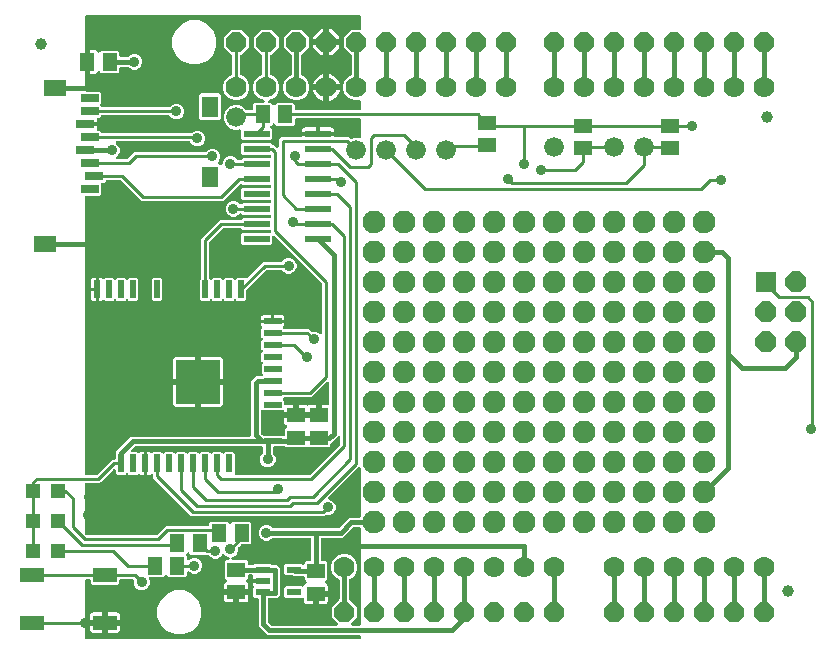
<source format=gbr>
G04 EAGLE Gerber RS-274X export*
G75*
%MOMM*%
%FSLAX34Y34*%
%LPD*%
%INTop Copper*%
%IPPOS*%
%AMOC8*
5,1,8,0,0,1.08239X$1,22.5*%
G01*
%ADD10C,1.000000*%
%ADD11P,1.814519X8X22.500000*%
%ADD12P,1.924489X8X22.500000*%
%ADD13R,1.778000X1.778000*%
%ADD14R,2.000000X1.200000*%
%ADD15C,1.778000*%
%ADD16C,1.676400*%
%ADD17R,1.200000X0.550000*%
%ADD18R,1.500000X1.240000*%
%ADD19R,0.500000X1.500000*%
%ADD20R,1.500000X0.500000*%
%ADD21R,3.700000X3.700000*%
%ADD22R,1.200000X1.200000*%
%ADD23R,1.240000X1.500000*%
%ADD24R,2.200000X0.600000*%
%ADD25R,1.900000X1.400000*%
%ADD26R,1.400000X1.800000*%
%ADD27R,1.500000X0.700000*%
%ADD28C,0.406400*%
%ADD29C,1.930400*%
%ADD30C,0.906400*%
%ADD31C,0.254000*%

G36*
X69324Y141745D02*
X69324Y141745D01*
X69423Y141748D01*
X69482Y141765D01*
X69542Y141773D01*
X69634Y141809D01*
X69729Y141837D01*
X69781Y141867D01*
X69837Y141890D01*
X69917Y141948D01*
X70003Y141998D01*
X70078Y142064D01*
X70095Y142076D01*
X70103Y142086D01*
X70124Y142104D01*
X82812Y154793D01*
X84628Y154793D01*
X84746Y154808D01*
X84865Y154815D01*
X84903Y154828D01*
X84944Y154833D01*
X85054Y154876D01*
X85167Y154913D01*
X85202Y154935D01*
X85239Y154950D01*
X85335Y155019D01*
X85436Y155083D01*
X85464Y155113D01*
X85497Y155136D01*
X85573Y155228D01*
X85654Y155315D01*
X85674Y155350D01*
X85699Y155381D01*
X85750Y155489D01*
X85808Y155593D01*
X85818Y155633D01*
X85835Y155669D01*
X85857Y155786D01*
X85887Y155901D01*
X85891Y155961D01*
X85895Y155981D01*
X85893Y156002D01*
X85897Y156062D01*
X85897Y159832D01*
X85994Y159928D01*
X86054Y160007D01*
X86122Y160079D01*
X86151Y160132D01*
X86188Y160180D01*
X86228Y160270D01*
X86276Y160357D01*
X86291Y160416D01*
X86315Y160471D01*
X86330Y160569D01*
X86355Y160665D01*
X86361Y160765D01*
X86365Y160785D01*
X86363Y160798D01*
X86365Y160826D01*
X86365Y161964D01*
X98646Y174245D01*
X199136Y174245D01*
X199254Y174260D01*
X199373Y174267D01*
X199411Y174280D01*
X199452Y174285D01*
X199562Y174328D01*
X199675Y174365D01*
X199710Y174387D01*
X199747Y174402D01*
X199843Y174471D01*
X199944Y174535D01*
X199972Y174565D01*
X200005Y174588D01*
X200081Y174680D01*
X200162Y174767D01*
X200182Y174802D01*
X200207Y174833D01*
X200258Y174941D01*
X200316Y175045D01*
X200326Y175085D01*
X200343Y175121D01*
X200365Y175238D01*
X200395Y175353D01*
X200399Y175413D01*
X200403Y175433D01*
X200401Y175454D01*
X200405Y175514D01*
X200405Y221394D01*
X204366Y225355D01*
X209026Y225355D01*
X209164Y225372D01*
X209303Y225385D01*
X209322Y225392D01*
X209342Y225395D01*
X209471Y225446D01*
X209602Y225493D01*
X209619Y225504D01*
X209638Y225512D01*
X209750Y225593D01*
X209865Y225671D01*
X209878Y225687D01*
X209895Y225698D01*
X209984Y225806D01*
X210076Y225910D01*
X210085Y225928D01*
X210098Y225943D01*
X210157Y226069D01*
X210220Y226193D01*
X210225Y226213D01*
X210233Y226231D01*
X210259Y226368D01*
X210290Y226503D01*
X210289Y226524D01*
X210293Y226543D01*
X210284Y226682D01*
X210280Y226821D01*
X210275Y226841D01*
X210273Y226861D01*
X210231Y226993D01*
X210192Y227127D01*
X210181Y227144D01*
X210175Y227163D01*
X210101Y227281D01*
X210030Y227401D01*
X210012Y227422D01*
X210005Y227432D01*
X209990Y227446D01*
X209924Y227521D01*
X209337Y228108D01*
X209337Y234792D01*
X210078Y235532D01*
X210151Y235626D01*
X210230Y235716D01*
X210248Y235752D01*
X210273Y235784D01*
X210320Y235893D01*
X210374Y235999D01*
X210383Y236038D01*
X210399Y236076D01*
X210418Y236193D01*
X210444Y236309D01*
X210443Y236350D01*
X210449Y236390D01*
X210438Y236508D01*
X210434Y236627D01*
X210423Y236666D01*
X210419Y236706D01*
X210379Y236819D01*
X210346Y236933D01*
X210325Y236967D01*
X210312Y237006D01*
X210245Y237104D01*
X210184Y237207D01*
X210144Y237252D01*
X210133Y237269D01*
X210118Y237282D01*
X210078Y237327D01*
X209137Y238268D01*
X209137Y244952D01*
X209978Y245792D01*
X210051Y245886D01*
X210130Y245976D01*
X210148Y246012D01*
X210173Y246044D01*
X210220Y246153D01*
X210274Y246259D01*
X210283Y246298D01*
X210299Y246336D01*
X210318Y246453D01*
X210344Y246569D01*
X210343Y246610D01*
X210349Y246650D01*
X210338Y246768D01*
X210334Y246887D01*
X210323Y246926D01*
X210319Y246966D01*
X210279Y247079D01*
X210246Y247193D01*
X210225Y247227D01*
X210212Y247266D01*
X210145Y247364D01*
X210084Y247467D01*
X210044Y247512D01*
X210033Y247529D01*
X210018Y247542D01*
X209978Y247587D01*
X209137Y248428D01*
X209137Y255112D01*
X209978Y255952D01*
X210051Y256046D01*
X210130Y256136D01*
X210148Y256172D01*
X210173Y256204D01*
X210220Y256313D01*
X210274Y256419D01*
X210283Y256458D01*
X210299Y256496D01*
X210318Y256613D01*
X210344Y256729D01*
X210343Y256770D01*
X210349Y256810D01*
X210338Y256928D01*
X210334Y257047D01*
X210323Y257086D01*
X210319Y257126D01*
X210279Y257239D01*
X210246Y257353D01*
X210225Y257387D01*
X210212Y257426D01*
X210145Y257524D01*
X210084Y257627D01*
X210044Y257672D01*
X210033Y257689D01*
X210018Y257702D01*
X209978Y257747D01*
X209137Y258588D01*
X209137Y265272D01*
X209619Y265753D01*
X209691Y265847D01*
X209770Y265937D01*
X209789Y265973D01*
X209814Y266005D01*
X209861Y266114D01*
X209915Y266220D01*
X209924Y266259D01*
X209940Y266296D01*
X209959Y266414D01*
X209985Y266530D01*
X209983Y266570D01*
X209990Y266611D01*
X209979Y266729D01*
X209975Y266848D01*
X209964Y266887D01*
X209960Y266927D01*
X209920Y267039D01*
X209887Y267154D01*
X209866Y267188D01*
X209852Y267226D01*
X209786Y267325D01*
X209725Y267427D01*
X209685Y267473D01*
X209674Y267490D01*
X209658Y267503D01*
X209619Y267548D01*
X209137Y268030D01*
X208802Y268609D01*
X208629Y269256D01*
X208629Y270821D01*
X218670Y270821D01*
X228711Y270821D01*
X228711Y269256D01*
X228538Y268609D01*
X228203Y268030D01*
X227721Y267548D01*
X227648Y267454D01*
X227570Y267365D01*
X227551Y267329D01*
X227526Y267297D01*
X227479Y267188D01*
X227425Y267082D01*
X227416Y267042D01*
X227400Y267005D01*
X227381Y266887D01*
X227355Y266771D01*
X227357Y266731D01*
X227350Y266691D01*
X227361Y266572D01*
X227365Y266454D01*
X227376Y266415D01*
X227380Y266374D01*
X227420Y266262D01*
X227453Y266148D01*
X227474Y266113D01*
X227488Y266075D01*
X227554Y265977D01*
X227615Y265874D01*
X227655Y265829D01*
X227666Y265812D01*
X227682Y265799D01*
X227721Y265753D01*
X227870Y265604D01*
X227948Y265544D01*
X228021Y265476D01*
X228074Y265447D01*
X228121Y265410D01*
X228212Y265370D01*
X228299Y265322D01*
X228358Y265307D01*
X228413Y265283D01*
X228511Y265268D01*
X228607Y265243D01*
X228707Y265237D01*
X228727Y265233D01*
X228740Y265235D01*
X228768Y265233D01*
X249328Y265233D01*
X251219Y263342D01*
X251242Y263324D01*
X251261Y263301D01*
X251367Y263227D01*
X251470Y263147D01*
X251497Y263135D01*
X251522Y263118D01*
X251643Y263072D01*
X251762Y263020D01*
X251791Y263016D01*
X251819Y263005D01*
X251948Y262991D01*
X252076Y262971D01*
X252106Y262973D01*
X252135Y262970D01*
X252264Y262988D01*
X252393Y263000D01*
X252421Y263010D01*
X252450Y263015D01*
X252602Y263067D01*
X252694Y263105D01*
X255306Y263105D01*
X257719Y262105D01*
X258691Y261133D01*
X258800Y261049D01*
X258907Y260960D01*
X258926Y260951D01*
X258942Y260938D01*
X259069Y260883D01*
X259195Y260824D01*
X259215Y260820D01*
X259234Y260812D01*
X259372Y260790D01*
X259508Y260764D01*
X259528Y260765D01*
X259548Y260762D01*
X259687Y260775D01*
X259825Y260784D01*
X259844Y260790D01*
X259864Y260792D01*
X259996Y260839D01*
X260127Y260882D01*
X260145Y260893D01*
X260164Y260900D01*
X260279Y260978D01*
X260396Y261052D01*
X260410Y261067D01*
X260427Y261078D01*
X260519Y261182D01*
X260614Y261284D01*
X260624Y261302D01*
X260637Y261317D01*
X260700Y261440D01*
X260768Y261562D01*
X260773Y261582D01*
X260782Y261600D01*
X260812Y261736D01*
X260847Y261870D01*
X260849Y261898D01*
X260852Y261910D01*
X260851Y261931D01*
X260857Y262031D01*
X260857Y302906D01*
X260845Y303004D01*
X260842Y303103D01*
X260825Y303162D01*
X260817Y303222D01*
X260781Y303314D01*
X260753Y303409D01*
X260723Y303461D01*
X260700Y303517D01*
X260642Y303597D01*
X260592Y303683D01*
X260526Y303758D01*
X260514Y303775D01*
X260504Y303783D01*
X260486Y303804D01*
X220339Y343950D01*
X220230Y344035D01*
X220123Y344124D01*
X220104Y344132D01*
X220088Y344145D01*
X219960Y344200D01*
X219835Y344259D01*
X219815Y344263D01*
X219796Y344271D01*
X219658Y344293D01*
X219522Y344319D01*
X219502Y344318D01*
X219482Y344321D01*
X219343Y344308D01*
X219205Y344299D01*
X219186Y344293D01*
X219166Y344291D01*
X219034Y344244D01*
X218903Y344201D01*
X218885Y344190D01*
X218866Y344183D01*
X218751Y344105D01*
X218634Y344031D01*
X218620Y344016D01*
X218603Y344005D01*
X218511Y343901D01*
X218416Y343799D01*
X218406Y343782D01*
X218393Y343766D01*
X218329Y343643D01*
X218262Y343521D01*
X218257Y343501D01*
X218248Y343483D01*
X218218Y343347D01*
X218183Y343213D01*
X218181Y343185D01*
X218178Y343173D01*
X218179Y343152D01*
X218173Y343052D01*
X218173Y337788D01*
X216982Y336597D01*
X193298Y336597D01*
X192107Y337788D01*
X192107Y345472D01*
X193298Y346663D01*
X216408Y346663D01*
X216526Y346678D01*
X216645Y346685D01*
X216683Y346698D01*
X216724Y346703D01*
X216834Y346746D01*
X216947Y346783D01*
X216982Y346805D01*
X217019Y346820D01*
X217115Y346889D01*
X217216Y346953D01*
X217244Y346983D01*
X217277Y347006D01*
X217353Y347098D01*
X217434Y347185D01*
X217454Y347220D01*
X217479Y347251D01*
X217530Y347359D01*
X217588Y347463D01*
X217598Y347503D01*
X217615Y347539D01*
X217637Y347656D01*
X217667Y347771D01*
X217671Y347831D01*
X217675Y347851D01*
X217673Y347872D01*
X217677Y347932D01*
X217677Y348028D01*
X217662Y348146D01*
X217655Y348265D01*
X217642Y348303D01*
X217637Y348344D01*
X217594Y348454D01*
X217557Y348567D01*
X217535Y348602D01*
X217520Y348639D01*
X217451Y348735D01*
X217387Y348836D01*
X217357Y348864D01*
X217334Y348897D01*
X217242Y348973D01*
X217155Y349054D01*
X217120Y349074D01*
X217089Y349099D01*
X216981Y349150D01*
X216877Y349208D01*
X216837Y349218D01*
X216801Y349235D01*
X216684Y349257D01*
X216569Y349287D01*
X216509Y349291D01*
X216489Y349295D01*
X216468Y349293D01*
X216408Y349297D01*
X193298Y349297D01*
X191940Y350656D01*
X191861Y350716D01*
X191789Y350784D01*
X191736Y350813D01*
X191688Y350850D01*
X191598Y350890D01*
X191511Y350938D01*
X191452Y350953D01*
X191397Y350977D01*
X191299Y350992D01*
X191203Y351017D01*
X191103Y351023D01*
X191083Y351027D01*
X191070Y351025D01*
X191042Y351027D01*
X177154Y351027D01*
X177056Y351015D01*
X176957Y351012D01*
X176898Y350995D01*
X176838Y350987D01*
X176746Y350951D01*
X176651Y350923D01*
X176599Y350893D01*
X176543Y350870D01*
X176463Y350812D01*
X176377Y350762D01*
X176302Y350696D01*
X176285Y350684D01*
X176277Y350674D01*
X176256Y350656D01*
X164964Y339364D01*
X164904Y339285D01*
X164836Y339213D01*
X164807Y339160D01*
X164770Y339112D01*
X164730Y339021D01*
X164682Y338935D01*
X164667Y338876D01*
X164643Y338821D01*
X164628Y338723D01*
X164603Y338627D01*
X164597Y338527D01*
X164593Y338506D01*
X164595Y338494D01*
X164593Y338466D01*
X164593Y309088D01*
X164605Y308990D01*
X164608Y308891D01*
X164625Y308832D01*
X164633Y308772D01*
X164669Y308680D01*
X164697Y308585D01*
X164727Y308533D01*
X164750Y308477D01*
X164808Y308396D01*
X164858Y308311D01*
X164924Y308236D01*
X164936Y308219D01*
X164946Y308211D01*
X164964Y308190D01*
X165673Y307482D01*
X165767Y307409D01*
X165856Y307330D01*
X165892Y307312D01*
X165924Y307287D01*
X166033Y307240D01*
X166139Y307186D01*
X166178Y307177D01*
X166216Y307161D01*
X166333Y307142D01*
X166449Y307116D01*
X166490Y307117D01*
X166530Y307111D01*
X166648Y307122D01*
X166767Y307126D01*
X166806Y307137D01*
X166846Y307141D01*
X166958Y307181D01*
X167073Y307214D01*
X167108Y307235D01*
X167146Y307248D01*
X167244Y307315D01*
X167347Y307376D01*
X167392Y307416D01*
X167409Y307427D01*
X167422Y307442D01*
X167468Y307482D01*
X168308Y308323D01*
X174992Y308323D01*
X175833Y307482D01*
X175927Y307409D01*
X176016Y307330D01*
X176052Y307312D01*
X176084Y307287D01*
X176193Y307240D01*
X176299Y307186D01*
X176338Y307177D01*
X176376Y307161D01*
X176493Y307142D01*
X176609Y307116D01*
X176650Y307117D01*
X176690Y307111D01*
X176808Y307122D01*
X176927Y307126D01*
X176966Y307137D01*
X177006Y307141D01*
X177118Y307181D01*
X177233Y307214D01*
X177268Y307235D01*
X177306Y307248D01*
X177404Y307315D01*
X177507Y307376D01*
X177552Y307416D01*
X177569Y307427D01*
X177582Y307442D01*
X177628Y307482D01*
X178468Y308323D01*
X185152Y308323D01*
X185993Y307482D01*
X186087Y307409D01*
X186176Y307330D01*
X186212Y307312D01*
X186244Y307287D01*
X186353Y307240D01*
X186459Y307186D01*
X186498Y307177D01*
X186536Y307161D01*
X186653Y307142D01*
X186769Y307116D01*
X186810Y307117D01*
X186850Y307111D01*
X186968Y307122D01*
X187087Y307126D01*
X187126Y307137D01*
X187166Y307141D01*
X187278Y307181D01*
X187393Y307214D01*
X187428Y307235D01*
X187466Y307248D01*
X187564Y307315D01*
X187667Y307376D01*
X187712Y307416D01*
X187729Y307427D01*
X187742Y307442D01*
X187788Y307482D01*
X188628Y308323D01*
X195342Y308323D01*
X195358Y308308D01*
X195394Y308290D01*
X195426Y308265D01*
X195535Y308218D01*
X195641Y308164D01*
X195680Y308155D01*
X195718Y308139D01*
X195835Y308120D01*
X195951Y308094D01*
X195992Y308095D01*
X196032Y308089D01*
X196150Y308100D01*
X196269Y308104D01*
X196308Y308115D01*
X196348Y308119D01*
X196461Y308159D01*
X196575Y308192D01*
X196609Y308213D01*
X196648Y308227D01*
X196746Y308294D01*
X196849Y308354D01*
X196894Y308394D01*
X196911Y308405D01*
X196924Y308420D01*
X196969Y308460D01*
X208276Y319766D01*
X210582Y322073D01*
X225903Y322073D01*
X226001Y322085D01*
X226100Y322088D01*
X226159Y322105D01*
X226219Y322113D01*
X226311Y322149D01*
X226406Y322177D01*
X226458Y322207D01*
X226514Y322230D01*
X226594Y322288D01*
X226680Y322338D01*
X226755Y322404D01*
X226772Y322416D01*
X226779Y322426D01*
X226801Y322444D01*
X228691Y324335D01*
X231104Y325335D01*
X233716Y325335D01*
X236129Y324335D01*
X237975Y322489D01*
X238975Y320076D01*
X238975Y317464D01*
X237975Y315051D01*
X236129Y313205D01*
X233716Y312205D01*
X231104Y312205D01*
X228691Y313205D01*
X226801Y315096D01*
X226722Y315156D01*
X226650Y315224D01*
X226597Y315253D01*
X226549Y315290D01*
X226458Y315330D01*
X226372Y315378D01*
X226313Y315393D01*
X226257Y315417D01*
X226159Y315432D01*
X226064Y315457D01*
X225964Y315463D01*
X225943Y315467D01*
X225931Y315465D01*
X225903Y315467D01*
X213844Y315467D01*
X213746Y315455D01*
X213647Y315452D01*
X213588Y315435D01*
X213528Y315427D01*
X213436Y315391D01*
X213341Y315363D01*
X213289Y315333D01*
X213233Y315310D01*
X213153Y315252D01*
X213067Y315202D01*
X212992Y315136D01*
X212975Y315124D01*
X212967Y315114D01*
X212946Y315096D01*
X196874Y299024D01*
X196814Y298945D01*
X196746Y298873D01*
X196717Y298820D01*
X196680Y298772D01*
X196640Y298681D01*
X196592Y298595D01*
X196577Y298536D01*
X196553Y298481D01*
X196538Y298383D01*
X196513Y298287D01*
X196507Y298187D01*
X196503Y298167D01*
X196505Y298154D01*
X196503Y298126D01*
X196503Y290448D01*
X195312Y289257D01*
X188628Y289257D01*
X187788Y290098D01*
X187694Y290171D01*
X187604Y290250D01*
X187568Y290268D01*
X187536Y290293D01*
X187427Y290340D01*
X187321Y290394D01*
X187282Y290403D01*
X187244Y290419D01*
X187127Y290438D01*
X187011Y290464D01*
X186970Y290463D01*
X186930Y290469D01*
X186812Y290458D01*
X186693Y290454D01*
X186654Y290443D01*
X186614Y290439D01*
X186501Y290399D01*
X186387Y290366D01*
X186353Y290345D01*
X186314Y290332D01*
X186216Y290265D01*
X186113Y290204D01*
X186068Y290164D01*
X186051Y290153D01*
X186038Y290138D01*
X185993Y290098D01*
X185152Y289257D01*
X178468Y289257D01*
X177628Y290098D01*
X177534Y290171D01*
X177444Y290250D01*
X177408Y290268D01*
X177376Y290293D01*
X177267Y290340D01*
X177161Y290394D01*
X177122Y290403D01*
X177084Y290419D01*
X176967Y290438D01*
X176851Y290464D01*
X176810Y290463D01*
X176770Y290469D01*
X176652Y290458D01*
X176533Y290454D01*
X176494Y290443D01*
X176454Y290439D01*
X176341Y290399D01*
X176227Y290366D01*
X176193Y290345D01*
X176154Y290332D01*
X176056Y290265D01*
X175953Y290204D01*
X175908Y290164D01*
X175891Y290153D01*
X175878Y290138D01*
X175833Y290098D01*
X174992Y289257D01*
X168308Y289257D01*
X167468Y290098D01*
X167374Y290171D01*
X167284Y290250D01*
X167248Y290268D01*
X167216Y290293D01*
X167107Y290340D01*
X167001Y290394D01*
X166962Y290403D01*
X166924Y290419D01*
X166807Y290438D01*
X166691Y290464D01*
X166650Y290463D01*
X166610Y290469D01*
X166492Y290458D01*
X166373Y290454D01*
X166334Y290443D01*
X166294Y290439D01*
X166181Y290399D01*
X166067Y290366D01*
X166033Y290345D01*
X165994Y290332D01*
X165896Y290265D01*
X165793Y290204D01*
X165748Y290164D01*
X165731Y290153D01*
X165718Y290138D01*
X165673Y290098D01*
X164832Y289257D01*
X158148Y289257D01*
X156957Y290448D01*
X156957Y307132D01*
X157616Y307790D01*
X157676Y307869D01*
X157744Y307941D01*
X157773Y307994D01*
X157810Y308042D01*
X157850Y308132D01*
X157898Y308219D01*
X157913Y308278D01*
X157937Y308333D01*
X157952Y308431D01*
X157977Y308527D01*
X157983Y308627D01*
X157987Y308647D01*
X157985Y308660D01*
X157987Y308688D01*
X157987Y341728D01*
X173892Y357633D01*
X191042Y357633D01*
X191140Y357645D01*
X191239Y357648D01*
X191298Y357665D01*
X191358Y357673D01*
X191450Y357709D01*
X191545Y357737D01*
X191597Y357767D01*
X191653Y357790D01*
X191734Y357848D01*
X191819Y357898D01*
X191894Y357964D01*
X191911Y357976D01*
X191919Y357986D01*
X191940Y358004D01*
X193298Y359363D01*
X216408Y359363D01*
X216526Y359378D01*
X216645Y359385D01*
X216683Y359398D01*
X216724Y359403D01*
X216834Y359446D01*
X216947Y359483D01*
X216982Y359505D01*
X217019Y359520D01*
X217115Y359589D01*
X217216Y359653D01*
X217244Y359683D01*
X217277Y359706D01*
X217353Y359798D01*
X217434Y359885D01*
X217454Y359920D01*
X217479Y359951D01*
X217530Y360059D01*
X217588Y360163D01*
X217598Y360203D01*
X217615Y360239D01*
X217637Y360356D01*
X217667Y360471D01*
X217671Y360531D01*
X217675Y360551D01*
X217673Y360572D01*
X217677Y360632D01*
X217677Y360728D01*
X217662Y360846D01*
X217655Y360965D01*
X217642Y361003D01*
X217637Y361044D01*
X217594Y361154D01*
X217557Y361267D01*
X217535Y361302D01*
X217520Y361339D01*
X217451Y361435D01*
X217387Y361536D01*
X217357Y361564D01*
X217334Y361597D01*
X217242Y361673D01*
X217155Y361754D01*
X217120Y361774D01*
X217089Y361799D01*
X216981Y361850D01*
X216877Y361908D01*
X216837Y361918D01*
X216801Y361935D01*
X216684Y361957D01*
X216569Y361987D01*
X216509Y361991D01*
X216489Y361995D01*
X216468Y361993D01*
X216408Y361997D01*
X193298Y361997D01*
X192382Y362913D01*
X192288Y362986D01*
X192199Y363065D01*
X192163Y363083D01*
X192131Y363108D01*
X192022Y363155D01*
X191916Y363210D01*
X191876Y363218D01*
X191839Y363234D01*
X191721Y363253D01*
X191605Y363279D01*
X191565Y363278D01*
X191525Y363284D01*
X191406Y363273D01*
X191287Y363270D01*
X191249Y363258D01*
X191208Y363255D01*
X191096Y363214D01*
X190982Y363181D01*
X190947Y363161D01*
X190909Y363147D01*
X190810Y363080D01*
X190708Y363020D01*
X190663Y362980D01*
X190646Y362968D01*
X190632Y362953D01*
X190587Y362913D01*
X189139Y361465D01*
X186726Y360465D01*
X184114Y360465D01*
X181701Y361465D01*
X179855Y363311D01*
X178855Y365724D01*
X178855Y368336D01*
X179855Y370749D01*
X181701Y372595D01*
X184114Y373595D01*
X186726Y373595D01*
X189139Y372595D01*
X190587Y371147D01*
X190681Y371074D01*
X190770Y370995D01*
X190806Y370977D01*
X190838Y370952D01*
X190948Y370904D01*
X191054Y370850D01*
X191093Y370842D01*
X191130Y370826D01*
X191248Y370807D01*
X191364Y370781D01*
X191404Y370782D01*
X191444Y370776D01*
X191563Y370787D01*
X191682Y370790D01*
X191721Y370802D01*
X191761Y370805D01*
X191873Y370846D01*
X191987Y370879D01*
X192022Y370899D01*
X192060Y370913D01*
X192159Y370980D01*
X192261Y371040D01*
X192306Y371080D01*
X192323Y371092D01*
X192337Y371107D01*
X192382Y371147D01*
X193298Y372063D01*
X216408Y372063D01*
X216526Y372078D01*
X216645Y372085D01*
X216683Y372098D01*
X216724Y372103D01*
X216834Y372146D01*
X216947Y372183D01*
X216982Y372205D01*
X217019Y372220D01*
X217115Y372289D01*
X217216Y372353D01*
X217244Y372383D01*
X217277Y372406D01*
X217353Y372498D01*
X217434Y372585D01*
X217454Y372620D01*
X217479Y372651D01*
X217530Y372759D01*
X217588Y372863D01*
X217598Y372903D01*
X217615Y372939D01*
X217637Y373056D01*
X217667Y373171D01*
X217671Y373231D01*
X217675Y373251D01*
X217673Y373272D01*
X217677Y373332D01*
X217677Y373428D01*
X217662Y373546D01*
X217655Y373665D01*
X217642Y373703D01*
X217637Y373744D01*
X217594Y373854D01*
X217557Y373967D01*
X217535Y374002D01*
X217520Y374039D01*
X217451Y374135D01*
X217387Y374236D01*
X217357Y374264D01*
X217334Y374297D01*
X217242Y374373D01*
X217155Y374454D01*
X217120Y374474D01*
X217089Y374499D01*
X216981Y374550D01*
X216877Y374608D01*
X216837Y374618D01*
X216801Y374635D01*
X216684Y374657D01*
X216569Y374687D01*
X216509Y374691D01*
X216489Y374695D01*
X216468Y374693D01*
X216408Y374697D01*
X193298Y374697D01*
X192107Y375888D01*
X192107Y383572D01*
X193298Y384763D01*
X216408Y384763D01*
X216526Y384778D01*
X216645Y384785D01*
X216683Y384798D01*
X216724Y384803D01*
X216834Y384846D01*
X216947Y384883D01*
X216982Y384905D01*
X217019Y384920D01*
X217115Y384989D01*
X217216Y385053D01*
X217244Y385083D01*
X217277Y385106D01*
X217353Y385198D01*
X217434Y385285D01*
X217454Y385320D01*
X217479Y385351D01*
X217530Y385459D01*
X217588Y385563D01*
X217598Y385603D01*
X217615Y385639D01*
X217637Y385756D01*
X217667Y385871D01*
X217671Y385931D01*
X217675Y385951D01*
X217673Y385972D01*
X217677Y386032D01*
X217677Y386128D01*
X217662Y386246D01*
X217655Y386365D01*
X217642Y386403D01*
X217637Y386444D01*
X217594Y386554D01*
X217557Y386667D01*
X217535Y386702D01*
X217520Y386739D01*
X217451Y386835D01*
X217387Y386936D01*
X217357Y386964D01*
X217334Y386997D01*
X217242Y387073D01*
X217155Y387154D01*
X217120Y387174D01*
X217089Y387199D01*
X216981Y387250D01*
X216877Y387308D01*
X216837Y387318D01*
X216801Y387335D01*
X216684Y387357D01*
X216569Y387387D01*
X216509Y387391D01*
X216489Y387395D01*
X216468Y387393D01*
X216408Y387397D01*
X193298Y387397D01*
X192616Y388080D01*
X192522Y388153D01*
X192432Y388232D01*
X192396Y388250D01*
X192364Y388275D01*
X192255Y388322D01*
X192149Y388376D01*
X192110Y388385D01*
X192072Y388401D01*
X191955Y388420D01*
X191839Y388446D01*
X191798Y388445D01*
X191758Y388451D01*
X191640Y388440D01*
X191521Y388436D01*
X191482Y388425D01*
X191442Y388421D01*
X191330Y388381D01*
X191215Y388348D01*
X191181Y388327D01*
X191142Y388313D01*
X191044Y388247D01*
X190941Y388186D01*
X190896Y388146D01*
X190879Y388135D01*
X190866Y388120D01*
X190821Y388080D01*
X176628Y373887D01*
X107852Y373887D01*
X90444Y391296D01*
X90365Y391356D01*
X90293Y391424D01*
X90240Y391453D01*
X90192Y391490D01*
X90101Y391530D01*
X90015Y391578D01*
X89956Y391593D01*
X89901Y391617D01*
X89803Y391632D01*
X89707Y391657D01*
X89607Y391663D01*
X89586Y391667D01*
X89574Y391665D01*
X89546Y391667D01*
X78582Y391667D01*
X78464Y391652D01*
X78345Y391645D01*
X78307Y391632D01*
X78266Y391627D01*
X78156Y391584D01*
X78043Y391547D01*
X78008Y391525D01*
X77971Y391510D01*
X77875Y391441D01*
X77774Y391377D01*
X77746Y391347D01*
X77713Y391324D01*
X77637Y391232D01*
X77556Y391145D01*
X77536Y391110D01*
X77511Y391079D01*
X77460Y390971D01*
X77402Y390867D01*
X77392Y390827D01*
X77375Y390791D01*
X77353Y390674D01*
X77323Y390559D01*
X77319Y390499D01*
X77315Y390479D01*
X77317Y390458D01*
X77313Y390398D01*
X77313Y390368D01*
X76122Y389177D01*
X74582Y389177D01*
X74464Y389162D01*
X74345Y389155D01*
X74307Y389142D01*
X74266Y389137D01*
X74156Y389094D01*
X74043Y389057D01*
X74008Y389035D01*
X73971Y389020D01*
X73875Y388951D01*
X73774Y388887D01*
X73746Y388857D01*
X73713Y388834D01*
X73637Y388742D01*
X73556Y388655D01*
X73536Y388620D01*
X73511Y388589D01*
X73460Y388481D01*
X73402Y388377D01*
X73392Y388337D01*
X73375Y388301D01*
X73353Y388184D01*
X73323Y388069D01*
X73319Y388009D01*
X73315Y387989D01*
X73317Y387968D01*
X73313Y387908D01*
X73313Y379368D01*
X72122Y378177D01*
X60960Y378177D01*
X60842Y378162D01*
X60723Y378155D01*
X60685Y378142D01*
X60644Y378137D01*
X60534Y378094D01*
X60421Y378057D01*
X60386Y378035D01*
X60349Y378020D01*
X60253Y377951D01*
X60152Y377887D01*
X60124Y377857D01*
X60091Y377834D01*
X60016Y377742D01*
X59934Y377655D01*
X59914Y377620D01*
X59889Y377589D01*
X59838Y377481D01*
X59780Y377377D01*
X59770Y377337D01*
X59753Y377301D01*
X59731Y377184D01*
X59701Y377069D01*
X59697Y377009D01*
X59693Y376989D01*
X59695Y376968D01*
X59691Y376908D01*
X59691Y143002D01*
X59706Y142884D01*
X59713Y142765D01*
X59726Y142727D01*
X59731Y142686D01*
X59774Y142576D01*
X59811Y142463D01*
X59833Y142428D01*
X59848Y142391D01*
X59918Y142295D01*
X59981Y142194D01*
X60011Y142166D01*
X60034Y142133D01*
X60126Y142057D01*
X60213Y141976D01*
X60248Y141956D01*
X60279Y141931D01*
X60387Y141880D01*
X60491Y141822D01*
X60531Y141812D01*
X60567Y141795D01*
X60684Y141773D01*
X60799Y141743D01*
X60860Y141739D01*
X60880Y141735D01*
X60900Y141737D01*
X60960Y141733D01*
X69226Y141733D01*
X69324Y141745D01*
G37*
G36*
X175145Y403858D02*
X175145Y403858D01*
X175283Y403867D01*
X175302Y403873D01*
X175322Y403875D01*
X175453Y403922D01*
X175585Y403965D01*
X175603Y403976D01*
X175622Y403982D01*
X175736Y404060D01*
X175854Y404135D01*
X175868Y404150D01*
X175885Y404161D01*
X175977Y404265D01*
X176072Y404367D01*
X176082Y404384D01*
X176095Y404399D01*
X176158Y404523D01*
X176226Y404645D01*
X176231Y404665D01*
X176240Y404683D01*
X176270Y404819D01*
X176305Y404953D01*
X176307Y404981D01*
X176310Y404993D01*
X176309Y405013D01*
X176315Y405114D01*
X176315Y406436D01*
X177315Y408849D01*
X179161Y410695D01*
X181574Y411695D01*
X184186Y411695D01*
X186599Y410695D01*
X188489Y408804D01*
X188568Y408744D01*
X188640Y408676D01*
X188693Y408647D01*
X188741Y408610D01*
X188832Y408570D01*
X188918Y408522D01*
X188977Y408507D01*
X189033Y408483D01*
X189131Y408468D01*
X189226Y408443D01*
X189326Y408437D01*
X189347Y408433D01*
X189359Y408435D01*
X189387Y408433D01*
X191042Y408433D01*
X191140Y408445D01*
X191240Y408448D01*
X191298Y408465D01*
X191358Y408473D01*
X191450Y408509D01*
X191545Y408537D01*
X191597Y408567D01*
X191654Y408590D01*
X191734Y408648D01*
X191819Y408698D01*
X191894Y408764D01*
X191911Y408776D01*
X191919Y408786D01*
X191940Y408804D01*
X193298Y410163D01*
X216408Y410163D01*
X216526Y410178D01*
X216645Y410185D01*
X216683Y410198D01*
X216724Y410203D01*
X216834Y410246D01*
X216947Y410283D01*
X216982Y410305D01*
X217019Y410320D01*
X217115Y410389D01*
X217216Y410453D01*
X217244Y410483D01*
X217277Y410506D01*
X217353Y410598D01*
X217434Y410685D01*
X217454Y410720D01*
X217479Y410751D01*
X217530Y410859D01*
X217588Y410963D01*
X217598Y411003D01*
X217615Y411039D01*
X217637Y411156D01*
X217667Y411271D01*
X217671Y411331D01*
X217675Y411351D01*
X217673Y411372D01*
X217677Y411432D01*
X217677Y411528D01*
X217662Y411646D01*
X217655Y411765D01*
X217642Y411803D01*
X217637Y411844D01*
X217594Y411954D01*
X217557Y412067D01*
X217535Y412102D01*
X217520Y412139D01*
X217451Y412235D01*
X217387Y412336D01*
X217357Y412364D01*
X217334Y412397D01*
X217242Y412473D01*
X217155Y412554D01*
X217120Y412574D01*
X217089Y412599D01*
X216981Y412650D01*
X216877Y412708D01*
X216837Y412718D01*
X216801Y412735D01*
X216684Y412757D01*
X216569Y412787D01*
X216509Y412791D01*
X216489Y412795D01*
X216468Y412793D01*
X216408Y412797D01*
X193298Y412797D01*
X192107Y413988D01*
X192107Y421672D01*
X193298Y422863D01*
X216982Y422863D01*
X218340Y421504D01*
X218418Y421444D01*
X218491Y421376D01*
X218544Y421347D01*
X218591Y421310D01*
X218682Y421270D01*
X218769Y421222D01*
X218828Y421207D01*
X218883Y421183D01*
X218981Y421168D01*
X219077Y421143D01*
X219177Y421137D01*
X219197Y421133D01*
X219210Y421135D01*
X219238Y421133D01*
X219808Y421133D01*
X221861Y419080D01*
X221970Y418995D01*
X222077Y418906D01*
X222096Y418898D01*
X222112Y418885D01*
X222240Y418830D01*
X222365Y418771D01*
X222385Y418767D01*
X222404Y418759D01*
X222542Y418737D01*
X222678Y418711D01*
X222698Y418712D01*
X222718Y418709D01*
X222857Y418722D01*
X222995Y418731D01*
X223014Y418737D01*
X223034Y418739D01*
X223166Y418786D01*
X223297Y418829D01*
X223315Y418840D01*
X223334Y418847D01*
X223449Y418925D01*
X223566Y418999D01*
X223580Y419014D01*
X223597Y419025D01*
X223689Y419129D01*
X223784Y419231D01*
X223794Y419248D01*
X223807Y419264D01*
X223871Y419388D01*
X223938Y419509D01*
X223943Y419529D01*
X223952Y419547D01*
X223982Y419683D01*
X224017Y419817D01*
X224019Y419845D01*
X224022Y419857D01*
X224021Y419878D01*
X224027Y419978D01*
X224027Y425548D01*
X225962Y427483D01*
X242330Y427483D01*
X242448Y427498D01*
X242567Y427505D01*
X242605Y427518D01*
X242646Y427523D01*
X242756Y427566D01*
X242869Y427603D01*
X242904Y427625D01*
X242941Y427640D01*
X243037Y427709D01*
X243138Y427773D01*
X243166Y427803D01*
X243199Y427826D01*
X243275Y427918D01*
X243356Y428005D01*
X243376Y428040D01*
X243401Y428071D01*
X243452Y428179D01*
X243510Y428283D01*
X243520Y428323D01*
X243537Y428359D01*
X243559Y428476D01*
X243589Y428591D01*
X243593Y428651D01*
X243597Y428671D01*
X243595Y428692D01*
X243599Y428752D01*
X243599Y429031D01*
X256910Y429031D01*
X257028Y429046D01*
X257147Y429053D01*
X257154Y429055D01*
X257210Y429041D01*
X257270Y429037D01*
X257290Y429033D01*
X257310Y429035D01*
X257370Y429031D01*
X270681Y429031D01*
X270681Y428752D01*
X270696Y428634D01*
X270703Y428515D01*
X270716Y428477D01*
X270721Y428436D01*
X270764Y428326D01*
X270801Y428213D01*
X270823Y428178D01*
X270838Y428141D01*
X270907Y428045D01*
X270971Y427944D01*
X271001Y427916D01*
X271024Y427883D01*
X271116Y427807D01*
X271203Y427726D01*
X271238Y427706D01*
X271269Y427681D01*
X271377Y427630D01*
X271481Y427572D01*
X271521Y427562D01*
X271557Y427545D01*
X271674Y427523D01*
X271789Y427493D01*
X271849Y427489D01*
X271869Y427485D01*
X271890Y427487D01*
X271950Y427483D01*
X283308Y427483D01*
X284292Y426499D01*
X284315Y426481D01*
X284334Y426458D01*
X284441Y426383D01*
X284543Y426304D01*
X284570Y426292D01*
X284594Y426275D01*
X284716Y426229D01*
X284835Y426178D01*
X284864Y426173D01*
X284892Y426162D01*
X285021Y426148D01*
X285149Y426128D01*
X285179Y426130D01*
X285208Y426127D01*
X285336Y426145D01*
X285466Y426157D01*
X285494Y426167D01*
X285523Y426172D01*
X285675Y426224D01*
X287488Y426975D01*
X291641Y426975D01*
X291662Y426969D01*
X291707Y426948D01*
X291815Y426927D01*
X291921Y426898D01*
X291971Y426897D01*
X292020Y426888D01*
X292129Y426895D01*
X292239Y426893D01*
X292287Y426905D01*
X292337Y426908D01*
X292441Y426941D01*
X292548Y426967D01*
X292592Y426990D01*
X292639Y427006D01*
X292732Y427064D01*
X292829Y427116D01*
X292866Y427149D01*
X292908Y427176D01*
X292983Y427256D01*
X293065Y427330D01*
X293092Y427371D01*
X293126Y427407D01*
X293179Y427504D01*
X293239Y427595D01*
X293256Y427642D01*
X293280Y427686D01*
X293307Y427792D01*
X293343Y427896D01*
X293347Y427946D01*
X293359Y427994D01*
X293369Y428155D01*
X293369Y442468D01*
X293354Y442586D01*
X293347Y442705D01*
X293334Y442743D01*
X293329Y442784D01*
X293286Y442894D01*
X293249Y443007D01*
X293227Y443042D01*
X293212Y443079D01*
X293143Y443175D01*
X293079Y443276D01*
X293049Y443304D01*
X293026Y443337D01*
X292934Y443413D01*
X292847Y443494D01*
X292812Y443514D01*
X292781Y443539D01*
X292673Y443590D01*
X292569Y443648D01*
X292529Y443658D01*
X292493Y443675D01*
X292376Y443697D01*
X292261Y443727D01*
X292201Y443731D01*
X292181Y443735D01*
X292160Y443733D01*
X292100Y443737D01*
X238712Y443737D01*
X238594Y443722D01*
X238475Y443715D01*
X238437Y443702D01*
X238396Y443697D01*
X238286Y443654D01*
X238173Y443617D01*
X238138Y443595D01*
X238101Y443580D01*
X238005Y443511D01*
X237904Y443447D01*
X237876Y443417D01*
X237843Y443394D01*
X237767Y443302D01*
X237686Y443215D01*
X237666Y443180D01*
X237641Y443149D01*
X237590Y443041D01*
X237532Y442937D01*
X237522Y442897D01*
X237505Y442861D01*
X237483Y442744D01*
X237453Y442629D01*
X237449Y442569D01*
X237445Y442549D01*
X237447Y442528D01*
X237443Y442468D01*
X237443Y438698D01*
X236252Y437507D01*
X222168Y437507D01*
X220608Y439068D01*
X220513Y439141D01*
X220424Y439220D01*
X220388Y439238D01*
X220356Y439263D01*
X220247Y439310D01*
X220141Y439364D01*
X220102Y439373D01*
X220064Y439389D01*
X219947Y439408D01*
X219831Y439434D01*
X219790Y439433D01*
X219750Y439439D01*
X219632Y439428D01*
X219513Y439424D01*
X219474Y439413D01*
X219434Y439409D01*
X219321Y439369D01*
X219207Y439336D01*
X219173Y439315D01*
X219134Y439302D01*
X219036Y439235D01*
X218933Y439174D01*
X218888Y439134D01*
X218871Y439123D01*
X218858Y439108D01*
X218813Y439068D01*
X217042Y437297D01*
X216969Y437203D01*
X216890Y437114D01*
X216872Y437078D01*
X216847Y437046D01*
X216800Y436937D01*
X216746Y436831D01*
X216737Y436792D01*
X216721Y436754D01*
X216702Y436637D01*
X216676Y436521D01*
X216677Y436480D01*
X216671Y436440D01*
X216682Y436322D01*
X216686Y436203D01*
X216697Y436164D01*
X216701Y436124D01*
X216741Y436012D01*
X216774Y435897D01*
X216795Y435862D01*
X216808Y435824D01*
X216875Y435726D01*
X216936Y435623D01*
X216976Y435578D01*
X216987Y435561D01*
X217002Y435548D01*
X217042Y435502D01*
X218173Y434372D01*
X218173Y426688D01*
X216982Y425497D01*
X193298Y425497D01*
X192107Y426688D01*
X192107Y433045D01*
X192101Y433095D01*
X192103Y433144D01*
X192081Y433252D01*
X192067Y433361D01*
X192049Y433407D01*
X192039Y433456D01*
X191991Y433555D01*
X191950Y433657D01*
X191921Y433697D01*
X191899Y433742D01*
X191828Y433825D01*
X191764Y433914D01*
X191725Y433946D01*
X191693Y433984D01*
X191603Y434047D01*
X191519Y434117D01*
X191474Y434138D01*
X191433Y434167D01*
X191330Y434206D01*
X191231Y434252D01*
X191182Y434262D01*
X191136Y434279D01*
X191026Y434292D01*
X190919Y434312D01*
X190869Y434309D01*
X190819Y434315D01*
X190711Y434299D01*
X190601Y434292D01*
X190554Y434277D01*
X190505Y434270D01*
X190352Y434218D01*
X190032Y434085D01*
X185888Y434085D01*
X182061Y435671D01*
X179131Y438601D01*
X177545Y442428D01*
X177545Y446572D01*
X179131Y450399D01*
X182061Y453329D01*
X185888Y454915D01*
X190032Y454915D01*
X193859Y453329D01*
X196474Y450714D01*
X196552Y450654D01*
X196625Y450586D01*
X196678Y450557D01*
X196725Y450520D01*
X196816Y450480D01*
X196903Y450432D01*
X196962Y450417D01*
X197017Y450393D01*
X197115Y450378D01*
X197211Y450353D01*
X197311Y450347D01*
X197331Y450343D01*
X197344Y450345D01*
X197372Y450343D01*
X200708Y450343D01*
X200826Y450358D01*
X200945Y450365D01*
X200983Y450378D01*
X201024Y450383D01*
X201134Y450426D01*
X201247Y450463D01*
X201282Y450485D01*
X201319Y450500D01*
X201415Y450569D01*
X201516Y450633D01*
X201544Y450663D01*
X201577Y450686D01*
X201653Y450778D01*
X201734Y450865D01*
X201754Y450900D01*
X201779Y450931D01*
X201830Y451039D01*
X201888Y451143D01*
X201898Y451183D01*
X201915Y451219D01*
X201937Y451336D01*
X201967Y451451D01*
X201971Y451511D01*
X201975Y451531D01*
X201973Y451552D01*
X201977Y451612D01*
X201977Y455382D01*
X203168Y456573D01*
X210611Y456573D01*
X210681Y456581D01*
X210751Y456580D01*
X210838Y456601D01*
X210927Y456613D01*
X210992Y456638D01*
X211060Y456655D01*
X211139Y456697D01*
X211223Y456730D01*
X211279Y456771D01*
X211341Y456803D01*
X211407Y456864D01*
X211480Y456916D01*
X211525Y456970D01*
X211576Y457017D01*
X211626Y457092D01*
X211683Y457161D01*
X211713Y457225D01*
X211751Y457283D01*
X211780Y457368D01*
X211818Y457449D01*
X211831Y457518D01*
X211854Y457584D01*
X211861Y457673D01*
X211878Y457761D01*
X211874Y457831D01*
X211879Y457901D01*
X211864Y457989D01*
X211858Y458079D01*
X211837Y458145D01*
X211825Y458214D01*
X211788Y458296D01*
X211760Y458381D01*
X211723Y458440D01*
X211694Y458504D01*
X211638Y458574D01*
X211590Y458650D01*
X211539Y458698D01*
X211496Y458752D01*
X211424Y458807D01*
X211359Y458868D01*
X211298Y458902D01*
X211242Y458944D01*
X211097Y459015D01*
X207173Y460640D01*
X204100Y463713D01*
X202437Y467727D01*
X202437Y472073D01*
X204100Y476087D01*
X207173Y479160D01*
X209274Y480030D01*
X209299Y480045D01*
X209327Y480054D01*
X209437Y480123D01*
X209550Y480188D01*
X209571Y480208D01*
X209596Y480224D01*
X209685Y480319D01*
X209778Y480409D01*
X209794Y480434D01*
X209814Y480456D01*
X209877Y480569D01*
X209945Y480680D01*
X209953Y480708D01*
X209968Y480734D01*
X210000Y480860D01*
X210038Y480984D01*
X210040Y481013D01*
X210047Y481042D01*
X210057Y481203D01*
X210057Y496316D01*
X210042Y496434D01*
X210035Y496553D01*
X210022Y496591D01*
X210017Y496632D01*
X209974Y496742D01*
X209937Y496855D01*
X209915Y496890D01*
X209900Y496927D01*
X209831Y497023D01*
X209767Y497124D01*
X209737Y497152D01*
X209714Y497185D01*
X209622Y497261D01*
X209535Y497342D01*
X209500Y497362D01*
X209469Y497387D01*
X209361Y497438D01*
X209257Y497496D01*
X209217Y497506D01*
X209181Y497523D01*
X209091Y497540D01*
X202945Y503686D01*
X202945Y512314D01*
X209046Y518415D01*
X217674Y518415D01*
X223775Y512314D01*
X223775Y503686D01*
X217637Y497548D01*
X217616Y497545D01*
X217506Y497502D01*
X217393Y497465D01*
X217358Y497443D01*
X217321Y497428D01*
X217225Y497359D01*
X217124Y497295D01*
X217096Y497265D01*
X217063Y497242D01*
X216987Y497150D01*
X216906Y497063D01*
X216886Y497028D01*
X216861Y496997D01*
X216810Y496889D01*
X216752Y496785D01*
X216742Y496745D01*
X216725Y496709D01*
X216703Y496592D01*
X216673Y496477D01*
X216669Y496417D01*
X216665Y496397D01*
X216667Y496376D01*
X216666Y496361D01*
X216665Y496359D01*
X216665Y496358D01*
X216663Y496316D01*
X216663Y481203D01*
X216666Y481173D01*
X216664Y481144D01*
X216686Y481016D01*
X216703Y480887D01*
X216713Y480860D01*
X216718Y480831D01*
X216772Y480712D01*
X216820Y480591D01*
X216837Y480568D01*
X216849Y480541D01*
X216930Y480439D01*
X217006Y480334D01*
X217029Y480315D01*
X217048Y480292D01*
X217151Y480214D01*
X217251Y480131D01*
X217278Y480119D01*
X217302Y480101D01*
X217446Y480030D01*
X219547Y479160D01*
X222620Y476087D01*
X224283Y472073D01*
X224283Y467727D01*
X222620Y463713D01*
X219547Y460640D01*
X215623Y459015D01*
X215562Y458980D01*
X215497Y458954D01*
X215425Y458902D01*
X215347Y458857D01*
X215296Y458808D01*
X215240Y458768D01*
X215183Y458698D01*
X215118Y458636D01*
X215082Y458576D01*
X215037Y458523D01*
X214999Y458441D01*
X214952Y458365D01*
X214931Y458298D01*
X214902Y458235D01*
X214885Y458147D01*
X214858Y458061D01*
X214855Y457991D01*
X214842Y457922D01*
X214847Y457833D01*
X214843Y457743D01*
X214857Y457675D01*
X214862Y457605D01*
X214889Y457520D01*
X214907Y457432D01*
X214938Y457369D01*
X214960Y457303D01*
X215008Y457227D01*
X215047Y457146D01*
X215092Y457093D01*
X215130Y457034D01*
X215195Y456972D01*
X215253Y456904D01*
X215311Y456864D01*
X215361Y456816D01*
X215440Y456773D01*
X215514Y456721D01*
X215579Y456696D01*
X215640Y456662D01*
X215727Y456640D01*
X215811Y456608D01*
X215880Y456600D01*
X215948Y456583D01*
X216109Y456573D01*
X217252Y456573D01*
X218813Y455012D01*
X218907Y454939D01*
X218996Y454860D01*
X219032Y454842D01*
X219064Y454817D01*
X219173Y454770D01*
X219279Y454716D01*
X219318Y454707D01*
X219356Y454691D01*
X219473Y454672D01*
X219589Y454646D01*
X219630Y454647D01*
X219670Y454641D01*
X219788Y454652D01*
X219907Y454656D01*
X219946Y454667D01*
X219986Y454671D01*
X220098Y454711D01*
X220213Y454744D01*
X220248Y454765D01*
X220286Y454778D01*
X220384Y454845D01*
X220487Y454906D01*
X220532Y454946D01*
X220549Y454957D01*
X220562Y454972D01*
X220608Y455012D01*
X222168Y456573D01*
X236011Y456573D01*
X236081Y456581D01*
X236151Y456580D01*
X236226Y456599D01*
X237443Y455382D01*
X237443Y451612D01*
X237458Y451494D01*
X237465Y451375D01*
X237478Y451337D01*
X237483Y451296D01*
X237526Y451186D01*
X237563Y451073D01*
X237585Y451038D01*
X237600Y451001D01*
X237669Y450905D01*
X237733Y450804D01*
X237763Y450776D01*
X237786Y450743D01*
X237878Y450667D01*
X237965Y450586D01*
X238000Y450566D01*
X238031Y450541D01*
X238139Y450490D01*
X238243Y450432D01*
X238283Y450422D01*
X238319Y450405D01*
X238436Y450383D01*
X238551Y450353D01*
X238611Y450349D01*
X238631Y450345D01*
X238652Y450347D01*
X238712Y450343D01*
X292100Y450343D01*
X292218Y450358D01*
X292337Y450365D01*
X292375Y450378D01*
X292416Y450383D01*
X292526Y450426D01*
X292639Y450463D01*
X292674Y450485D01*
X292711Y450500D01*
X292807Y450569D01*
X292908Y450633D01*
X292936Y450663D01*
X292969Y450686D01*
X293045Y450778D01*
X293126Y450865D01*
X293146Y450900D01*
X293171Y450931D01*
X293222Y451039D01*
X293280Y451143D01*
X293290Y451183D01*
X293307Y451219D01*
X293329Y451336D01*
X293359Y451451D01*
X293363Y451511D01*
X293367Y451531D01*
X293365Y451552D01*
X293369Y451612D01*
X293369Y457756D01*
X293363Y457805D01*
X293365Y457855D01*
X293343Y457962D01*
X293329Y458071D01*
X293311Y458117D01*
X293301Y458166D01*
X293253Y458265D01*
X293212Y458367D01*
X293183Y458407D01*
X293161Y458452D01*
X293090Y458535D01*
X293026Y458624D01*
X292987Y458656D01*
X292955Y458694D01*
X292865Y458757D01*
X292781Y458827D01*
X292736Y458848D01*
X292695Y458877D01*
X292592Y458916D01*
X292493Y458963D01*
X292444Y458972D01*
X292398Y458989D01*
X292288Y459002D01*
X292181Y459022D01*
X292131Y459019D01*
X292081Y459025D01*
X291973Y459009D01*
X291863Y459003D01*
X291816Y458987D01*
X291767Y458980D01*
X291758Y458977D01*
X287387Y458977D01*
X283373Y460640D01*
X280300Y463713D01*
X278637Y467727D01*
X278637Y472073D01*
X280300Y476087D01*
X283373Y479160D01*
X284712Y479714D01*
X284737Y479729D01*
X284765Y479738D01*
X284875Y479808D01*
X284988Y479872D01*
X285009Y479893D01*
X285034Y479908D01*
X285123Y480003D01*
X285216Y480093D01*
X285232Y480118D01*
X285252Y480140D01*
X285315Y480254D01*
X285383Y480364D01*
X285391Y480393D01*
X285406Y480418D01*
X285438Y480544D01*
X285476Y480668D01*
X285478Y480698D01*
X285485Y480726D01*
X285495Y480887D01*
X285495Y496810D01*
X285483Y496909D01*
X285480Y497008D01*
X285463Y497066D01*
X285455Y497126D01*
X285419Y497218D01*
X285391Y497313D01*
X285361Y497365D01*
X285338Y497422D01*
X285280Y497502D01*
X285230Y497587D01*
X285164Y497662D01*
X285152Y497679D01*
X285142Y497687D01*
X285124Y497708D01*
X279145Y503686D01*
X279145Y512314D01*
X285246Y518415D01*
X292100Y518415D01*
X292218Y518430D01*
X292337Y518437D01*
X292375Y518450D01*
X292416Y518455D01*
X292526Y518498D01*
X292639Y518535D01*
X292674Y518557D01*
X292711Y518572D01*
X292807Y518641D01*
X292908Y518705D01*
X292936Y518735D01*
X292969Y518758D01*
X293045Y518850D01*
X293126Y518937D01*
X293146Y518972D01*
X293171Y519003D01*
X293222Y519111D01*
X293280Y519215D01*
X293290Y519255D01*
X293307Y519291D01*
X293329Y519408D01*
X293359Y519523D01*
X293363Y519583D01*
X293367Y519603D01*
X293365Y519624D01*
X293369Y519684D01*
X293369Y529590D01*
X293354Y529708D01*
X293347Y529827D01*
X293334Y529865D01*
X293329Y529906D01*
X293286Y530016D01*
X293249Y530129D01*
X293227Y530164D01*
X293212Y530201D01*
X293143Y530297D01*
X293079Y530398D01*
X293049Y530426D01*
X293026Y530459D01*
X292934Y530535D01*
X292847Y530616D01*
X292812Y530636D01*
X292781Y530661D01*
X292673Y530712D01*
X292569Y530770D01*
X292529Y530780D01*
X292493Y530797D01*
X292376Y530819D01*
X292261Y530849D01*
X292201Y530853D01*
X292181Y530857D01*
X292160Y530855D01*
X292100Y530859D01*
X60960Y530859D01*
X60842Y530844D01*
X60723Y530837D01*
X60685Y530824D01*
X60644Y530819D01*
X60534Y530776D01*
X60421Y530739D01*
X60386Y530717D01*
X60349Y530702D01*
X60253Y530633D01*
X60152Y530569D01*
X60124Y530539D01*
X60091Y530516D01*
X60016Y530424D01*
X59934Y530337D01*
X59914Y530302D01*
X59889Y530271D01*
X59838Y530163D01*
X59780Y530059D01*
X59770Y530019D01*
X59753Y529983D01*
X59731Y529866D01*
X59701Y529751D01*
X59697Y529691D01*
X59693Y529671D01*
X59695Y529650D01*
X59691Y529590D01*
X59691Y492760D01*
X59706Y492642D01*
X59713Y492523D01*
X59726Y492485D01*
X59731Y492445D01*
X59774Y492334D01*
X59811Y492221D01*
X59833Y492186D01*
X59848Y492149D01*
X59918Y492053D01*
X59981Y491952D01*
X60011Y491924D01*
X60034Y491892D01*
X60126Y491816D01*
X60213Y491734D01*
X60248Y491715D01*
X60279Y491689D01*
X60387Y491638D01*
X60491Y491581D01*
X60531Y491570D01*
X60567Y491553D01*
X60684Y491531D01*
X60799Y491501D01*
X60860Y491497D01*
X60880Y491493D01*
X60900Y491495D01*
X60960Y491491D01*
X62890Y491491D01*
X63008Y491506D01*
X63127Y491513D01*
X63165Y491526D01*
X63205Y491531D01*
X63316Y491575D01*
X63429Y491611D01*
X63464Y491633D01*
X63501Y491648D01*
X63597Y491718D01*
X63698Y491781D01*
X63726Y491811D01*
X63758Y491835D01*
X63834Y491926D01*
X63916Y492013D01*
X63935Y492048D01*
X63961Y492080D01*
X64012Y492187D01*
X64069Y492291D01*
X64080Y492331D01*
X64097Y492367D01*
X64119Y492484D01*
X64149Y492599D01*
X64153Y492660D01*
X64157Y492680D01*
X64155Y492700D01*
X64159Y492760D01*
X64159Y501531D01*
X68154Y501531D01*
X68801Y501358D01*
X69380Y501023D01*
X69853Y500550D01*
X70216Y499921D01*
X70292Y499821D01*
X70363Y499717D01*
X70388Y499694D01*
X70409Y499667D01*
X70507Y499589D01*
X70601Y499506D01*
X70631Y499491D01*
X70658Y499470D01*
X70773Y499419D01*
X70885Y499361D01*
X70918Y499354D01*
X70948Y499340D01*
X71073Y499319D01*
X71195Y499292D01*
X71229Y499293D01*
X71262Y499287D01*
X71387Y499298D01*
X71513Y499301D01*
X71545Y499311D01*
X71579Y499314D01*
X71698Y499355D01*
X71818Y499390D01*
X71847Y499407D01*
X71879Y499418D01*
X71984Y499488D01*
X72092Y499551D01*
X72129Y499584D01*
X72144Y499594D01*
X72159Y499610D01*
X72213Y499658D01*
X73578Y501023D01*
X87662Y501023D01*
X88853Y499832D01*
X88853Y496824D01*
X88868Y496706D01*
X88875Y496587D01*
X88888Y496549D01*
X88893Y496508D01*
X88936Y496398D01*
X88973Y496285D01*
X88995Y496250D01*
X89010Y496213D01*
X89079Y496117D01*
X89143Y496016D01*
X89173Y495988D01*
X89196Y495955D01*
X89288Y495879D01*
X89375Y495798D01*
X89410Y495778D01*
X89441Y495753D01*
X89549Y495702D01*
X89653Y495644D01*
X89693Y495634D01*
X89729Y495617D01*
X89846Y495595D01*
X89961Y495565D01*
X90021Y495561D01*
X90041Y495557D01*
X90062Y495559D01*
X90122Y495555D01*
X95855Y495555D01*
X95953Y495567D01*
X96052Y495570D01*
X96110Y495587D01*
X96171Y495595D01*
X96263Y495631D01*
X96358Y495659D01*
X96410Y495689D01*
X96466Y495712D01*
X96546Y495770D01*
X96632Y495820D01*
X96707Y495886D01*
X96724Y495898D01*
X96731Y495908D01*
X96753Y495926D01*
X97881Y497055D01*
X100294Y498055D01*
X102906Y498055D01*
X105319Y497055D01*
X107165Y495209D01*
X108165Y492796D01*
X108165Y490184D01*
X107165Y487771D01*
X105319Y485925D01*
X102906Y484925D01*
X100294Y484925D01*
X97881Y485925D01*
X96753Y487054D01*
X96674Y487114D01*
X96602Y487182D01*
X96549Y487211D01*
X96501Y487248D01*
X96410Y487288D01*
X96324Y487336D01*
X96265Y487351D01*
X96209Y487375D01*
X96111Y487390D01*
X96016Y487415D01*
X95916Y487421D01*
X95895Y487425D01*
X95883Y487423D01*
X95855Y487425D01*
X90122Y487425D01*
X90004Y487410D01*
X89885Y487403D01*
X89847Y487390D01*
X89806Y487385D01*
X89696Y487342D01*
X89583Y487305D01*
X89548Y487283D01*
X89511Y487268D01*
X89415Y487199D01*
X89314Y487135D01*
X89286Y487105D01*
X89253Y487082D01*
X89177Y486990D01*
X89096Y486903D01*
X89076Y486868D01*
X89051Y486837D01*
X89000Y486729D01*
X88942Y486625D01*
X88932Y486585D01*
X88915Y486549D01*
X88893Y486432D01*
X88863Y486317D01*
X88859Y486257D01*
X88855Y486237D01*
X88857Y486216D01*
X88856Y486210D01*
X88855Y486205D01*
X88856Y486201D01*
X88853Y486156D01*
X88853Y483148D01*
X87662Y481957D01*
X73578Y481957D01*
X72213Y483322D01*
X72114Y483399D01*
X72019Y483481D01*
X71989Y483496D01*
X71962Y483517D01*
X71847Y483567D01*
X71734Y483623D01*
X71701Y483630D01*
X71670Y483643D01*
X71546Y483663D01*
X71423Y483689D01*
X71389Y483688D01*
X71356Y483693D01*
X71231Y483682D01*
X71105Y483676D01*
X71073Y483667D01*
X71039Y483663D01*
X70921Y483621D01*
X70801Y483585D01*
X70772Y483567D01*
X70740Y483556D01*
X70636Y483485D01*
X70528Y483420D01*
X70505Y483396D01*
X70477Y483377D01*
X70394Y483283D01*
X70306Y483193D01*
X70279Y483153D01*
X70266Y483139D01*
X70256Y483119D01*
X70216Y483059D01*
X69853Y482430D01*
X69380Y481957D01*
X68801Y481622D01*
X68154Y481449D01*
X64159Y481449D01*
X64159Y490220D01*
X64144Y490338D01*
X64137Y490457D01*
X64124Y490495D01*
X64119Y490535D01*
X64075Y490646D01*
X64039Y490759D01*
X64017Y490794D01*
X64002Y490831D01*
X63932Y490927D01*
X63869Y491028D01*
X63839Y491056D01*
X63815Y491088D01*
X63724Y491164D01*
X63637Y491246D01*
X63602Y491265D01*
X63570Y491291D01*
X63463Y491342D01*
X63359Y491399D01*
X63319Y491410D01*
X63283Y491427D01*
X63166Y491449D01*
X63051Y491479D01*
X62990Y491483D01*
X62970Y491487D01*
X62950Y491485D01*
X62890Y491489D01*
X60960Y491489D01*
X60842Y491474D01*
X60723Y491467D01*
X60685Y491454D01*
X60644Y491449D01*
X60534Y491405D01*
X60421Y491369D01*
X60386Y491347D01*
X60349Y491332D01*
X60253Y491262D01*
X60152Y491199D01*
X60124Y491169D01*
X60091Y491145D01*
X60016Y491054D01*
X59934Y490967D01*
X59914Y490932D01*
X59889Y490900D01*
X59838Y490793D01*
X59780Y490689D01*
X59770Y490649D01*
X59753Y490613D01*
X59731Y490496D01*
X59701Y490381D01*
X59697Y490320D01*
X59693Y490300D01*
X59695Y490280D01*
X59691Y490220D01*
X59691Y467512D01*
X59706Y467394D01*
X59713Y467275D01*
X59726Y467237D01*
X59731Y467196D01*
X59774Y467086D01*
X59811Y466973D01*
X59833Y466938D01*
X59848Y466901D01*
X59918Y466805D01*
X59981Y466704D01*
X60011Y466676D01*
X60034Y466643D01*
X60126Y466567D01*
X60213Y466486D01*
X60248Y466466D01*
X60279Y466441D01*
X60387Y466390D01*
X60491Y466332D01*
X60531Y466322D01*
X60567Y466305D01*
X60684Y466283D01*
X60799Y466253D01*
X60860Y466249D01*
X60880Y466245D01*
X60900Y466247D01*
X60960Y466243D01*
X72122Y466243D01*
X73313Y465052D01*
X73313Y456368D01*
X73052Y456108D01*
X72979Y456013D01*
X72900Y455924D01*
X72882Y455888D01*
X72857Y455856D01*
X72810Y455747D01*
X72756Y455641D01*
X72747Y455602D01*
X72731Y455564D01*
X72712Y455446D01*
X72686Y455331D01*
X72687Y455290D01*
X72681Y455250D01*
X72692Y455132D01*
X72696Y455013D01*
X72707Y454974D01*
X72711Y454934D01*
X72751Y454822D01*
X72784Y454707D01*
X72805Y454672D01*
X72818Y454634D01*
X72885Y454536D01*
X72946Y454433D01*
X72986Y454388D01*
X72997Y454371D01*
X73012Y454358D01*
X73052Y454313D01*
X73342Y454022D01*
X73348Y454007D01*
X73353Y453966D01*
X73396Y453856D01*
X73433Y453743D01*
X73455Y453708D01*
X73470Y453671D01*
X73539Y453575D01*
X73603Y453474D01*
X73633Y453446D01*
X73656Y453413D01*
X73748Y453337D01*
X73835Y453256D01*
X73870Y453236D01*
X73901Y453211D01*
X74009Y453160D01*
X74113Y453102D01*
X74153Y453092D01*
X74189Y453075D01*
X74306Y453053D01*
X74421Y453023D01*
X74481Y453019D01*
X74501Y453015D01*
X74522Y453017D01*
X74582Y453013D01*
X130783Y453013D01*
X130881Y453025D01*
X130980Y453028D01*
X131039Y453045D01*
X131099Y453053D01*
X131191Y453089D01*
X131286Y453117D01*
X131338Y453147D01*
X131394Y453170D01*
X131474Y453228D01*
X131560Y453278D01*
X131635Y453344D01*
X131652Y453356D01*
X131659Y453366D01*
X131681Y453384D01*
X133441Y455145D01*
X135854Y456145D01*
X138466Y456145D01*
X140879Y455145D01*
X142725Y453299D01*
X143725Y450886D01*
X143725Y448274D01*
X142725Y445861D01*
X140879Y444015D01*
X138466Y443015D01*
X135854Y443015D01*
X133441Y444015D01*
X131421Y446036D01*
X131342Y446096D01*
X131270Y446164D01*
X131217Y446193D01*
X131169Y446230D01*
X131078Y446270D01*
X130992Y446318D01*
X130933Y446333D01*
X130877Y446357D01*
X130779Y446372D01*
X130684Y446397D01*
X130584Y446403D01*
X130563Y446407D01*
X130551Y446405D01*
X130523Y446407D01*
X74582Y446407D01*
X74464Y446392D01*
X74345Y446385D01*
X74307Y446372D01*
X74266Y446367D01*
X74156Y446324D01*
X74043Y446287D01*
X74008Y446265D01*
X73971Y446250D01*
X73875Y446181D01*
X73774Y446117D01*
X73746Y446087D01*
X73713Y446064D01*
X73637Y445972D01*
X73556Y445885D01*
X73536Y445850D01*
X73511Y445819D01*
X73460Y445711D01*
X73402Y445607D01*
X73392Y445567D01*
X73375Y445531D01*
X73353Y445414D01*
X73351Y445406D01*
X72122Y444177D01*
X71037Y444177D01*
X70913Y444162D01*
X70787Y444152D01*
X70755Y444142D01*
X70722Y444137D01*
X70605Y444091D01*
X70486Y444051D01*
X70457Y444033D01*
X70426Y444020D01*
X70325Y443947D01*
X70219Y443878D01*
X70196Y443853D01*
X70169Y443834D01*
X70089Y443737D01*
X70003Y443644D01*
X69987Y443615D01*
X69966Y443589D01*
X69913Y443475D01*
X69853Y443364D01*
X69845Y443331D01*
X69830Y443301D01*
X69807Y443178D01*
X69777Y443055D01*
X69777Y443022D01*
X69771Y442989D01*
X69778Y442863D01*
X69780Y442737D01*
X69789Y442689D01*
X69790Y442671D01*
X69797Y442651D01*
X69811Y442580D01*
X69821Y442545D01*
X69821Y440459D01*
X60960Y440459D01*
X60842Y440444D01*
X60723Y440437D01*
X60685Y440424D01*
X60644Y440419D01*
X60534Y440376D01*
X60421Y440339D01*
X60386Y440317D01*
X60349Y440302D01*
X60253Y440233D01*
X60152Y440169D01*
X60124Y440139D01*
X60091Y440116D01*
X60016Y440024D01*
X59934Y439937D01*
X59914Y439902D01*
X59889Y439871D01*
X59838Y439763D01*
X59780Y439659D01*
X59770Y439619D01*
X59753Y439583D01*
X59731Y439466D01*
X59701Y439351D01*
X59697Y439291D01*
X59693Y439271D01*
X59695Y439250D01*
X59693Y439243D01*
X59694Y439237D01*
X59691Y439190D01*
X59691Y438230D01*
X59706Y438112D01*
X59713Y437993D01*
X59726Y437955D01*
X59731Y437914D01*
X59774Y437804D01*
X59811Y437691D01*
X59833Y437656D01*
X59848Y437619D01*
X59918Y437522D01*
X59981Y437422D01*
X60011Y437394D01*
X60034Y437361D01*
X60126Y437285D01*
X60213Y437204D01*
X60248Y437184D01*
X60279Y437159D01*
X60387Y437108D01*
X60491Y437050D01*
X60531Y437040D01*
X60567Y437023D01*
X60684Y437001D01*
X60799Y436971D01*
X60860Y436967D01*
X60880Y436963D01*
X60900Y436965D01*
X60960Y436961D01*
X69821Y436961D01*
X69821Y434875D01*
X69811Y434840D01*
X69794Y434716D01*
X69771Y434592D01*
X69773Y434559D01*
X69768Y434525D01*
X69783Y434400D01*
X69790Y434275D01*
X69801Y434243D01*
X69805Y434209D01*
X69850Y434092D01*
X69888Y433973D01*
X69906Y433944D01*
X69919Y433913D01*
X69991Y433810D01*
X70059Y433704D01*
X70083Y433681D01*
X70103Y433653D01*
X70199Y433572D01*
X70290Y433486D01*
X70320Y433470D01*
X70346Y433448D01*
X70459Y433393D01*
X70569Y433332D01*
X70601Y433324D01*
X70632Y433309D01*
X70755Y433284D01*
X70877Y433253D01*
X70925Y433250D01*
X70943Y433246D01*
X70965Y433247D01*
X71037Y433243D01*
X72122Y433243D01*
X73342Y432022D01*
X73348Y432007D01*
X73353Y431966D01*
X73396Y431856D01*
X73433Y431743D01*
X73455Y431708D01*
X73470Y431671D01*
X73539Y431575D01*
X73603Y431474D01*
X73633Y431446D01*
X73656Y431413D01*
X73748Y431337D01*
X73835Y431256D01*
X73870Y431236D01*
X73901Y431211D01*
X74009Y431160D01*
X74113Y431102D01*
X74153Y431092D01*
X74189Y431075D01*
X74306Y431053D01*
X74421Y431023D01*
X74481Y431019D01*
X74501Y431015D01*
X74522Y431017D01*
X74582Y431013D01*
X149423Y431013D01*
X149521Y431025D01*
X149620Y431028D01*
X149678Y431045D01*
X149739Y431053D01*
X149831Y431089D01*
X149926Y431117D01*
X149978Y431147D01*
X150034Y431170D01*
X150114Y431228D01*
X150200Y431278D01*
X150275Y431344D01*
X150292Y431356D01*
X150299Y431366D01*
X150321Y431384D01*
X151221Y432285D01*
X153634Y433285D01*
X156246Y433285D01*
X158659Y432285D01*
X160505Y430439D01*
X161505Y428026D01*
X161505Y425414D01*
X160505Y423001D01*
X158659Y421155D01*
X156246Y420155D01*
X153634Y420155D01*
X151221Y421155D01*
X149375Y423001D01*
X149117Y423624D01*
X149102Y423649D01*
X149093Y423677D01*
X149024Y423787D01*
X148959Y423900D01*
X148939Y423921D01*
X148923Y423946D01*
X148828Y424035D01*
X148738Y424128D01*
X148713Y424144D01*
X148691Y424164D01*
X148578Y424227D01*
X148467Y424295D01*
X148439Y424303D01*
X148413Y424318D01*
X148287Y424350D01*
X148163Y424388D01*
X148134Y424390D01*
X148105Y424397D01*
X147944Y424407D01*
X87051Y424407D01*
X86913Y424390D01*
X86775Y424377D01*
X86755Y424370D01*
X86735Y424367D01*
X86606Y424316D01*
X86475Y424269D01*
X86458Y424258D01*
X86440Y424250D01*
X86327Y424169D01*
X86212Y424091D01*
X86199Y424075D01*
X86182Y424064D01*
X86094Y423956D01*
X86002Y423852D01*
X85992Y423834D01*
X85980Y423819D01*
X85920Y423693D01*
X85857Y423569D01*
X85853Y423549D01*
X85844Y423531D01*
X85818Y423395D01*
X85787Y423259D01*
X85788Y423238D01*
X85784Y423219D01*
X85793Y423080D01*
X85797Y422941D01*
X85803Y422921D01*
X85804Y422901D01*
X85847Y422769D01*
X85885Y422635D01*
X85896Y422618D01*
X85902Y422599D01*
X85977Y422481D01*
X86047Y422361D01*
X86066Y422340D01*
X86072Y422330D01*
X86087Y422316D01*
X86153Y422241D01*
X88115Y420279D01*
X89115Y417866D01*
X89115Y415254D01*
X88115Y412841D01*
X86453Y411179D01*
X86368Y411070D01*
X86280Y410963D01*
X86271Y410944D01*
X86258Y410928D01*
X86203Y410800D01*
X86144Y410675D01*
X86140Y410655D01*
X86132Y410636D01*
X86110Y410498D01*
X86084Y410362D01*
X86085Y410342D01*
X86082Y410322D01*
X86095Y410183D01*
X86104Y410045D01*
X86110Y410026D01*
X86112Y410006D01*
X86159Y409874D01*
X86202Y409743D01*
X86213Y409725D01*
X86220Y409706D01*
X86298Y409591D01*
X86372Y409474D01*
X86387Y409460D01*
X86398Y409443D01*
X86503Y409351D01*
X86604Y409256D01*
X86621Y409246D01*
X86637Y409233D01*
X86761Y409169D01*
X86882Y409102D01*
X86902Y409097D01*
X86920Y409088D01*
X87056Y409058D01*
X87190Y409023D01*
X87218Y409021D01*
X87230Y409018D01*
X87251Y409019D01*
X87351Y409013D01*
X95206Y409013D01*
X95304Y409025D01*
X95403Y409028D01*
X95462Y409045D01*
X95522Y409053D01*
X95614Y409089D01*
X95709Y409117D01*
X95761Y409147D01*
X95817Y409170D01*
X95897Y409228D01*
X95983Y409278D01*
X96058Y409344D01*
X96075Y409356D01*
X96083Y409366D01*
X96104Y409384D01*
X101502Y414783D01*
X161133Y414783D01*
X161231Y414795D01*
X161330Y414798D01*
X161388Y414815D01*
X161449Y414823D01*
X161541Y414859D01*
X161636Y414887D01*
X161688Y414917D01*
X161744Y414940D01*
X161824Y414998D01*
X161910Y415048D01*
X161985Y415114D01*
X162002Y415126D01*
X162009Y415136D01*
X162031Y415154D01*
X163921Y417045D01*
X166334Y418045D01*
X168946Y418045D01*
X171359Y417045D01*
X173205Y415199D01*
X174205Y412786D01*
X174205Y410174D01*
X173205Y407761D01*
X172353Y406909D01*
X172269Y406800D01*
X172180Y406693D01*
X172171Y406674D01*
X172158Y406658D01*
X172103Y406531D01*
X172044Y406405D01*
X172040Y406385D01*
X172032Y406366D01*
X172010Y406228D01*
X171984Y406092D01*
X171985Y406072D01*
X171982Y406052D01*
X171995Y405913D01*
X172004Y405775D01*
X172010Y405756D01*
X172012Y405736D01*
X172059Y405604D01*
X172102Y405473D01*
X172113Y405455D01*
X172120Y405436D01*
X172198Y405321D01*
X172272Y405204D01*
X172287Y405190D01*
X172298Y405173D01*
X172402Y405081D01*
X172504Y404986D01*
X172522Y404976D01*
X172537Y404963D01*
X172660Y404900D01*
X172782Y404832D01*
X172802Y404827D01*
X172820Y404818D01*
X172956Y404788D01*
X173090Y404753D01*
X173118Y404751D01*
X173130Y404748D01*
X173151Y404749D01*
X173251Y404743D01*
X173622Y404743D01*
X174149Y404216D01*
X174258Y404131D01*
X174365Y404042D01*
X174384Y404034D01*
X174400Y404021D01*
X174528Y403966D01*
X174653Y403907D01*
X174673Y403903D01*
X174692Y403895D01*
X174830Y403873D01*
X174966Y403847D01*
X174986Y403848D01*
X175006Y403845D01*
X175145Y403858D01*
G37*
G36*
X272920Y14242D02*
X272920Y14242D01*
X273059Y14255D01*
X273078Y14262D01*
X273098Y14265D01*
X273227Y14316D01*
X273358Y14363D01*
X273375Y14374D01*
X273394Y14382D01*
X273506Y14463D01*
X273621Y14541D01*
X273635Y14557D01*
X273651Y14568D01*
X273740Y14676D01*
X273832Y14780D01*
X273841Y14798D01*
X273854Y14813D01*
X273913Y14939D01*
X273976Y15063D01*
X273981Y15083D01*
X273989Y15101D01*
X274015Y15237D01*
X274046Y15373D01*
X274045Y15394D01*
X274049Y15413D01*
X274040Y15552D01*
X274036Y15691D01*
X274031Y15711D01*
X274029Y15731D01*
X273987Y15863D01*
X273948Y15997D01*
X273938Y16014D01*
X273931Y16033D01*
X273857Y16151D01*
X273786Y16271D01*
X273768Y16292D01*
X273761Y16302D01*
X273746Y16316D01*
X273680Y16391D01*
X268985Y21086D01*
X268985Y29714D01*
X274964Y35692D01*
X275024Y35770D01*
X275092Y35843D01*
X275121Y35896D01*
X275158Y35943D01*
X275198Y36034D01*
X275246Y36121D01*
X275261Y36180D01*
X275285Y36235D01*
X275300Y36333D01*
X275325Y36429D01*
X275331Y36529D01*
X275335Y36549D01*
X275333Y36562D01*
X275335Y36590D01*
X275335Y52513D01*
X275332Y52542D01*
X275334Y52572D01*
X275312Y52699D01*
X275295Y52828D01*
X275285Y52856D01*
X275280Y52885D01*
X275226Y53004D01*
X275178Y53124D01*
X275161Y53148D01*
X275149Y53175D01*
X275068Y53276D01*
X274992Y53381D01*
X274969Y53400D01*
X274950Y53423D01*
X274847Y53501D01*
X274747Y53584D01*
X274720Y53597D01*
X274696Y53615D01*
X274552Y53686D01*
X273213Y54240D01*
X270140Y57313D01*
X268477Y61327D01*
X268477Y65673D01*
X270140Y69687D01*
X273213Y72760D01*
X277227Y74423D01*
X281573Y74423D01*
X285587Y72760D01*
X288660Y69687D01*
X290323Y65673D01*
X290323Y61327D01*
X288660Y57313D01*
X285587Y54240D01*
X284248Y53686D01*
X284223Y53671D01*
X284195Y53662D01*
X284085Y53592D01*
X283972Y53528D01*
X283951Y53507D01*
X283926Y53492D01*
X283837Y53397D01*
X283744Y53307D01*
X283728Y53282D01*
X283708Y53260D01*
X283645Y53146D01*
X283577Y53036D01*
X283569Y53007D01*
X283554Y52982D01*
X283522Y52856D01*
X283484Y52732D01*
X283482Y52702D01*
X283475Y52674D01*
X283465Y52513D01*
X283465Y36590D01*
X283477Y36491D01*
X283480Y36392D01*
X283497Y36334D01*
X283505Y36274D01*
X283541Y36182D01*
X283569Y36087D01*
X283599Y36035D01*
X283622Y35978D01*
X283680Y35898D01*
X283730Y35813D01*
X283796Y35738D01*
X283808Y35721D01*
X283818Y35713D01*
X283836Y35692D01*
X289815Y29714D01*
X289815Y21086D01*
X285120Y16391D01*
X285035Y16282D01*
X284946Y16175D01*
X284938Y16156D01*
X284925Y16140D01*
X284870Y16012D01*
X284811Y15887D01*
X284807Y15867D01*
X284799Y15848D01*
X284777Y15710D01*
X284751Y15574D01*
X284752Y15554D01*
X284749Y15534D01*
X284762Y15395D01*
X284771Y15257D01*
X284777Y15238D01*
X284779Y15218D01*
X284826Y15086D01*
X284869Y14955D01*
X284880Y14937D01*
X284886Y14918D01*
X284964Y14803D01*
X285039Y14686D01*
X285054Y14672D01*
X285065Y14655D01*
X285169Y14563D01*
X285270Y14468D01*
X285288Y14458D01*
X285303Y14445D01*
X285428Y14381D01*
X285549Y14314D01*
X285569Y14309D01*
X285587Y14300D01*
X285722Y14270D01*
X285857Y14235D01*
X285885Y14233D01*
X285897Y14230D01*
X285917Y14231D01*
X286018Y14225D01*
X292100Y14225D01*
X292218Y14240D01*
X292337Y14247D01*
X292375Y14260D01*
X292416Y14265D01*
X292526Y14308D01*
X292639Y14345D01*
X292674Y14367D01*
X292711Y14382D01*
X292807Y14451D01*
X292908Y14515D01*
X292936Y14545D01*
X292969Y14568D01*
X293045Y14660D01*
X293126Y14747D01*
X293146Y14782D01*
X293171Y14813D01*
X293222Y14921D01*
X293280Y15025D01*
X293290Y15065D01*
X293307Y15101D01*
X293329Y15218D01*
X293359Y15333D01*
X293363Y15393D01*
X293367Y15413D01*
X293365Y15434D01*
X293369Y15494D01*
X293369Y96266D01*
X293354Y96384D01*
X293347Y96503D01*
X293334Y96541D01*
X293329Y96582D01*
X293286Y96692D01*
X293249Y96805D01*
X293227Y96840D01*
X293212Y96877D01*
X293143Y96973D01*
X293079Y97074D01*
X293049Y97102D01*
X293026Y97135D01*
X292934Y97211D01*
X292847Y97292D01*
X292812Y97312D01*
X292781Y97337D01*
X292673Y97388D01*
X292569Y97446D01*
X292529Y97456D01*
X292493Y97473D01*
X292376Y97495D01*
X292261Y97525D01*
X292201Y97529D01*
X292181Y97533D01*
X292160Y97531D01*
X292100Y97535D01*
X287434Y97535D01*
X287336Y97523D01*
X287237Y97520D01*
X287179Y97503D01*
X287119Y97495D01*
X287027Y97459D01*
X286932Y97431D01*
X286880Y97401D01*
X286823Y97378D01*
X286743Y97320D01*
X286658Y97270D01*
X286582Y97204D01*
X286566Y97192D01*
X286558Y97182D01*
X286537Y97164D01*
X280771Y91398D01*
X278019Y88645D01*
X260604Y88645D01*
X260486Y88630D01*
X260367Y88623D01*
X260329Y88610D01*
X260288Y88605D01*
X260178Y88562D01*
X260065Y88525D01*
X260030Y88503D01*
X259993Y88488D01*
X259897Y88419D01*
X259796Y88355D01*
X259768Y88325D01*
X259735Y88302D01*
X259659Y88210D01*
X259578Y88123D01*
X259558Y88088D01*
X259533Y88057D01*
X259482Y87949D01*
X259424Y87845D01*
X259414Y87805D01*
X259397Y87769D01*
X259375Y87652D01*
X259345Y87537D01*
X259341Y87477D01*
X259337Y87457D01*
X259339Y87436D01*
X259335Y87376D01*
X259335Y69802D01*
X259350Y69684D01*
X259357Y69565D01*
X259370Y69527D01*
X259375Y69486D01*
X259418Y69376D01*
X259455Y69263D01*
X259477Y69228D01*
X259492Y69191D01*
X259561Y69095D01*
X259625Y68994D01*
X259655Y68966D01*
X259678Y68933D01*
X259770Y68857D01*
X259857Y68776D01*
X259892Y68756D01*
X259923Y68731D01*
X260031Y68680D01*
X260135Y68622D01*
X260175Y68612D01*
X260211Y68595D01*
X260328Y68573D01*
X260443Y68543D01*
X260503Y68539D01*
X260523Y68535D01*
X260544Y68537D01*
X260604Y68533D01*
X263612Y68533D01*
X264803Y67342D01*
X264803Y53258D01*
X263438Y51893D01*
X263361Y51794D01*
X263279Y51699D01*
X263264Y51669D01*
X263243Y51642D01*
X263193Y51527D01*
X263137Y51414D01*
X263130Y51381D01*
X263117Y51350D01*
X263097Y51226D01*
X263071Y51103D01*
X263072Y51069D01*
X263067Y51036D01*
X263078Y50911D01*
X263084Y50785D01*
X263093Y50753D01*
X263097Y50719D01*
X263139Y50601D01*
X263175Y50481D01*
X263193Y50452D01*
X263204Y50420D01*
X263275Y50316D01*
X263340Y50208D01*
X263364Y50185D01*
X263383Y50157D01*
X263477Y50074D01*
X263567Y49986D01*
X263607Y49959D01*
X263621Y49946D01*
X263641Y49936D01*
X263701Y49896D01*
X264330Y49533D01*
X264803Y49060D01*
X265138Y48481D01*
X265311Y47834D01*
X265311Y43839D01*
X256540Y43839D01*
X256422Y43824D01*
X256303Y43817D01*
X256265Y43804D01*
X256225Y43799D01*
X256114Y43755D01*
X256001Y43719D01*
X255966Y43697D01*
X255929Y43682D01*
X255833Y43612D01*
X255732Y43549D01*
X255704Y43519D01*
X255672Y43495D01*
X255596Y43404D01*
X255514Y43317D01*
X255495Y43282D01*
X255469Y43250D01*
X255418Y43143D01*
X255361Y43039D01*
X255350Y42999D01*
X255333Y42963D01*
X255311Y42846D01*
X255281Y42731D01*
X255277Y42670D01*
X255273Y42650D01*
X255275Y42630D01*
X255271Y42570D01*
X255271Y41299D01*
X254000Y41299D01*
X253882Y41284D01*
X253763Y41277D01*
X253725Y41264D01*
X253685Y41259D01*
X253574Y41215D01*
X253461Y41179D01*
X253426Y41157D01*
X253389Y41142D01*
X253293Y41072D01*
X253192Y41009D01*
X253164Y40979D01*
X253131Y40955D01*
X253056Y40864D01*
X252974Y40777D01*
X252954Y40742D01*
X252929Y40710D01*
X252878Y40603D01*
X252820Y40499D01*
X252810Y40459D01*
X252793Y40423D01*
X252771Y40306D01*
X252741Y40191D01*
X252737Y40130D01*
X252733Y40110D01*
X252735Y40090D01*
X252731Y40030D01*
X252731Y32559D01*
X247436Y32559D01*
X246789Y32732D01*
X246210Y33067D01*
X245737Y33540D01*
X245402Y34119D01*
X245229Y34766D01*
X245229Y36590D01*
X245212Y36728D01*
X245199Y36867D01*
X245192Y36886D01*
X245189Y36906D01*
X245138Y37035D01*
X245091Y37166D01*
X245080Y37183D01*
X245072Y37202D01*
X244991Y37314D01*
X244912Y37429D01*
X244897Y37443D01*
X244886Y37459D01*
X244778Y37548D01*
X244674Y37640D01*
X244656Y37649D01*
X244641Y37662D01*
X244515Y37721D01*
X244391Y37784D01*
X244371Y37789D01*
X244353Y37797D01*
X244217Y37823D01*
X244080Y37854D01*
X244060Y37853D01*
X244041Y37857D01*
X243902Y37848D01*
X243763Y37844D01*
X243743Y37839D01*
X243723Y37837D01*
X243591Y37794D01*
X243566Y37787D01*
X229678Y37787D01*
X228487Y38978D01*
X228487Y46162D01*
X229678Y47353D01*
X243415Y47353D01*
X243430Y47341D01*
X243551Y47289D01*
X243670Y47231D01*
X243697Y47226D01*
X243721Y47215D01*
X243852Y47194D01*
X243982Y47168D01*
X244009Y47169D01*
X244036Y47165D01*
X244168Y47178D01*
X244300Y47184D01*
X244325Y47193D01*
X244352Y47195D01*
X244477Y47240D01*
X244603Y47279D01*
X244626Y47293D01*
X244651Y47303D01*
X244761Y47377D01*
X244874Y47447D01*
X244892Y47466D01*
X244915Y47481D01*
X245002Y47580D01*
X245094Y47676D01*
X245107Y47699D01*
X245125Y47720D01*
X245185Y47838D01*
X245250Y47953D01*
X245263Y47989D01*
X245270Y48003D01*
X245274Y48024D01*
X245302Y48105D01*
X245402Y48481D01*
X245737Y49060D01*
X246210Y49533D01*
X246839Y49896D01*
X246939Y49972D01*
X247043Y50043D01*
X247066Y50068D01*
X247093Y50089D01*
X247171Y50187D01*
X247254Y50281D01*
X247269Y50311D01*
X247290Y50338D01*
X247341Y50453D01*
X247399Y50565D01*
X247406Y50598D01*
X247420Y50628D01*
X247441Y50753D01*
X247468Y50875D01*
X247467Y50909D01*
X247473Y50942D01*
X247462Y51067D01*
X247459Y51193D01*
X247449Y51225D01*
X247446Y51259D01*
X247405Y51378D01*
X247370Y51498D01*
X247353Y51527D01*
X247342Y51559D01*
X247272Y51664D01*
X247209Y51772D01*
X247176Y51809D01*
X247166Y51824D01*
X247150Y51839D01*
X247102Y51893D01*
X245737Y53258D01*
X245737Y54966D01*
X245722Y55084D01*
X245715Y55203D01*
X245702Y55241D01*
X245697Y55282D01*
X245654Y55392D01*
X245617Y55505D01*
X245595Y55540D01*
X245580Y55577D01*
X245511Y55673D01*
X245447Y55774D01*
X245417Y55802D01*
X245394Y55835D01*
X245302Y55911D01*
X245215Y55992D01*
X245180Y56012D01*
X245149Y56037D01*
X245041Y56088D01*
X244937Y56146D01*
X244897Y56156D01*
X244861Y56173D01*
X244744Y56195D01*
X244629Y56225D01*
X244569Y56229D01*
X244549Y56233D01*
X244528Y56231D01*
X244468Y56235D01*
X236106Y56235D01*
X235926Y56415D01*
X235848Y56476D01*
X235776Y56544D01*
X235723Y56573D01*
X235675Y56610D01*
X235584Y56650D01*
X235497Y56698D01*
X235439Y56713D01*
X235383Y56737D01*
X235285Y56752D01*
X235189Y56777D01*
X235089Y56783D01*
X235069Y56787D01*
X235057Y56785D01*
X235029Y56787D01*
X229678Y56787D01*
X228487Y57978D01*
X228487Y65162D01*
X229678Y66353D01*
X243362Y66353D01*
X243570Y66144D01*
X243680Y66059D01*
X243787Y65970D01*
X243806Y65962D01*
X243822Y65949D01*
X243950Y65894D01*
X244075Y65835D01*
X244095Y65831D01*
X244114Y65823D01*
X244252Y65801D01*
X244388Y65775D01*
X244408Y65776D01*
X244428Y65773D01*
X244567Y65786D01*
X244705Y65795D01*
X244724Y65801D01*
X244744Y65803D01*
X244875Y65850D01*
X245007Y65893D01*
X245025Y65904D01*
X245044Y65910D01*
X245158Y65988D01*
X245276Y66063D01*
X245290Y66078D01*
X245307Y66089D01*
X245399Y66193D01*
X245494Y66295D01*
X245504Y66312D01*
X245517Y66327D01*
X245580Y66451D01*
X245648Y66573D01*
X245653Y66593D01*
X245662Y66611D01*
X245692Y66747D01*
X245727Y66881D01*
X245729Y66909D01*
X245732Y66921D01*
X245731Y66941D01*
X245737Y67042D01*
X245737Y67342D01*
X246928Y68533D01*
X249936Y68533D01*
X250054Y68548D01*
X250173Y68555D01*
X250211Y68568D01*
X250252Y68573D01*
X250362Y68616D01*
X250475Y68653D01*
X250510Y68675D01*
X250547Y68690D01*
X250643Y68759D01*
X250744Y68823D01*
X250772Y68853D01*
X250805Y68876D01*
X250881Y68968D01*
X250962Y69055D01*
X250982Y69090D01*
X251007Y69121D01*
X251058Y69229D01*
X251116Y69333D01*
X251126Y69373D01*
X251143Y69409D01*
X251165Y69526D01*
X251195Y69641D01*
X251199Y69701D01*
X251203Y69721D01*
X251202Y69728D01*
X251203Y69730D01*
X251202Y69746D01*
X251205Y69802D01*
X251205Y87376D01*
X251190Y87494D01*
X251183Y87613D01*
X251170Y87651D01*
X251165Y87692D01*
X251122Y87802D01*
X251085Y87915D01*
X251063Y87950D01*
X251048Y87987D01*
X250979Y88083D01*
X250915Y88184D01*
X250885Y88212D01*
X250862Y88245D01*
X250770Y88321D01*
X250683Y88402D01*
X250648Y88422D01*
X250617Y88447D01*
X250509Y88498D01*
X250405Y88556D01*
X250365Y88566D01*
X250329Y88583D01*
X250212Y88605D01*
X250097Y88635D01*
X250037Y88639D01*
X250017Y88643D01*
X249996Y88641D01*
X249936Y88645D01*
X219105Y88645D01*
X219007Y88633D01*
X218908Y88630D01*
X218850Y88613D01*
X218789Y88605D01*
X218697Y88569D01*
X218602Y88541D01*
X218550Y88511D01*
X218494Y88488D01*
X218414Y88430D01*
X218328Y88380D01*
X218253Y88314D01*
X218236Y88302D01*
X218229Y88292D01*
X218207Y88274D01*
X217079Y87145D01*
X214666Y86145D01*
X212054Y86145D01*
X209641Y87145D01*
X207795Y88991D01*
X206795Y91404D01*
X206795Y94016D01*
X207795Y96429D01*
X209641Y98275D01*
X212054Y99275D01*
X214666Y99275D01*
X217079Y98275D01*
X218207Y97146D01*
X218286Y97086D01*
X218358Y97018D01*
X218411Y96989D01*
X218459Y96952D01*
X218550Y96912D01*
X218636Y96864D01*
X218695Y96849D01*
X218751Y96825D01*
X218849Y96810D01*
X218944Y96785D01*
X219044Y96779D01*
X219065Y96775D01*
X219077Y96777D01*
X219105Y96775D01*
X274126Y96775D01*
X274224Y96787D01*
X274323Y96790D01*
X274381Y96807D01*
X274441Y96815D01*
X274533Y96851D01*
X274628Y96879D01*
X274680Y96909D01*
X274737Y96932D01*
X274817Y96990D01*
X274902Y97040D01*
X274978Y97106D01*
X274994Y97118D01*
X275002Y97128D01*
X275023Y97146D01*
X280789Y102912D01*
X283541Y105665D01*
X292100Y105665D01*
X292218Y105680D01*
X292337Y105687D01*
X292375Y105700D01*
X292416Y105705D01*
X292526Y105748D01*
X292639Y105785D01*
X292674Y105807D01*
X292711Y105822D01*
X292807Y105891D01*
X292908Y105955D01*
X292936Y105985D01*
X292969Y106008D01*
X293045Y106100D01*
X293126Y106187D01*
X293146Y106222D01*
X293171Y106253D01*
X293222Y106361D01*
X293280Y106465D01*
X293290Y106505D01*
X293307Y106541D01*
X293329Y106658D01*
X293359Y106773D01*
X293363Y106833D01*
X293367Y106853D01*
X293365Y106874D01*
X293369Y106934D01*
X293369Y147204D01*
X293352Y147342D01*
X293339Y147481D01*
X293332Y147500D01*
X293329Y147520D01*
X293278Y147649D01*
X293231Y147780D01*
X293220Y147797D01*
X293212Y147815D01*
X293131Y147928D01*
X293053Y148043D01*
X293037Y148056D01*
X293026Y148073D01*
X292918Y148162D01*
X292814Y148253D01*
X292796Y148263D01*
X292781Y148276D01*
X292655Y148335D01*
X292531Y148398D01*
X292511Y148403D01*
X292493Y148411D01*
X292357Y148437D01*
X292221Y148468D01*
X292200Y148467D01*
X292181Y148471D01*
X292042Y148462D01*
X291903Y148458D01*
X291883Y148452D01*
X291863Y148451D01*
X291731Y148408D01*
X291597Y148370D01*
X291580Y148359D01*
X291561Y148353D01*
X291443Y148279D01*
X291323Y148208D01*
X291302Y148190D01*
X291292Y148183D01*
X291278Y148168D01*
X291203Y148102D01*
X266120Y123019D01*
X266090Y122980D01*
X266053Y122947D01*
X265993Y122855D01*
X265925Y122768D01*
X265905Y122722D01*
X265878Y122681D01*
X265842Y122577D01*
X265799Y122476D01*
X265791Y122427D01*
X265775Y122380D01*
X265766Y122271D01*
X265749Y122162D01*
X265754Y122113D01*
X265750Y122063D01*
X265768Y121955D01*
X265779Y121845D01*
X265796Y121799D01*
X265804Y121750D01*
X265849Y121650D01*
X265886Y121546D01*
X265914Y121505D01*
X265935Y121460D01*
X266003Y121374D01*
X266065Y121283D01*
X266102Y121250D01*
X266133Y121211D01*
X266221Y121145D01*
X266303Y121073D01*
X266348Y121050D01*
X266387Y121020D01*
X266532Y120949D01*
X269149Y119865D01*
X270995Y118019D01*
X271995Y115606D01*
X271995Y112994D01*
X270995Y110581D01*
X269149Y108735D01*
X266736Y107735D01*
X264062Y107735D01*
X263964Y107723D01*
X263865Y107720D01*
X263806Y107703D01*
X263746Y107695D01*
X263654Y107659D01*
X263559Y107631D01*
X263507Y107601D01*
X263451Y107578D01*
X263371Y107520D01*
X263285Y107470D01*
X263210Y107404D01*
X263193Y107392D01*
X263185Y107382D01*
X263164Y107364D01*
X262988Y107187D01*
X149762Y107187D01*
X117607Y139342D01*
X117607Y141392D01*
X117595Y141490D01*
X117592Y141589D01*
X117575Y141648D01*
X117567Y141708D01*
X117531Y141800D01*
X117504Y141895D01*
X117473Y141947D01*
X117450Y142003D01*
X117392Y142084D01*
X117342Y142169D01*
X117276Y142244D01*
X117264Y142261D01*
X117254Y142269D01*
X117236Y142290D01*
X117087Y142439D01*
X116993Y142512D01*
X116903Y142590D01*
X116868Y142609D01*
X116836Y142633D01*
X116726Y142681D01*
X116620Y142735D01*
X116581Y142744D01*
X116544Y142760D01*
X116426Y142779D01*
X116310Y142805D01*
X116269Y142803D01*
X116230Y142810D01*
X116111Y142799D01*
X115992Y142795D01*
X115953Y142784D01*
X115913Y142780D01*
X115801Y142740D01*
X115686Y142707D01*
X115652Y142686D01*
X115614Y142672D01*
X115515Y142606D01*
X115413Y142545D01*
X115367Y142505D01*
X115351Y142494D01*
X115337Y142479D01*
X115292Y142439D01*
X114810Y141957D01*
X114231Y141622D01*
X113584Y141449D01*
X112019Y141449D01*
X112019Y151490D01*
X112019Y161531D01*
X113584Y161531D01*
X114231Y161358D01*
X114810Y161023D01*
X115292Y160541D01*
X115386Y160468D01*
X115475Y160390D01*
X115511Y160371D01*
X115543Y160346D01*
X115652Y160299D01*
X115758Y160245D01*
X115798Y160236D01*
X115835Y160220D01*
X115953Y160201D01*
X116069Y160175D01*
X116109Y160177D01*
X116149Y160170D01*
X116267Y160181D01*
X116386Y160185D01*
X116425Y160196D01*
X116466Y160200D01*
X116577Y160240D01*
X116692Y160273D01*
X116727Y160294D01*
X116765Y160308D01*
X116863Y160374D01*
X116966Y160435D01*
X117011Y160475D01*
X117028Y160486D01*
X117041Y160502D01*
X117087Y160541D01*
X117568Y161023D01*
X124252Y161023D01*
X125092Y160182D01*
X125186Y160109D01*
X125276Y160030D01*
X125312Y160012D01*
X125344Y159987D01*
X125453Y159940D01*
X125559Y159886D01*
X125598Y159877D01*
X125636Y159861D01*
X125753Y159842D01*
X125869Y159816D01*
X125910Y159817D01*
X125950Y159811D01*
X126068Y159822D01*
X126187Y159826D01*
X126226Y159837D01*
X126266Y159841D01*
X126379Y159881D01*
X126493Y159914D01*
X126527Y159935D01*
X126566Y159948D01*
X126664Y160015D01*
X126767Y160076D01*
X126812Y160116D01*
X126829Y160127D01*
X126842Y160142D01*
X126887Y160182D01*
X127728Y161023D01*
X134412Y161023D01*
X135252Y160182D01*
X135346Y160109D01*
X135436Y160030D01*
X135472Y160012D01*
X135504Y159987D01*
X135613Y159940D01*
X135719Y159886D01*
X135758Y159877D01*
X135796Y159861D01*
X135913Y159842D01*
X136029Y159816D01*
X136070Y159817D01*
X136110Y159811D01*
X136228Y159822D01*
X136347Y159826D01*
X136386Y159837D01*
X136426Y159841D01*
X136539Y159881D01*
X136653Y159914D01*
X136687Y159935D01*
X136726Y159948D01*
X136824Y160015D01*
X136927Y160076D01*
X136972Y160116D01*
X136989Y160127D01*
X137002Y160142D01*
X137047Y160182D01*
X137888Y161023D01*
X144572Y161023D01*
X145412Y160182D01*
X145506Y160109D01*
X145596Y160030D01*
X145632Y160012D01*
X145664Y159987D01*
X145773Y159940D01*
X145879Y159886D01*
X145918Y159877D01*
X145956Y159861D01*
X146073Y159842D01*
X146189Y159816D01*
X146230Y159817D01*
X146270Y159811D01*
X146388Y159822D01*
X146507Y159826D01*
X146546Y159837D01*
X146586Y159841D01*
X146699Y159881D01*
X146813Y159914D01*
X146847Y159935D01*
X146886Y159948D01*
X146984Y160015D01*
X147087Y160076D01*
X147132Y160116D01*
X147149Y160127D01*
X147162Y160142D01*
X147207Y160182D01*
X148048Y161023D01*
X154732Y161023D01*
X155572Y160182D01*
X155666Y160109D01*
X155756Y160030D01*
X155792Y160012D01*
X155824Y159987D01*
X155933Y159940D01*
X156039Y159886D01*
X156078Y159877D01*
X156116Y159861D01*
X156233Y159842D01*
X156349Y159816D01*
X156390Y159817D01*
X156430Y159811D01*
X156548Y159822D01*
X156667Y159826D01*
X156706Y159837D01*
X156746Y159841D01*
X156859Y159881D01*
X156973Y159914D01*
X157007Y159935D01*
X157046Y159948D01*
X157144Y160015D01*
X157247Y160076D01*
X157292Y160116D01*
X157309Y160127D01*
X157322Y160142D01*
X157367Y160182D01*
X158208Y161023D01*
X164892Y161023D01*
X165732Y160182D01*
X165826Y160109D01*
X165916Y160030D01*
X165952Y160012D01*
X165984Y159987D01*
X166093Y159940D01*
X166199Y159886D01*
X166238Y159877D01*
X166276Y159861D01*
X166393Y159842D01*
X166509Y159816D01*
X166550Y159817D01*
X166590Y159811D01*
X166708Y159822D01*
X166827Y159826D01*
X166866Y159837D01*
X166906Y159841D01*
X167019Y159881D01*
X167133Y159914D01*
X167167Y159935D01*
X167206Y159948D01*
X167304Y160015D01*
X167407Y160076D01*
X167452Y160116D01*
X167469Y160127D01*
X167482Y160142D01*
X167527Y160182D01*
X168368Y161023D01*
X175052Y161023D01*
X175892Y160182D01*
X175986Y160109D01*
X176076Y160030D01*
X176112Y160012D01*
X176144Y159987D01*
X176253Y159940D01*
X176359Y159886D01*
X176398Y159877D01*
X176436Y159861D01*
X176553Y159842D01*
X176669Y159816D01*
X176710Y159817D01*
X176750Y159811D01*
X176868Y159822D01*
X176987Y159826D01*
X177026Y159837D01*
X177066Y159841D01*
X177179Y159881D01*
X177293Y159914D01*
X177327Y159935D01*
X177366Y159948D01*
X177464Y160015D01*
X177567Y160076D01*
X177612Y160116D01*
X177629Y160127D01*
X177642Y160142D01*
X177687Y160182D01*
X178528Y161023D01*
X185212Y161023D01*
X186403Y159832D01*
X186403Y143002D01*
X186418Y142884D01*
X186425Y142765D01*
X186438Y142727D01*
X186443Y142686D01*
X186486Y142576D01*
X186523Y142463D01*
X186545Y142428D01*
X186560Y142391D01*
X186629Y142295D01*
X186693Y142194D01*
X186723Y142166D01*
X186746Y142133D01*
X186838Y142057D01*
X186925Y141976D01*
X186960Y141956D01*
X186991Y141931D01*
X187099Y141880D01*
X187203Y141822D01*
X187243Y141812D01*
X187279Y141795D01*
X187396Y141773D01*
X187511Y141743D01*
X187571Y141739D01*
X187591Y141735D01*
X187612Y141737D01*
X187672Y141733D01*
X249566Y141733D01*
X249664Y141745D01*
X249763Y141748D01*
X249822Y141765D01*
X249882Y141773D01*
X249974Y141809D01*
X250069Y141837D01*
X250121Y141867D01*
X250177Y141890D01*
X250257Y141948D01*
X250343Y141998D01*
X250418Y142064D01*
X250435Y142076D01*
X250443Y142086D01*
X250464Y142104D01*
X275726Y167366D01*
X275786Y167445D01*
X275854Y167517D01*
X275883Y167570D01*
X275920Y167618D01*
X275960Y167709D01*
X276008Y167795D01*
X276023Y167854D01*
X276047Y167909D01*
X276062Y168007D01*
X276087Y168103D01*
X276093Y168203D01*
X276097Y168224D01*
X276095Y168236D01*
X276097Y168264D01*
X276097Y173305D01*
X276080Y173442D01*
X276067Y173581D01*
X276060Y173600D01*
X276057Y173620D01*
X276006Y173749D01*
X275959Y173880D01*
X275948Y173897D01*
X275940Y173916D01*
X275859Y174028D01*
X275781Y174143D01*
X275765Y174157D01*
X275754Y174173D01*
X275646Y174262D01*
X275542Y174354D01*
X275524Y174363D01*
X275509Y174376D01*
X275383Y174435D01*
X275259Y174498D01*
X275239Y174503D01*
X275221Y174512D01*
X275085Y174538D01*
X274949Y174568D01*
X274928Y174568D01*
X274909Y174571D01*
X274770Y174563D01*
X274631Y174558D01*
X274611Y174553D01*
X274591Y174552D01*
X274459Y174509D01*
X274325Y174470D01*
X274308Y174460D01*
X274289Y174454D01*
X274171Y174379D01*
X274051Y174309D01*
X274030Y174290D01*
X274020Y174283D01*
X274006Y174268D01*
X273931Y174202D01*
X271822Y172094D01*
X271822Y172093D01*
X271136Y171408D01*
X268355Y168626D01*
X268337Y168620D01*
X268296Y168615D01*
X268186Y168572D01*
X268073Y168535D01*
X268038Y168513D01*
X268001Y168498D01*
X267905Y168429D01*
X267804Y168365D01*
X267776Y168335D01*
X267743Y168312D01*
X267667Y168220D01*
X267586Y168133D01*
X267566Y168098D01*
X267541Y168067D01*
X267490Y167959D01*
X267432Y167855D01*
X267422Y167815D01*
X267405Y167779D01*
X267383Y167662D01*
X267353Y167547D01*
X267349Y167487D01*
X267345Y167467D01*
X267347Y167446D01*
X267343Y167386D01*
X267343Y166338D01*
X266152Y165147D01*
X249468Y165147D01*
X249182Y165433D01*
X249088Y165506D01*
X248999Y165585D01*
X248963Y165603D01*
X248931Y165628D01*
X248822Y165675D01*
X248716Y165729D01*
X248677Y165738D01*
X248639Y165754D01*
X248522Y165773D01*
X248406Y165799D01*
X248365Y165798D01*
X248325Y165804D01*
X248207Y165793D01*
X248088Y165789D01*
X248049Y165778D01*
X248009Y165774D01*
X247897Y165734D01*
X247782Y165701D01*
X247747Y165680D01*
X247709Y165667D01*
X247611Y165600D01*
X247508Y165539D01*
X247463Y165499D01*
X247446Y165488D01*
X247433Y165473D01*
X247387Y165433D01*
X247102Y165147D01*
X230418Y165147D01*
X229512Y166054D01*
X229433Y166114D01*
X229361Y166182D01*
X229308Y166211D01*
X229260Y166248D01*
X229170Y166288D01*
X229083Y166336D01*
X229024Y166351D01*
X228969Y166375D01*
X228871Y166390D01*
X228775Y166415D01*
X228675Y166421D01*
X228655Y166425D01*
X228642Y166423D01*
X228614Y166425D01*
X228006Y166425D01*
X227908Y166413D01*
X227809Y166410D01*
X227750Y166393D01*
X227690Y166385D01*
X227598Y166349D01*
X227503Y166321D01*
X227451Y166291D01*
X227395Y166268D01*
X227314Y166210D01*
X227229Y166160D01*
X227154Y166094D01*
X227137Y166082D01*
X227129Y166072D01*
X227108Y166054D01*
X227012Y165957D01*
X219884Y165957D01*
X219766Y165942D01*
X219647Y165935D01*
X219609Y165922D01*
X219568Y165917D01*
X219458Y165874D01*
X219345Y165837D01*
X219310Y165815D01*
X219273Y165800D01*
X219177Y165731D01*
X219076Y165667D01*
X219048Y165637D01*
X219015Y165614D01*
X218939Y165522D01*
X218858Y165435D01*
X218838Y165400D01*
X218813Y165369D01*
X218762Y165261D01*
X218704Y165157D01*
X218694Y165117D01*
X218677Y165081D01*
X218655Y164964D01*
X218625Y164849D01*
X218621Y164789D01*
X218617Y164769D01*
X218619Y164748D01*
X218615Y164688D01*
X218615Y160765D01*
X218627Y160667D01*
X218630Y160568D01*
X218647Y160510D01*
X218655Y160449D01*
X218691Y160357D01*
X218719Y160262D01*
X218749Y160210D01*
X218772Y160154D01*
X218830Y160074D01*
X218880Y159988D01*
X218946Y159913D01*
X218958Y159896D01*
X218968Y159889D01*
X218986Y159867D01*
X220195Y158659D01*
X221195Y156246D01*
X221195Y153634D01*
X220195Y151221D01*
X218349Y149375D01*
X215936Y148375D01*
X213324Y148375D01*
X210911Y149375D01*
X209065Y151221D01*
X208065Y153634D01*
X208065Y156246D01*
X209065Y158659D01*
X210114Y159707D01*
X210174Y159786D01*
X210242Y159858D01*
X210271Y159911D01*
X210308Y159959D01*
X210348Y160050D01*
X210396Y160136D01*
X210411Y160195D01*
X210435Y160251D01*
X210450Y160349D01*
X210475Y160444D01*
X210481Y160544D01*
X210485Y160565D01*
X210483Y160577D01*
X210485Y160605D01*
X210485Y164846D01*
X210470Y164964D01*
X210463Y165083D01*
X210450Y165121D01*
X210445Y165162D01*
X210402Y165272D01*
X210365Y165385D01*
X210343Y165420D01*
X210328Y165457D01*
X210259Y165553D01*
X210195Y165654D01*
X210165Y165682D01*
X210142Y165715D01*
X210050Y165791D01*
X209963Y165872D01*
X209928Y165892D01*
X209897Y165917D01*
X209789Y165968D01*
X209685Y166026D01*
X209645Y166036D01*
X209609Y166053D01*
X209492Y166075D01*
X209377Y166105D01*
X209317Y166109D01*
X209297Y166113D01*
X209276Y166111D01*
X209216Y166115D01*
X102539Y166115D01*
X102441Y166103D01*
X102342Y166100D01*
X102284Y166083D01*
X102224Y166075D01*
X102132Y166039D01*
X102037Y166011D01*
X101985Y165981D01*
X101928Y165958D01*
X101848Y165900D01*
X101763Y165850D01*
X101687Y165784D01*
X101671Y165772D01*
X101663Y165762D01*
X101642Y165744D01*
X99088Y163189D01*
X99003Y163080D01*
X98914Y162973D01*
X98905Y162954D01*
X98893Y162938D01*
X98837Y162810D01*
X98778Y162685D01*
X98775Y162665D01*
X98767Y162646D01*
X98745Y162508D01*
X98719Y162372D01*
X98720Y162352D01*
X98717Y162332D01*
X98730Y162193D01*
X98738Y162055D01*
X98745Y162036D01*
X98747Y162016D01*
X98794Y161884D01*
X98836Y161753D01*
X98847Y161735D01*
X98854Y161716D01*
X98932Y161601D01*
X99007Y161484D01*
X99021Y161470D01*
X99033Y161453D01*
X99137Y161361D01*
X99238Y161266D01*
X99256Y161256D01*
X99271Y161243D01*
X99395Y161179D01*
X99517Y161112D01*
X99536Y161107D01*
X99554Y161098D01*
X99690Y161068D01*
X99825Y161033D01*
X99853Y161031D01*
X99865Y161028D01*
X99885Y161029D01*
X99985Y161023D01*
X103932Y161023D01*
X104413Y160541D01*
X104507Y160469D01*
X104597Y160390D01*
X104633Y160371D01*
X104665Y160346D01*
X104774Y160299D01*
X104880Y160245D01*
X104919Y160236D01*
X104956Y160220D01*
X105074Y160201D01*
X105190Y160175D01*
X105230Y160177D01*
X105271Y160170D01*
X105389Y160181D01*
X105508Y160185D01*
X105547Y160196D01*
X105587Y160200D01*
X105699Y160240D01*
X105814Y160273D01*
X105848Y160294D01*
X105886Y160308D01*
X105985Y160374D01*
X106087Y160435D01*
X106133Y160475D01*
X106150Y160486D01*
X106163Y160502D01*
X106208Y160541D01*
X106690Y161023D01*
X107269Y161358D01*
X107916Y161531D01*
X109481Y161531D01*
X109481Y151490D01*
X109481Y141449D01*
X107916Y141449D01*
X107269Y141622D01*
X106690Y141957D01*
X106208Y142439D01*
X106114Y142512D01*
X106025Y142590D01*
X105989Y142609D01*
X105957Y142634D01*
X105848Y142681D01*
X105742Y142735D01*
X105702Y142744D01*
X105665Y142760D01*
X105547Y142779D01*
X105431Y142805D01*
X105391Y142803D01*
X105351Y142810D01*
X105233Y142799D01*
X105114Y142795D01*
X105075Y142784D01*
X105034Y142780D01*
X104923Y142740D01*
X104808Y142707D01*
X104773Y142686D01*
X104735Y142672D01*
X104637Y142606D01*
X104534Y142545D01*
X104489Y142505D01*
X104472Y142494D01*
X104459Y142478D01*
X104413Y142439D01*
X103932Y141957D01*
X97248Y141957D01*
X96407Y142798D01*
X96313Y142871D01*
X96224Y142950D01*
X96188Y142968D01*
X96156Y142993D01*
X96047Y143040D01*
X95941Y143094D01*
X95902Y143103D01*
X95864Y143119D01*
X95747Y143138D01*
X95631Y143164D01*
X95590Y143163D01*
X95550Y143169D01*
X95432Y143158D01*
X95313Y143154D01*
X95274Y143143D01*
X95234Y143139D01*
X95122Y143099D01*
X95007Y143066D01*
X94972Y143045D01*
X94934Y143032D01*
X94836Y142965D01*
X94733Y142904D01*
X94688Y142864D01*
X94671Y142853D01*
X94658Y142838D01*
X94612Y142798D01*
X93772Y141957D01*
X87088Y141957D01*
X85897Y143148D01*
X85897Y145472D01*
X85880Y145610D01*
X85867Y145749D01*
X85860Y145768D01*
X85857Y145788D01*
X85806Y145917D01*
X85759Y146048D01*
X85748Y146065D01*
X85740Y146083D01*
X85659Y146196D01*
X85581Y146311D01*
X85565Y146324D01*
X85554Y146341D01*
X85446Y146429D01*
X85342Y146522D01*
X85324Y146531D01*
X85309Y146544D01*
X85183Y146603D01*
X85059Y146666D01*
X85039Y146671D01*
X85021Y146679D01*
X84885Y146705D01*
X84749Y146736D01*
X84728Y146735D01*
X84709Y146739D01*
X84570Y146730D01*
X84431Y146726D01*
X84411Y146720D01*
X84391Y146719D01*
X84259Y146676D01*
X84125Y146638D01*
X84108Y146627D01*
X84089Y146621D01*
X83971Y146547D01*
X83851Y146476D01*
X83830Y146458D01*
X83820Y146451D01*
X83806Y146436D01*
X83731Y146370D01*
X72488Y135127D01*
X60960Y135127D01*
X60842Y135112D01*
X60723Y135105D01*
X60685Y135092D01*
X60644Y135087D01*
X60534Y135044D01*
X60421Y135007D01*
X60386Y134985D01*
X60349Y134970D01*
X60253Y134901D01*
X60152Y134837D01*
X60124Y134807D01*
X60091Y134784D01*
X60015Y134692D01*
X59934Y134605D01*
X59914Y134570D01*
X59889Y134539D01*
X59838Y134431D01*
X59780Y134327D01*
X59770Y134287D01*
X59753Y134251D01*
X59731Y134134D01*
X59701Y134019D01*
X59697Y133959D01*
X59693Y133939D01*
X59695Y133918D01*
X59691Y133858D01*
X59691Y92826D01*
X59703Y92728D01*
X59706Y92629D01*
X59723Y92570D01*
X59731Y92510D01*
X59767Y92418D01*
X59795Y92323D01*
X59825Y92271D01*
X59848Y92215D01*
X59906Y92135D01*
X59956Y92049D01*
X60022Y91974D01*
X60034Y91957D01*
X60044Y91949D01*
X60063Y91928D01*
X60686Y91304D01*
X60765Y91244D01*
X60837Y91176D01*
X60890Y91147D01*
X60938Y91110D01*
X61029Y91070D01*
X61115Y91022D01*
X61174Y91007D01*
X61229Y90983D01*
X61327Y90968D01*
X61423Y90943D01*
X61523Y90937D01*
X61544Y90933D01*
X61556Y90935D01*
X61584Y90933D01*
X120026Y90933D01*
X120124Y90945D01*
X120223Y90948D01*
X120282Y90965D01*
X120342Y90973D01*
X120434Y91009D01*
X120529Y91037D01*
X120581Y91067D01*
X120637Y91090D01*
X120717Y91148D01*
X120803Y91198D01*
X120878Y91264D01*
X120895Y91276D01*
X120903Y91286D01*
X120924Y91304D01*
X128172Y98553D01*
X163878Y98553D01*
X163996Y98568D01*
X164115Y98575D01*
X164153Y98588D01*
X164194Y98593D01*
X164304Y98636D01*
X164417Y98673D01*
X164452Y98695D01*
X164489Y98710D01*
X164585Y98779D01*
X164686Y98843D01*
X164714Y98873D01*
X164747Y98896D01*
X164823Y98988D01*
X164904Y99075D01*
X164924Y99110D01*
X164949Y99141D01*
X165000Y99249D01*
X165058Y99353D01*
X165068Y99393D01*
X165085Y99429D01*
X165107Y99546D01*
X165137Y99661D01*
X165141Y99721D01*
X165145Y99741D01*
X165143Y99762D01*
X165147Y99822D01*
X165147Y101052D01*
X166338Y102243D01*
X180422Y102243D01*
X181983Y100682D01*
X182077Y100609D01*
X182166Y100530D01*
X182202Y100512D01*
X182234Y100487D01*
X182343Y100440D01*
X182449Y100386D01*
X182488Y100377D01*
X182526Y100361D01*
X182643Y100342D01*
X182759Y100316D01*
X182800Y100317D01*
X182840Y100311D01*
X182958Y100322D01*
X183077Y100326D01*
X183116Y100337D01*
X183156Y100341D01*
X183268Y100381D01*
X183383Y100414D01*
X183418Y100435D01*
X183456Y100448D01*
X183554Y100515D01*
X183657Y100576D01*
X183702Y100616D01*
X183719Y100627D01*
X183732Y100642D01*
X183778Y100682D01*
X185338Y102243D01*
X199422Y102243D01*
X200613Y101052D01*
X200613Y84368D01*
X199422Y83177D01*
X192514Y83177D01*
X192416Y83165D01*
X192317Y83162D01*
X192258Y83145D01*
X192198Y83137D01*
X192106Y83101D01*
X192011Y83073D01*
X191959Y83043D01*
X191903Y83020D01*
X191823Y82962D01*
X191737Y82912D01*
X191662Y82846D01*
X191645Y82834D01*
X191637Y82824D01*
X191616Y82806D01*
X189816Y81006D01*
X189756Y80927D01*
X189688Y80855D01*
X189659Y80802D01*
X189622Y80754D01*
X189582Y80663D01*
X189534Y80577D01*
X189519Y80518D01*
X189495Y80463D01*
X189480Y80365D01*
X189455Y80269D01*
X189449Y80169D01*
X189445Y80148D01*
X189447Y80136D01*
X189445Y80108D01*
X189445Y77434D01*
X188445Y75021D01*
X186599Y73175D01*
X184353Y72245D01*
X184295Y72211D01*
X184248Y72193D01*
X184246Y72192D01*
X184228Y72184D01*
X184155Y72132D01*
X184077Y72087D01*
X184027Y72039D01*
X183970Y71998D01*
X183913Y71928D01*
X183849Y71866D01*
X183812Y71806D01*
X183768Y71753D01*
X183729Y71671D01*
X183682Y71595D01*
X183662Y71528D01*
X183632Y71465D01*
X183615Y71377D01*
X183589Y71291D01*
X183585Y71221D01*
X183572Y71152D01*
X183578Y71063D01*
X183574Y70973D01*
X183588Y70905D01*
X183592Y70835D01*
X183620Y70750D01*
X183638Y70662D01*
X183669Y70599D01*
X183690Y70533D01*
X183738Y70457D01*
X183778Y70376D01*
X183823Y70323D01*
X183860Y70264D01*
X183926Y70202D01*
X183984Y70134D01*
X184041Y70094D01*
X184092Y70046D01*
X184170Y70003D01*
X184244Y69951D01*
X184309Y69926D01*
X184370Y69892D01*
X184457Y69870D01*
X184541Y69838D01*
X184611Y69830D01*
X184678Y69813D01*
X184839Y69803D01*
X196302Y69803D01*
X197493Y68612D01*
X197493Y66904D01*
X197508Y66786D01*
X197515Y66667D01*
X197528Y66629D01*
X197533Y66588D01*
X197576Y66478D01*
X197613Y66365D01*
X197635Y66330D01*
X197650Y66293D01*
X197719Y66197D01*
X197783Y66096D01*
X197813Y66068D01*
X197836Y66035D01*
X197928Y65959D01*
X198015Y65878D01*
X198050Y65858D01*
X198081Y65833D01*
X198189Y65782D01*
X198293Y65724D01*
X198333Y65714D01*
X198369Y65697D01*
X198486Y65675D01*
X198601Y65645D01*
X198661Y65641D01*
X198681Y65637D01*
X198702Y65639D01*
X198762Y65635D01*
X202434Y65635D01*
X202532Y65647D01*
X202632Y65650D01*
X202690Y65667D01*
X202750Y65675D01*
X202842Y65711D01*
X202937Y65739D01*
X202989Y65769D01*
X203046Y65792D01*
X203126Y65850D01*
X203211Y65900D01*
X203286Y65966D01*
X203303Y65978D01*
X203311Y65988D01*
X203332Y66007D01*
X203678Y66353D01*
X217362Y66353D01*
X217708Y66007D01*
X217786Y65946D01*
X217859Y65878D01*
X217912Y65849D01*
X217959Y65812D01*
X218050Y65772D01*
X218137Y65724D01*
X218196Y65709D01*
X218251Y65685D01*
X218349Y65670D01*
X218445Y65645D01*
X218545Y65639D01*
X218565Y65635D01*
X218578Y65637D01*
X218606Y65635D01*
X222664Y65635D01*
X225045Y63254D01*
X225045Y40226D01*
X222664Y37845D01*
X217946Y37845D01*
X217848Y37833D01*
X217749Y37830D01*
X217690Y37813D01*
X217630Y37805D01*
X217584Y37787D01*
X216154Y37787D01*
X216036Y37772D01*
X215917Y37765D01*
X215879Y37752D01*
X215838Y37747D01*
X215728Y37704D01*
X215615Y37667D01*
X215580Y37645D01*
X215543Y37630D01*
X215447Y37561D01*
X215346Y37497D01*
X215318Y37467D01*
X215285Y37444D01*
X215209Y37352D01*
X215128Y37265D01*
X215108Y37230D01*
X215083Y37199D01*
X215032Y37091D01*
X214974Y36987D01*
X214964Y36947D01*
X214947Y36911D01*
X214925Y36794D01*
X214895Y36679D01*
X214891Y36619D01*
X214887Y36599D01*
X214889Y36578D01*
X214885Y36518D01*
X214885Y17449D01*
X214897Y17351D01*
X214900Y17252D01*
X214917Y17194D01*
X214925Y17134D01*
X214961Y17042D01*
X214989Y16947D01*
X215019Y16895D01*
X215042Y16838D01*
X215100Y16758D01*
X215150Y16673D01*
X215216Y16597D01*
X215228Y16581D01*
X215238Y16573D01*
X215256Y16552D01*
X217212Y14596D01*
X217290Y14536D01*
X217362Y14468D01*
X217415Y14439D01*
X217463Y14402D01*
X217554Y14362D01*
X217641Y14314D01*
X217699Y14299D01*
X217755Y14275D01*
X217853Y14260D01*
X217949Y14235D01*
X218049Y14229D01*
X218069Y14225D01*
X218081Y14227D01*
X218109Y14225D01*
X272782Y14225D01*
X272920Y14242D01*
G37*
G36*
X292218Y2556D02*
X292218Y2556D01*
X292337Y2563D01*
X292375Y2576D01*
X292416Y2581D01*
X292526Y2624D01*
X292639Y2661D01*
X292674Y2683D01*
X292711Y2698D01*
X292807Y2767D01*
X292908Y2831D01*
X292936Y2861D01*
X292969Y2884D01*
X293045Y2976D01*
X293126Y3063D01*
X293146Y3098D01*
X293171Y3129D01*
X293222Y3237D01*
X293280Y3341D01*
X293290Y3381D01*
X293307Y3417D01*
X293329Y3534D01*
X293359Y3649D01*
X293363Y3709D01*
X293367Y3729D01*
X293365Y3750D01*
X293369Y3810D01*
X293369Y4826D01*
X293354Y4944D01*
X293347Y5063D01*
X293334Y5101D01*
X293329Y5142D01*
X293286Y5252D01*
X293249Y5365D01*
X293227Y5400D01*
X293212Y5437D01*
X293143Y5533D01*
X293079Y5634D01*
X293049Y5662D01*
X293026Y5695D01*
X292934Y5771D01*
X292847Y5852D01*
X292812Y5872D01*
X292781Y5897D01*
X292673Y5948D01*
X292569Y6006D01*
X292529Y6016D01*
X292493Y6033D01*
X292376Y6055D01*
X292261Y6085D01*
X292201Y6089D01*
X292181Y6093D01*
X292160Y6091D01*
X292100Y6095D01*
X214216Y6095D01*
X206755Y13556D01*
X206755Y36518D01*
X206740Y36636D01*
X206733Y36755D01*
X206720Y36793D01*
X206715Y36834D01*
X206672Y36944D01*
X206635Y37057D01*
X206613Y37092D01*
X206598Y37129D01*
X206529Y37225D01*
X206465Y37326D01*
X206435Y37354D01*
X206412Y37387D01*
X206320Y37463D01*
X206233Y37544D01*
X206198Y37564D01*
X206167Y37589D01*
X206059Y37640D01*
X205955Y37698D01*
X205915Y37708D01*
X205879Y37725D01*
X205762Y37747D01*
X205647Y37777D01*
X205587Y37781D01*
X205567Y37785D01*
X205546Y37783D01*
X205486Y37787D01*
X203678Y37787D01*
X202487Y38978D01*
X202487Y46187D01*
X202541Y46247D01*
X202559Y46283D01*
X202584Y46315D01*
X202631Y46424D01*
X202685Y46531D01*
X202694Y46570D01*
X202710Y46606D01*
X202729Y46724D01*
X202755Y46841D01*
X202753Y46881D01*
X202754Y46884D01*
X202754Y46885D01*
X202760Y46920D01*
X202749Y47039D01*
X202745Y47159D01*
X202735Y47193D01*
X202734Y47201D01*
X202733Y47206D01*
X202730Y47237D01*
X202690Y47349D01*
X202656Y47464D01*
X202640Y47491D01*
X202636Y47504D01*
X202631Y47512D01*
X202622Y47536D01*
X202575Y47606D01*
X202570Y47615D01*
X202152Y48339D01*
X201979Y48986D01*
X201979Y50696D01*
X210415Y50696D01*
X210533Y50711D01*
X210652Y50718D01*
X210690Y50730D01*
X210730Y50736D01*
X210841Y50779D01*
X210954Y50816D01*
X210988Y50838D01*
X211026Y50853D01*
X211122Y50922D01*
X211223Y50986D01*
X211251Y51016D01*
X211283Y51039D01*
X211359Y51131D01*
X211441Y51218D01*
X211460Y51253D01*
X211486Y51284D01*
X211537Y51392D01*
X211594Y51496D01*
X211604Y51536D01*
X211622Y51572D01*
X211644Y51689D01*
X211674Y51804D01*
X211678Y51864D01*
X211681Y51884D01*
X211680Y51905D01*
X211684Y51965D01*
X211684Y52175D01*
X211669Y52293D01*
X211662Y52412D01*
X211649Y52450D01*
X211644Y52491D01*
X211600Y52601D01*
X211564Y52714D01*
X211542Y52749D01*
X211527Y52786D01*
X211457Y52882D01*
X211394Y52983D01*
X211364Y53011D01*
X211340Y53044D01*
X211249Y53120D01*
X211162Y53201D01*
X211127Y53221D01*
X211095Y53246D01*
X210988Y53297D01*
X210883Y53355D01*
X210844Y53365D01*
X210808Y53382D01*
X210691Y53404D01*
X210575Y53434D01*
X210515Y53438D01*
X210495Y53442D01*
X210475Y53440D01*
X210415Y53444D01*
X201979Y53444D01*
X201979Y55154D01*
X202181Y55907D01*
X202198Y56032D01*
X202222Y56156D01*
X202220Y56189D01*
X202224Y56223D01*
X202210Y56348D01*
X202202Y56473D01*
X202192Y56505D01*
X202188Y56538D01*
X202143Y56656D01*
X202104Y56775D01*
X202086Y56804D01*
X202074Y56835D01*
X202001Y56938D01*
X201934Y57044D01*
X201909Y57067D01*
X201890Y57095D01*
X201794Y57176D01*
X201702Y57262D01*
X201673Y57278D01*
X201647Y57300D01*
X201534Y57355D01*
X201424Y57416D01*
X201391Y57424D01*
X201361Y57439D01*
X201237Y57464D01*
X201116Y57495D01*
X201067Y57498D01*
X201049Y57502D01*
X201027Y57501D01*
X200955Y57505D01*
X198762Y57505D01*
X198644Y57490D01*
X198525Y57483D01*
X198487Y57470D01*
X198446Y57465D01*
X198336Y57422D01*
X198223Y57385D01*
X198188Y57363D01*
X198151Y57348D01*
X198055Y57279D01*
X197954Y57215D01*
X197926Y57185D01*
X197893Y57162D01*
X197817Y57070D01*
X197736Y56983D01*
X197716Y56948D01*
X197691Y56917D01*
X197640Y56809D01*
X197582Y56705D01*
X197572Y56665D01*
X197555Y56629D01*
X197533Y56512D01*
X197503Y56397D01*
X197499Y56337D01*
X197495Y56317D01*
X197497Y56296D01*
X197493Y56236D01*
X197493Y54528D01*
X196128Y53163D01*
X196051Y53064D01*
X195969Y52969D01*
X195954Y52939D01*
X195933Y52912D01*
X195883Y52796D01*
X195827Y52684D01*
X195820Y52651D01*
X195807Y52620D01*
X195787Y52496D01*
X195761Y52373D01*
X195762Y52339D01*
X195757Y52306D01*
X195769Y52180D01*
X195774Y52055D01*
X195783Y52023D01*
X195787Y51989D01*
X195829Y51871D01*
X195865Y51751D01*
X195883Y51722D01*
X195894Y51690D01*
X195965Y51586D01*
X196030Y51478D01*
X196054Y51455D01*
X196073Y51427D01*
X196167Y51344D01*
X196257Y51256D01*
X196297Y51228D01*
X196311Y51216D01*
X196330Y51207D01*
X196391Y51166D01*
X197020Y50803D01*
X197493Y50330D01*
X197828Y49751D01*
X198001Y49104D01*
X198001Y45109D01*
X189230Y45109D01*
X189112Y45094D01*
X188993Y45087D01*
X188955Y45074D01*
X188915Y45069D01*
X188804Y45025D01*
X188691Y44989D01*
X188656Y44967D01*
X188619Y44952D01*
X188523Y44882D01*
X188422Y44819D01*
X188394Y44789D01*
X188362Y44765D01*
X188286Y44674D01*
X188204Y44587D01*
X188185Y44552D01*
X188159Y44520D01*
X188108Y44413D01*
X188051Y44309D01*
X188040Y44269D01*
X188023Y44233D01*
X188001Y44116D01*
X187971Y44001D01*
X187967Y43940D01*
X187963Y43920D01*
X187965Y43900D01*
X187961Y43840D01*
X187961Y42569D01*
X187959Y42569D01*
X187959Y43840D01*
X187944Y43958D01*
X187937Y44077D01*
X187924Y44115D01*
X187919Y44155D01*
X187875Y44266D01*
X187839Y44379D01*
X187817Y44414D01*
X187802Y44451D01*
X187732Y44547D01*
X187669Y44648D01*
X187639Y44676D01*
X187615Y44708D01*
X187524Y44784D01*
X187437Y44866D01*
X187402Y44885D01*
X187370Y44911D01*
X187263Y44962D01*
X187159Y45019D01*
X187119Y45030D01*
X187083Y45047D01*
X186966Y45069D01*
X186851Y45099D01*
X186790Y45103D01*
X186770Y45107D01*
X186750Y45105D01*
X186690Y45109D01*
X177919Y45109D01*
X177919Y49104D01*
X178092Y49751D01*
X178427Y50330D01*
X178900Y50803D01*
X179529Y51166D01*
X179629Y51242D01*
X179733Y51313D01*
X179756Y51338D01*
X179783Y51359D01*
X179861Y51457D01*
X179944Y51551D01*
X179959Y51581D01*
X179980Y51608D01*
X180031Y51723D01*
X180089Y51835D01*
X180096Y51868D01*
X180110Y51898D01*
X180131Y52022D01*
X180158Y52145D01*
X180157Y52179D01*
X180163Y52212D01*
X180152Y52337D01*
X180149Y52463D01*
X180139Y52495D01*
X180136Y52529D01*
X180095Y52647D01*
X180060Y52768D01*
X180043Y52797D01*
X180032Y52829D01*
X179962Y52934D01*
X179899Y53042D01*
X179866Y53079D01*
X179856Y53094D01*
X179840Y53109D01*
X179792Y53163D01*
X178427Y54528D01*
X178427Y68612D01*
X179618Y69803D01*
X180921Y69803D01*
X180990Y69811D01*
X181060Y69810D01*
X181148Y69831D01*
X181237Y69843D01*
X181302Y69868D01*
X181369Y69885D01*
X181449Y69927D01*
X181532Y69960D01*
X181589Y70001D01*
X181650Y70033D01*
X181717Y70094D01*
X181790Y70146D01*
X181834Y70200D01*
X181886Y70247D01*
X181935Y70322D01*
X181992Y70391D01*
X182022Y70455D01*
X182061Y70513D01*
X182090Y70598D01*
X182128Y70679D01*
X182141Y70748D01*
X182164Y70814D01*
X182171Y70903D01*
X182188Y70991D01*
X182183Y71061D01*
X182189Y71131D01*
X182174Y71219D01*
X182168Y71309D01*
X182147Y71375D01*
X182135Y71444D01*
X182098Y71526D01*
X182070Y71611D01*
X182033Y71670D01*
X182004Y71734D01*
X181948Y71804D01*
X181900Y71880D01*
X181849Y71928D01*
X181805Y71982D01*
X181734Y72037D01*
X181668Y72098D01*
X181607Y72132D01*
X181551Y72174D01*
X181407Y72245D01*
X179161Y73175D01*
X177920Y74416D01*
X177881Y74446D01*
X177847Y74483D01*
X177756Y74544D01*
X177669Y74611D01*
X177623Y74631D01*
X177582Y74658D01*
X177478Y74694D01*
X177377Y74737D01*
X177328Y74745D01*
X177281Y74761D01*
X177172Y74770D01*
X177063Y74787D01*
X177013Y74782D01*
X176964Y74786D01*
X176856Y74768D01*
X176746Y74757D01*
X176699Y74740D01*
X176651Y74732D01*
X176551Y74687D01*
X176447Y74650D01*
X176406Y74622D01*
X176361Y74601D01*
X176275Y74533D01*
X176184Y74471D01*
X176151Y74434D01*
X176112Y74403D01*
X176046Y74315D01*
X175973Y74233D01*
X175951Y74188D01*
X175921Y74149D01*
X175850Y74004D01*
X175745Y73751D01*
X173899Y71905D01*
X171486Y70905D01*
X168874Y70905D01*
X166461Y71905D01*
X164571Y73796D01*
X164492Y73856D01*
X164420Y73924D01*
X164367Y73953D01*
X164319Y73990D01*
X164228Y74030D01*
X164142Y74078D01*
X164083Y74093D01*
X164027Y74117D01*
X163929Y74132D01*
X163834Y74157D01*
X163734Y74163D01*
X163713Y74167D01*
X163701Y74165D01*
X163673Y74167D01*
X161680Y74167D01*
X161625Y74198D01*
X161566Y74213D01*
X161511Y74237D01*
X161413Y74252D01*
X161317Y74277D01*
X161217Y74283D01*
X161196Y74287D01*
X161184Y74285D01*
X161156Y74287D01*
X149778Y74287D01*
X148218Y75848D01*
X148123Y75921D01*
X148034Y76000D01*
X147998Y76018D01*
X147966Y76043D01*
X147857Y76090D01*
X147751Y76144D01*
X147712Y76153D01*
X147674Y76169D01*
X147557Y76188D01*
X147441Y76214D01*
X147400Y76213D01*
X147360Y76219D01*
X147242Y76208D01*
X147123Y76204D01*
X147084Y76193D01*
X147044Y76189D01*
X146931Y76149D01*
X146817Y76116D01*
X146783Y76095D01*
X146744Y76082D01*
X146646Y76015D01*
X146543Y75954D01*
X146498Y75914D01*
X146481Y75903D01*
X146468Y75888D01*
X146423Y75848D01*
X145742Y75167D01*
X145669Y75073D01*
X145590Y74984D01*
X145572Y74948D01*
X145547Y74916D01*
X145500Y74807D01*
X145446Y74701D01*
X145437Y74662D01*
X145421Y74624D01*
X145402Y74506D01*
X145376Y74391D01*
X145377Y74350D01*
X145371Y74310D01*
X145382Y74191D01*
X145386Y74073D01*
X145397Y74034D01*
X145401Y73994D01*
X145441Y73881D01*
X145474Y73767D01*
X145495Y73732D01*
X145508Y73694D01*
X145575Y73596D01*
X145636Y73493D01*
X145676Y73448D01*
X145687Y73431D01*
X145702Y73418D01*
X145742Y73372D01*
X146003Y73112D01*
X146003Y70721D01*
X146020Y70583D01*
X146033Y70445D01*
X146040Y70426D01*
X146043Y70405D01*
X146094Y70276D01*
X146141Y70145D01*
X146152Y70128D01*
X146160Y70110D01*
X146241Y69997D01*
X146319Y69882D01*
X146335Y69869D01*
X146346Y69852D01*
X146454Y69764D01*
X146558Y69672D01*
X146576Y69662D01*
X146591Y69650D01*
X146717Y69590D01*
X146841Y69527D01*
X146861Y69523D01*
X146879Y69514D01*
X147016Y69488D01*
X147151Y69457D01*
X147172Y69458D01*
X147191Y69454D01*
X147330Y69463D01*
X147469Y69467D01*
X147489Y69473D01*
X147509Y69474D01*
X147641Y69517D01*
X147775Y69555D01*
X147792Y69566D01*
X147811Y69572D01*
X147929Y69646D01*
X148049Y69717D01*
X148070Y69736D01*
X148080Y69742D01*
X148094Y69757D01*
X148169Y69823D01*
X148681Y70335D01*
X151094Y71335D01*
X153706Y71335D01*
X156119Y70335D01*
X157965Y68489D01*
X158965Y66076D01*
X158965Y63464D01*
X157965Y61051D01*
X156119Y59205D01*
X153706Y58205D01*
X151094Y58205D01*
X148681Y59205D01*
X148169Y59717D01*
X148060Y59802D01*
X147953Y59890D01*
X147934Y59899D01*
X147918Y59912D01*
X147790Y59967D01*
X147665Y60026D01*
X147645Y60030D01*
X147626Y60038D01*
X147488Y60060D01*
X147352Y60086D01*
X147332Y60085D01*
X147312Y60088D01*
X147173Y60075D01*
X147035Y60066D01*
X147016Y60060D01*
X146996Y60058D01*
X146865Y60011D01*
X146733Y59968D01*
X146715Y59957D01*
X146696Y59950D01*
X146582Y59872D01*
X146464Y59798D01*
X146450Y59783D01*
X146433Y59772D01*
X146341Y59668D01*
X146246Y59566D01*
X146236Y59548D01*
X146223Y59533D01*
X146160Y59410D01*
X146092Y59288D01*
X146087Y59268D01*
X146078Y59250D01*
X146048Y59114D01*
X146013Y58980D01*
X146011Y58952D01*
X146008Y58940D01*
X146009Y58919D01*
X146003Y58819D01*
X146003Y56428D01*
X144812Y55237D01*
X130728Y55237D01*
X129168Y56798D01*
X129073Y56871D01*
X128984Y56950D01*
X128948Y56968D01*
X128916Y56993D01*
X128807Y57040D01*
X128701Y57094D01*
X128662Y57103D01*
X128624Y57119D01*
X128507Y57138D01*
X128391Y57164D01*
X128350Y57163D01*
X128310Y57169D01*
X128192Y57158D01*
X128073Y57154D01*
X128034Y57143D01*
X127994Y57139D01*
X127881Y57099D01*
X127767Y57066D01*
X127733Y57045D01*
X127694Y57032D01*
X127596Y56965D01*
X127493Y56904D01*
X127448Y56864D01*
X127431Y56853D01*
X127418Y56838D01*
X127373Y56798D01*
X125812Y55237D01*
X115117Y55237D01*
X115068Y55231D01*
X115018Y55233D01*
X114911Y55211D01*
X114802Y55197D01*
X114755Y55179D01*
X114707Y55169D01*
X114608Y55121D01*
X114506Y55080D01*
X114466Y55051D01*
X114421Y55029D01*
X114338Y54958D01*
X114249Y54894D01*
X114217Y54855D01*
X114179Y54823D01*
X114116Y54733D01*
X114046Y54649D01*
X114025Y54604D01*
X113996Y54563D01*
X113957Y54460D01*
X113910Y54361D01*
X113901Y54312D01*
X113883Y54266D01*
X113871Y54156D01*
X113851Y54049D01*
X113854Y53999D01*
X113848Y53950D01*
X113863Y53841D01*
X113870Y53731D01*
X113886Y53684D01*
X113893Y53635D01*
X113945Y53482D01*
X114515Y52106D01*
X114515Y49494D01*
X113515Y47081D01*
X111669Y45235D01*
X109256Y44235D01*
X106644Y44235D01*
X104231Y45235D01*
X102385Y47081D01*
X101385Y49494D01*
X101385Y52168D01*
X101373Y52266D01*
X101370Y52365D01*
X101353Y52424D01*
X101345Y52484D01*
X101309Y52576D01*
X101281Y52671D01*
X101251Y52723D01*
X101228Y52779D01*
X101170Y52859D01*
X101120Y52945D01*
X101054Y53020D01*
X101042Y53037D01*
X101032Y53045D01*
X101014Y53066D01*
X100924Y53156D01*
X100845Y53216D01*
X100773Y53284D01*
X100720Y53313D01*
X100672Y53350D01*
X100581Y53390D01*
X100495Y53438D01*
X100436Y53453D01*
X100381Y53477D01*
X100283Y53492D01*
X100187Y53517D01*
X100087Y53523D01*
X100066Y53527D01*
X100054Y53525D01*
X100026Y53527D01*
X90022Y53527D01*
X89904Y53512D01*
X89785Y53505D01*
X89747Y53492D01*
X89706Y53487D01*
X89596Y53444D01*
X89483Y53407D01*
X89448Y53385D01*
X89411Y53370D01*
X89315Y53301D01*
X89214Y53237D01*
X89186Y53207D01*
X89153Y53184D01*
X89077Y53092D01*
X88996Y53005D01*
X88976Y52970D01*
X88951Y52939D01*
X88900Y52831D01*
X88842Y52727D01*
X88832Y52687D01*
X88815Y52651D01*
X88793Y52534D01*
X88763Y52419D01*
X88759Y52359D01*
X88755Y52339D01*
X88757Y52318D01*
X88753Y52258D01*
X88753Y49988D01*
X87562Y48797D01*
X65878Y48797D01*
X64687Y49988D01*
X64687Y52258D01*
X64672Y52376D01*
X64665Y52495D01*
X64652Y52533D01*
X64647Y52574D01*
X64604Y52684D01*
X64567Y52797D01*
X64545Y52832D01*
X64530Y52869D01*
X64461Y52965D01*
X64397Y53066D01*
X64367Y53094D01*
X64344Y53127D01*
X64252Y53203D01*
X64165Y53284D01*
X64130Y53304D01*
X64099Y53329D01*
X63991Y53380D01*
X63887Y53438D01*
X63847Y53448D01*
X63811Y53465D01*
X63694Y53487D01*
X63579Y53517D01*
X63519Y53521D01*
X63499Y53525D01*
X63478Y53523D01*
X63418Y53527D01*
X60960Y53527D01*
X60842Y53512D01*
X60723Y53505D01*
X60685Y53492D01*
X60644Y53487D01*
X60534Y53444D01*
X60421Y53407D01*
X60386Y53385D01*
X60349Y53370D01*
X60253Y53301D01*
X60152Y53237D01*
X60124Y53207D01*
X60091Y53184D01*
X60016Y53092D01*
X59934Y53005D01*
X59914Y52970D01*
X59889Y52939D01*
X59838Y52831D01*
X59780Y52727D01*
X59770Y52687D01*
X59753Y52651D01*
X59731Y52534D01*
X59701Y52419D01*
X59697Y52359D01*
X59693Y52339D01*
X59695Y52318D01*
X59691Y52258D01*
X59691Y3810D01*
X59706Y3692D01*
X59713Y3573D01*
X59726Y3535D01*
X59731Y3494D01*
X59774Y3384D01*
X59811Y3271D01*
X59833Y3236D01*
X59848Y3199D01*
X59918Y3103D01*
X59981Y3002D01*
X60011Y2974D01*
X60034Y2941D01*
X60126Y2865D01*
X60213Y2784D01*
X60248Y2764D01*
X60279Y2739D01*
X60387Y2688D01*
X60491Y2630D01*
X60531Y2620D01*
X60567Y2603D01*
X60684Y2581D01*
X60799Y2551D01*
X60860Y2547D01*
X60880Y2543D01*
X60900Y2545D01*
X60960Y2541D01*
X292100Y2541D01*
X292218Y2556D01*
G37*
G36*
X228057Y174616D02*
X228057Y174616D01*
X228195Y174625D01*
X228214Y174631D01*
X228234Y174633D01*
X228366Y174680D01*
X228497Y174723D01*
X228514Y174734D01*
X228534Y174740D01*
X228649Y174819D01*
X228766Y174893D01*
X228780Y174908D01*
X228797Y174919D01*
X228888Y175023D01*
X228984Y175125D01*
X228994Y175142D01*
X229007Y175157D01*
X229071Y175282D01*
X229138Y175403D01*
X229143Y175423D01*
X229152Y175441D01*
X229182Y175577D01*
X229217Y175711D01*
X229219Y175739D01*
X229222Y175751D01*
X229221Y175771D01*
X229227Y175872D01*
X229227Y180422D01*
X230592Y181787D01*
X230669Y181886D01*
X230751Y181981D01*
X230766Y182011D01*
X230787Y182038D01*
X230837Y182153D01*
X230893Y182266D01*
X230900Y182299D01*
X230913Y182330D01*
X230933Y182454D01*
X230959Y182577D01*
X230958Y182611D01*
X230963Y182644D01*
X230952Y182769D01*
X230946Y182895D01*
X230937Y182927D01*
X230933Y182961D01*
X230891Y183079D01*
X230855Y183199D01*
X230837Y183228D01*
X230826Y183260D01*
X230755Y183364D01*
X230690Y183472D01*
X230666Y183495D01*
X230647Y183523D01*
X230553Y183606D01*
X230463Y183694D01*
X230423Y183721D01*
X230409Y183734D01*
X230389Y183744D01*
X230329Y183784D01*
X229700Y184147D01*
X229227Y184620D01*
X228892Y185199D01*
X228719Y185846D01*
X228719Y189841D01*
X237490Y189841D01*
X237608Y189856D01*
X237727Y189863D01*
X237765Y189876D01*
X237805Y189881D01*
X237916Y189924D01*
X238029Y189961D01*
X238064Y189983D01*
X238101Y189998D01*
X238197Y190068D01*
X238298Y190131D01*
X238326Y190161D01*
X238358Y190185D01*
X238434Y190276D01*
X238516Y190363D01*
X238535Y190398D01*
X238561Y190429D01*
X238612Y190537D01*
X238669Y190641D01*
X238680Y190681D01*
X238697Y190717D01*
X238719Y190834D01*
X238749Y190949D01*
X238753Y191010D01*
X238757Y191030D01*
X238755Y191050D01*
X238759Y191110D01*
X238759Y192381D01*
X238761Y192381D01*
X238761Y191110D01*
X238776Y190992D01*
X238783Y190873D01*
X238796Y190835D01*
X238801Y190795D01*
X238845Y190684D01*
X238881Y190571D01*
X238903Y190536D01*
X238918Y190499D01*
X238988Y190403D01*
X239051Y190302D01*
X239081Y190274D01*
X239105Y190241D01*
X239196Y190166D01*
X239283Y190084D01*
X239318Y190064D01*
X239350Y190039D01*
X239457Y189988D01*
X239561Y189930D01*
X239601Y189920D01*
X239637Y189903D01*
X239754Y189881D01*
X239869Y189851D01*
X239930Y189847D01*
X239950Y189843D01*
X239970Y189845D01*
X240030Y189841D01*
X256540Y189841D01*
X256658Y189856D01*
X256777Y189863D01*
X256815Y189876D01*
X256855Y189881D01*
X256966Y189924D01*
X257079Y189961D01*
X257114Y189983D01*
X257151Y189998D01*
X257247Y190068D01*
X257348Y190131D01*
X257376Y190161D01*
X257408Y190185D01*
X257484Y190276D01*
X257566Y190363D01*
X257585Y190398D01*
X257611Y190429D01*
X257662Y190537D01*
X257719Y190641D01*
X257730Y190681D01*
X257747Y190717D01*
X257769Y190834D01*
X257799Y190949D01*
X257803Y191010D01*
X257807Y191030D01*
X257805Y191050D01*
X257809Y191110D01*
X257809Y192381D01*
X259080Y192381D01*
X259198Y192396D01*
X259317Y192403D01*
X259355Y192416D01*
X259395Y192421D01*
X259506Y192465D01*
X259619Y192501D01*
X259654Y192523D01*
X259691Y192538D01*
X259787Y192608D01*
X259888Y192671D01*
X259916Y192701D01*
X259948Y192725D01*
X260024Y192816D01*
X260106Y192903D01*
X260125Y192938D01*
X260151Y192970D01*
X260202Y193077D01*
X260259Y193181D01*
X260270Y193221D01*
X260287Y193257D01*
X260309Y193374D01*
X260339Y193489D01*
X260343Y193550D01*
X260347Y193570D01*
X260345Y193590D01*
X260349Y193650D01*
X260349Y201121D01*
X265176Y201121D01*
X265294Y201136D01*
X265413Y201143D01*
X265451Y201156D01*
X265492Y201161D01*
X265602Y201204D01*
X265715Y201241D01*
X265750Y201263D01*
X265787Y201278D01*
X265883Y201347D01*
X265984Y201411D01*
X266012Y201441D01*
X266045Y201464D01*
X266121Y201556D01*
X266202Y201643D01*
X266222Y201678D01*
X266247Y201709D01*
X266298Y201817D01*
X266356Y201921D01*
X266366Y201961D01*
X266383Y201997D01*
X266405Y202114D01*
X266435Y202229D01*
X266439Y202289D01*
X266443Y202309D01*
X266441Y202330D01*
X266445Y202390D01*
X266445Y219340D01*
X266428Y219478D01*
X266415Y219617D01*
X266408Y219636D01*
X266405Y219656D01*
X266354Y219785D01*
X266307Y219916D01*
X266296Y219933D01*
X266288Y219951D01*
X266207Y220064D01*
X266129Y220179D01*
X266113Y220192D01*
X266102Y220209D01*
X265994Y220297D01*
X265890Y220390D01*
X265872Y220399D01*
X265857Y220412D01*
X265731Y220471D01*
X265607Y220534D01*
X265587Y220539D01*
X265569Y220547D01*
X265433Y220573D01*
X265297Y220604D01*
X265276Y220603D01*
X265257Y220607D01*
X265118Y220598D01*
X264979Y220594D01*
X264959Y220588D01*
X264939Y220587D01*
X264807Y220544D01*
X264673Y220506D01*
X264656Y220495D01*
X264637Y220489D01*
X264519Y220415D01*
X264399Y220344D01*
X264378Y220326D01*
X264368Y220319D01*
X264354Y220304D01*
X264279Y220238D01*
X251868Y207827D01*
X228968Y207827D01*
X228869Y207815D01*
X228770Y207812D01*
X228712Y207795D01*
X228652Y207787D01*
X228560Y207751D01*
X228465Y207723D01*
X228413Y207693D01*
X228356Y207670D01*
X228276Y207612D01*
X228191Y207562D01*
X228116Y207496D01*
X228099Y207484D01*
X228091Y207474D01*
X228070Y207455D01*
X227562Y206947D01*
X227489Y206853D01*
X227410Y206764D01*
X227392Y206728D01*
X227367Y206696D01*
X227320Y206587D01*
X227266Y206481D01*
X227257Y206441D01*
X227241Y206404D01*
X227222Y206287D01*
X227196Y206171D01*
X227197Y206130D01*
X227191Y206090D01*
X227202Y205972D01*
X227206Y205853D01*
X227217Y205814D01*
X227221Y205774D01*
X227261Y205662D01*
X227294Y205547D01*
X227315Y205512D01*
X227329Y205474D01*
X227395Y205376D01*
X227456Y205273D01*
X227496Y205228D01*
X227507Y205211D01*
X227522Y205198D01*
X227562Y205152D01*
X228403Y204312D01*
X228403Y202063D01*
X228419Y201931D01*
X228430Y201799D01*
X228439Y201774D01*
X228443Y201747D01*
X228491Y201624D01*
X228535Y201499D01*
X228550Y201476D01*
X228560Y201451D01*
X228637Y201344D01*
X228711Y201234D01*
X228731Y201216D01*
X228746Y201194D01*
X228849Y201109D01*
X228947Y201021D01*
X228971Y201008D01*
X228991Y200991D01*
X229111Y200935D01*
X229229Y200873D01*
X229255Y200867D01*
X229279Y200856D01*
X229409Y200831D01*
X229538Y200800D01*
X229565Y200801D01*
X229591Y200796D01*
X229724Y200804D01*
X229856Y200807D01*
X229882Y200814D01*
X229909Y200816D01*
X230035Y200856D01*
X230163Y200892D01*
X230197Y200909D01*
X230211Y200914D01*
X230230Y200925D01*
X230270Y200945D01*
X230926Y201121D01*
X236221Y201121D01*
X236221Y194919D01*
X228719Y194919D01*
X228719Y195168D01*
X228704Y195286D01*
X228697Y195405D01*
X228684Y195443D01*
X228679Y195484D01*
X228636Y195594D01*
X228599Y195707D01*
X228577Y195742D01*
X228562Y195779D01*
X228492Y195876D01*
X228429Y195976D01*
X228399Y196004D01*
X228376Y196037D01*
X228284Y196113D01*
X228197Y196194D01*
X228162Y196214D01*
X228131Y196239D01*
X228023Y196290D01*
X227919Y196348D01*
X227879Y196358D01*
X227843Y196375D01*
X227726Y196397D01*
X227611Y196427D01*
X227551Y196431D01*
X227531Y196435D01*
X227510Y196433D01*
X227450Y196437D01*
X210485Y196437D01*
X210485Y196438D01*
X210466Y196446D01*
X210450Y196459D01*
X210322Y196514D01*
X210197Y196573D01*
X210177Y196577D01*
X210158Y196585D01*
X210021Y196607D01*
X209884Y196633D01*
X209864Y196632D01*
X209844Y196635D01*
X209706Y196622D01*
X209567Y196613D01*
X209548Y196607D01*
X209528Y196605D01*
X209397Y196558D01*
X209265Y196515D01*
X209247Y196504D01*
X209228Y196498D01*
X209114Y196420D01*
X208996Y196345D01*
X208982Y196330D01*
X208965Y196319D01*
X208873Y196215D01*
X208778Y196113D01*
X208768Y196096D01*
X208755Y196081D01*
X208691Y195957D01*
X208624Y195835D01*
X208619Y195815D01*
X208610Y195797D01*
X208580Y195661D01*
X208545Y195527D01*
X208543Y195499D01*
X208540Y195487D01*
X208541Y195467D01*
X208535Y195366D01*
X208535Y177469D01*
X208547Y177371D01*
X208550Y177272D01*
X208567Y177214D01*
X208575Y177154D01*
X208611Y177062D01*
X208639Y176967D01*
X208669Y176915D01*
X208692Y176858D01*
X208750Y176778D01*
X208800Y176693D01*
X208866Y176617D01*
X208878Y176601D01*
X208888Y176593D01*
X208906Y176572D01*
X210084Y175395D01*
X210162Y175334D01*
X210234Y175266D01*
X210287Y175237D01*
X210335Y175200D01*
X210426Y175160D01*
X210513Y175112D01*
X210571Y175097D01*
X210627Y175073D01*
X210725Y175058D01*
X210821Y175033D01*
X210921Y175027D01*
X210941Y175023D01*
X210953Y175025D01*
X210981Y175023D01*
X227012Y175023D01*
X227060Y174974D01*
X227170Y174889D01*
X227277Y174800D01*
X227296Y174792D01*
X227312Y174779D01*
X227439Y174724D01*
X227565Y174665D01*
X227585Y174661D01*
X227604Y174653D01*
X227741Y174631D01*
X227878Y174605D01*
X227898Y174606D01*
X227918Y174603D01*
X228057Y174616D01*
G37*
%LPC*%
G36*
X148712Y489459D02*
X148712Y489459D01*
X141898Y492282D01*
X136682Y497498D01*
X133859Y504312D01*
X133859Y511688D01*
X136682Y518502D01*
X141898Y523718D01*
X148712Y526541D01*
X156088Y526541D01*
X162902Y523718D01*
X168118Y518502D01*
X170941Y511688D01*
X170941Y504312D01*
X168118Y497498D01*
X162902Y492282D01*
X156088Y489459D01*
X148712Y489459D01*
G37*
%LPD*%
%LPC*%
G36*
X136012Y6859D02*
X136012Y6859D01*
X129198Y9682D01*
X123982Y14898D01*
X121159Y21712D01*
X121159Y29088D01*
X123982Y35902D01*
X129198Y41118D01*
X136012Y43941D01*
X143388Y43941D01*
X150202Y41118D01*
X155418Y35902D01*
X158241Y29088D01*
X158241Y21712D01*
X155418Y14898D01*
X150202Y9682D01*
X143388Y6859D01*
X136012Y6859D01*
G37*
%LPD*%
%LPC*%
G36*
X236497Y459015D02*
X236497Y459015D01*
X232573Y460640D01*
X229500Y463713D01*
X227837Y467727D01*
X227837Y472073D01*
X229500Y476087D01*
X232573Y479160D01*
X233912Y479714D01*
X233937Y479729D01*
X233965Y479738D01*
X234075Y479808D01*
X234188Y479872D01*
X234209Y479893D01*
X234234Y479908D01*
X234323Y480003D01*
X234416Y480093D01*
X234432Y480118D01*
X234452Y480140D01*
X234515Y480254D01*
X234583Y480364D01*
X234591Y480393D01*
X234606Y480418D01*
X234638Y480544D01*
X234676Y480668D01*
X234678Y480698D01*
X234685Y480726D01*
X234695Y480887D01*
X234695Y496810D01*
X234683Y496909D01*
X234680Y497008D01*
X234663Y497066D01*
X234655Y497126D01*
X234619Y497218D01*
X234591Y497313D01*
X234561Y497365D01*
X234538Y497422D01*
X234480Y497502D01*
X234430Y497587D01*
X234364Y497662D01*
X234352Y497679D01*
X234342Y497687D01*
X234324Y497708D01*
X228345Y503686D01*
X228345Y512314D01*
X234446Y518415D01*
X243074Y518415D01*
X249175Y512314D01*
X249175Y503686D01*
X243196Y497708D01*
X243136Y497630D01*
X243068Y497557D01*
X243039Y497504D01*
X243002Y497457D01*
X242962Y497366D01*
X242914Y497279D01*
X242899Y497220D01*
X242875Y497165D01*
X242860Y497067D01*
X242835Y496971D01*
X242829Y496871D01*
X242825Y496851D01*
X242827Y496838D01*
X242825Y496810D01*
X242825Y480887D01*
X242828Y480858D01*
X242826Y480828D01*
X242848Y480700D01*
X242865Y480572D01*
X242875Y480544D01*
X242880Y480515D01*
X242934Y480396D01*
X242982Y480276D01*
X242999Y480252D01*
X243011Y480225D01*
X243092Y480124D01*
X243168Y480019D01*
X243191Y480000D01*
X243210Y479977D01*
X243313Y479899D01*
X243413Y479816D01*
X243440Y479803D01*
X243464Y479785D01*
X243608Y479714D01*
X244947Y479160D01*
X248020Y476087D01*
X249683Y472073D01*
X249683Y467727D01*
X248020Y463713D01*
X244947Y460640D01*
X240933Y458977D01*
X236912Y458977D01*
X236774Y458960D01*
X236635Y458947D01*
X236497Y459015D01*
G37*
%LPD*%
%LPC*%
G36*
X185787Y458977D02*
X185787Y458977D01*
X181773Y460640D01*
X178700Y463713D01*
X177037Y467727D01*
X177037Y472073D01*
X178700Y476087D01*
X181773Y479160D01*
X183874Y480030D01*
X183899Y480045D01*
X183927Y480054D01*
X184037Y480123D01*
X184150Y480188D01*
X184171Y480208D01*
X184196Y480224D01*
X184285Y480319D01*
X184378Y480409D01*
X184394Y480434D01*
X184414Y480456D01*
X184477Y480569D01*
X184545Y480680D01*
X184553Y480708D01*
X184568Y480734D01*
X184600Y480860D01*
X184638Y480984D01*
X184640Y481013D01*
X184647Y481042D01*
X184657Y481203D01*
X184657Y496316D01*
X184642Y496434D01*
X184635Y496553D01*
X184622Y496591D01*
X184617Y496632D01*
X184574Y496742D01*
X184537Y496855D01*
X184515Y496890D01*
X184500Y496927D01*
X184431Y497023D01*
X184367Y497124D01*
X184337Y497152D01*
X184314Y497185D01*
X184222Y497261D01*
X184135Y497342D01*
X184100Y497362D01*
X184069Y497387D01*
X183961Y497438D01*
X183857Y497496D01*
X183817Y497506D01*
X183781Y497523D01*
X183691Y497540D01*
X177545Y503686D01*
X177545Y512314D01*
X183646Y518415D01*
X192274Y518415D01*
X198375Y512314D01*
X198375Y503686D01*
X192237Y497548D01*
X192216Y497545D01*
X192106Y497502D01*
X191993Y497465D01*
X191958Y497443D01*
X191921Y497428D01*
X191825Y497359D01*
X191724Y497295D01*
X191696Y497265D01*
X191663Y497242D01*
X191587Y497150D01*
X191506Y497063D01*
X191486Y497028D01*
X191461Y496997D01*
X191410Y496889D01*
X191352Y496785D01*
X191342Y496745D01*
X191325Y496709D01*
X191303Y496592D01*
X191273Y496477D01*
X191269Y496417D01*
X191265Y496397D01*
X191267Y496376D01*
X191266Y496361D01*
X191265Y496359D01*
X191265Y496358D01*
X191263Y496316D01*
X191263Y481203D01*
X191266Y481173D01*
X191264Y481144D01*
X191286Y481016D01*
X191303Y480887D01*
X191313Y480860D01*
X191318Y480831D01*
X191372Y480712D01*
X191420Y480591D01*
X191437Y480568D01*
X191449Y480541D01*
X191530Y480439D01*
X191606Y480334D01*
X191629Y480315D01*
X191648Y480292D01*
X191751Y480214D01*
X191851Y480131D01*
X191878Y480119D01*
X191902Y480101D01*
X192046Y480030D01*
X194147Y479160D01*
X197220Y476087D01*
X198883Y472073D01*
X198883Y467727D01*
X197220Y463713D01*
X194147Y460640D01*
X190133Y458977D01*
X185787Y458977D01*
G37*
%LPD*%
%LPC*%
G36*
X71319Y298790D02*
X71319Y298790D01*
X71319Y308831D01*
X72884Y308831D01*
X73531Y308658D01*
X74110Y308323D01*
X74592Y307841D01*
X74686Y307768D01*
X74775Y307690D01*
X74811Y307671D01*
X74843Y307646D01*
X74952Y307599D01*
X75058Y307545D01*
X75098Y307536D01*
X75135Y307520D01*
X75253Y307501D01*
X75369Y307475D01*
X75409Y307477D01*
X75449Y307470D01*
X75567Y307481D01*
X75686Y307485D01*
X75725Y307496D01*
X75766Y307500D01*
X75877Y307540D01*
X75992Y307573D01*
X76027Y307594D01*
X76065Y307608D01*
X76163Y307674D01*
X76266Y307735D01*
X76311Y307775D01*
X76328Y307786D01*
X76341Y307802D01*
X76387Y307841D01*
X76868Y308323D01*
X83552Y308323D01*
X84393Y307482D01*
X84487Y307409D01*
X84576Y307330D01*
X84612Y307312D01*
X84644Y307287D01*
X84753Y307240D01*
X84859Y307186D01*
X84898Y307177D01*
X84936Y307161D01*
X85053Y307142D01*
X85169Y307116D01*
X85210Y307117D01*
X85250Y307111D01*
X85368Y307122D01*
X85487Y307126D01*
X85526Y307137D01*
X85566Y307141D01*
X85678Y307181D01*
X85793Y307214D01*
X85828Y307235D01*
X85866Y307248D01*
X85964Y307315D01*
X86067Y307376D01*
X86112Y307416D01*
X86129Y307427D01*
X86142Y307442D01*
X86188Y307482D01*
X87028Y308323D01*
X93712Y308323D01*
X94553Y307482D01*
X94647Y307409D01*
X94736Y307330D01*
X94772Y307312D01*
X94804Y307287D01*
X94913Y307240D01*
X95019Y307186D01*
X95058Y307177D01*
X95096Y307161D01*
X95213Y307142D01*
X95329Y307116D01*
X95370Y307117D01*
X95410Y307111D01*
X95528Y307122D01*
X95647Y307126D01*
X95686Y307137D01*
X95726Y307141D01*
X95838Y307181D01*
X95953Y307214D01*
X95988Y307235D01*
X96026Y307248D01*
X96124Y307315D01*
X96227Y307376D01*
X96272Y307416D01*
X96289Y307427D01*
X96302Y307442D01*
X96348Y307482D01*
X97188Y308323D01*
X103872Y308323D01*
X105063Y307132D01*
X105063Y290448D01*
X103872Y289257D01*
X97188Y289257D01*
X96348Y290098D01*
X96254Y290171D01*
X96164Y290250D01*
X96128Y290268D01*
X96096Y290293D01*
X95987Y290340D01*
X95881Y290394D01*
X95842Y290403D01*
X95804Y290419D01*
X95687Y290438D01*
X95571Y290464D01*
X95530Y290463D01*
X95490Y290469D01*
X95372Y290458D01*
X95253Y290454D01*
X95214Y290443D01*
X95174Y290439D01*
X95061Y290399D01*
X94947Y290366D01*
X94913Y290345D01*
X94874Y290332D01*
X94776Y290265D01*
X94673Y290204D01*
X94628Y290164D01*
X94611Y290153D01*
X94598Y290138D01*
X94553Y290098D01*
X93712Y289257D01*
X87028Y289257D01*
X86188Y290098D01*
X86094Y290171D01*
X86004Y290250D01*
X85968Y290268D01*
X85936Y290293D01*
X85827Y290340D01*
X85721Y290394D01*
X85682Y290403D01*
X85644Y290419D01*
X85527Y290438D01*
X85411Y290464D01*
X85370Y290463D01*
X85330Y290469D01*
X85212Y290458D01*
X85093Y290454D01*
X85054Y290443D01*
X85014Y290439D01*
X84901Y290399D01*
X84787Y290366D01*
X84753Y290345D01*
X84714Y290332D01*
X84616Y290265D01*
X84513Y290204D01*
X84468Y290164D01*
X84451Y290153D01*
X84438Y290138D01*
X84393Y290098D01*
X83552Y289257D01*
X76868Y289257D01*
X76387Y289739D01*
X76293Y289811D01*
X76203Y289890D01*
X76167Y289909D01*
X76135Y289934D01*
X76026Y289981D01*
X75920Y290035D01*
X75881Y290044D01*
X75844Y290060D01*
X75726Y290079D01*
X75610Y290105D01*
X75570Y290103D01*
X75529Y290110D01*
X75411Y290099D01*
X75292Y290095D01*
X75253Y290084D01*
X75213Y290080D01*
X75101Y290040D01*
X74986Y290007D01*
X74952Y289986D01*
X74914Y289972D01*
X74815Y289906D01*
X74713Y289845D01*
X74667Y289805D01*
X74650Y289794D01*
X74637Y289778D01*
X74592Y289739D01*
X74110Y289257D01*
X73531Y288922D01*
X72884Y288749D01*
X71319Y288749D01*
X71319Y298790D01*
G37*
%LPD*%
%LPC*%
G36*
X157938Y442677D02*
X157938Y442677D01*
X156747Y443868D01*
X156747Y463552D01*
X157938Y464743D01*
X173622Y464743D01*
X174813Y463552D01*
X174813Y443868D01*
X173622Y442677D01*
X157938Y442677D01*
G37*
%LPD*%
%LPC*%
G36*
X158089Y223209D02*
X158089Y223209D01*
X158089Y241711D01*
X174384Y241711D01*
X175031Y241538D01*
X175610Y241203D01*
X176083Y240730D01*
X176418Y240151D01*
X176591Y239504D01*
X176591Y223209D01*
X158089Y223209D01*
G37*
%LPD*%
%LPC*%
G36*
X134509Y223209D02*
X134509Y223209D01*
X134509Y239504D01*
X134682Y240151D01*
X135017Y240730D01*
X135490Y241203D01*
X136069Y241538D01*
X136716Y241711D01*
X153011Y241711D01*
X153011Y223209D01*
X134509Y223209D01*
G37*
%LPD*%
%LPC*%
G36*
X158089Y199629D02*
X158089Y199629D01*
X158089Y218131D01*
X176591Y218131D01*
X176591Y201836D01*
X176418Y201189D01*
X176083Y200610D01*
X175610Y200137D01*
X175031Y199802D01*
X174384Y199629D01*
X158089Y199629D01*
G37*
%LPD*%
%LPC*%
G36*
X136716Y199629D02*
X136716Y199629D01*
X136069Y199802D01*
X135490Y200137D01*
X135017Y200610D01*
X134682Y201189D01*
X134509Y201836D01*
X134509Y218131D01*
X153011Y218131D01*
X153011Y199629D01*
X136716Y199629D01*
G37*
%LPD*%
%LPC*%
G36*
X117508Y289257D02*
X117508Y289257D01*
X116317Y290448D01*
X116317Y307132D01*
X117508Y308323D01*
X124192Y308323D01*
X125383Y307132D01*
X125383Y290448D01*
X124192Y289257D01*
X117508Y289257D01*
G37*
%LPD*%
%LPC*%
G36*
X241299Y194919D02*
X241299Y194919D01*
X241299Y201121D01*
X246594Y201121D01*
X247241Y200948D01*
X247650Y200711D01*
X247737Y200675D01*
X247812Y200633D01*
X247824Y200630D01*
X247841Y200621D01*
X247894Y200609D01*
X247943Y200588D01*
X248048Y200572D01*
X248051Y200572D01*
X248120Y200554D01*
X248128Y200553D01*
X248151Y200548D01*
X248197Y200549D01*
X248212Y200548D01*
X248258Y200541D01*
X248282Y200544D01*
X248290Y200544D01*
X248330Y200549D01*
X248363Y200552D01*
X248469Y200554D01*
X248521Y200569D01*
X248574Y200574D01*
X248596Y200582D01*
X248605Y200584D01*
X248679Y200613D01*
X248775Y200640D01*
X248852Y200677D01*
X248873Y200685D01*
X248885Y200694D01*
X248889Y200696D01*
X248901Y200701D01*
X248906Y200704D01*
X248920Y200711D01*
X249329Y200948D01*
X249976Y201121D01*
X255271Y201121D01*
X255271Y194919D01*
X241299Y194919D01*
G37*
%LPD*%
%LPC*%
G36*
X79259Y19369D02*
X79259Y19369D01*
X79259Y25371D01*
X87054Y25371D01*
X87701Y25198D01*
X88280Y24863D01*
X88753Y24390D01*
X89088Y23811D01*
X89261Y23164D01*
X89261Y19369D01*
X79259Y19369D01*
G37*
%LPD*%
%LPC*%
G36*
X64179Y19369D02*
X64179Y19369D01*
X64179Y23164D01*
X64352Y23811D01*
X64687Y24390D01*
X65160Y24863D01*
X65739Y25198D01*
X66386Y25371D01*
X74181Y25371D01*
X74181Y19369D01*
X64179Y19369D01*
G37*
%LPD*%
%LPC*%
G36*
X79259Y8289D02*
X79259Y8289D01*
X79259Y14291D01*
X89261Y14291D01*
X89261Y10496D01*
X89088Y9849D01*
X88753Y9270D01*
X88280Y8797D01*
X87701Y8462D01*
X87054Y8289D01*
X79259Y8289D01*
G37*
%LPD*%
%LPC*%
G36*
X66386Y8289D02*
X66386Y8289D01*
X65739Y8462D01*
X65160Y8797D01*
X64687Y9270D01*
X64352Y9849D01*
X64179Y10496D01*
X64179Y14291D01*
X74181Y14291D01*
X74181Y8289D01*
X66386Y8289D01*
G37*
%LPD*%
%LPC*%
G36*
X266659Y472399D02*
X266659Y472399D01*
X266659Y481077D01*
X266837Y481049D01*
X268548Y480493D01*
X270151Y479677D01*
X271607Y478619D01*
X272879Y477347D01*
X273937Y475891D01*
X274753Y474288D01*
X275309Y472577D01*
X275337Y472399D01*
X266659Y472399D01*
G37*
%LPD*%
%LPC*%
G36*
X266659Y467401D02*
X266659Y467401D01*
X275337Y467401D01*
X275309Y467223D01*
X274753Y465512D01*
X273937Y463909D01*
X272879Y462453D01*
X271607Y461181D01*
X270151Y460123D01*
X268548Y459307D01*
X266837Y458751D01*
X266659Y458723D01*
X266659Y467401D01*
G37*
%LPD*%
%LPC*%
G36*
X252983Y472399D02*
X252983Y472399D01*
X253011Y472577D01*
X253567Y474288D01*
X254383Y475891D01*
X255441Y477347D01*
X256713Y478619D01*
X258169Y479677D01*
X259772Y480493D01*
X261483Y481049D01*
X261661Y481077D01*
X261661Y472399D01*
X252983Y472399D01*
G37*
%LPD*%
%LPC*%
G36*
X261483Y458751D02*
X261483Y458751D01*
X259772Y459307D01*
X258169Y460123D01*
X256713Y461181D01*
X255441Y462453D01*
X254383Y463909D01*
X253567Y465512D01*
X253011Y467223D01*
X252983Y467401D01*
X261661Y467401D01*
X261661Y458723D01*
X261483Y458751D01*
G37*
%LPD*%
%LPC*%
G36*
X266659Y510499D02*
X266659Y510499D01*
X266659Y518923D01*
X268684Y518923D01*
X275083Y512524D01*
X275083Y510499D01*
X266659Y510499D01*
G37*
%LPD*%
%LPC*%
G36*
X253237Y510499D02*
X253237Y510499D01*
X253237Y512524D01*
X259636Y518923D01*
X261661Y518923D01*
X261661Y510499D01*
X253237Y510499D01*
G37*
%LPD*%
%LPC*%
G36*
X266659Y497077D02*
X266659Y497077D01*
X266659Y505501D01*
X275083Y505501D01*
X275083Y503476D01*
X268684Y497077D01*
X266659Y497077D01*
G37*
%LPD*%
%LPC*%
G36*
X259636Y497077D02*
X259636Y497077D01*
X253237Y503476D01*
X253237Y505501D01*
X261661Y505501D01*
X261661Y497077D01*
X259636Y497077D01*
G37*
%LPD*%
%LPC*%
G36*
X258639Y432029D02*
X258639Y432029D01*
X258639Y436071D01*
X268474Y436071D01*
X269121Y435898D01*
X269700Y435563D01*
X270173Y435090D01*
X270508Y434511D01*
X270681Y433864D01*
X270681Y432029D01*
X258639Y432029D01*
G37*
%LPD*%
%LPC*%
G36*
X243599Y432029D02*
X243599Y432029D01*
X243599Y433864D01*
X243772Y434511D01*
X244107Y435090D01*
X244580Y435563D01*
X245159Y435898D01*
X245806Y436071D01*
X255641Y436071D01*
X255641Y432029D01*
X243599Y432029D01*
G37*
%LPD*%
%LPC*%
G36*
X190499Y33829D02*
X190499Y33829D01*
X190499Y40031D01*
X198001Y40031D01*
X198001Y36036D01*
X197828Y35389D01*
X197493Y34810D01*
X197020Y34337D01*
X196441Y34002D01*
X195794Y33829D01*
X190499Y33829D01*
G37*
%LPD*%
%LPC*%
G36*
X257809Y32559D02*
X257809Y32559D01*
X257809Y38761D01*
X265311Y38761D01*
X265311Y34766D01*
X265138Y34119D01*
X264803Y33540D01*
X264330Y33067D01*
X263751Y32732D01*
X263104Y32559D01*
X257809Y32559D01*
G37*
%LPD*%
%LPC*%
G36*
X180126Y33829D02*
X180126Y33829D01*
X179479Y34002D01*
X178900Y34337D01*
X178427Y34810D01*
X178092Y35389D01*
X177919Y36036D01*
X177919Y40031D01*
X185421Y40031D01*
X185421Y33829D01*
X180126Y33829D01*
G37*
%LPD*%
%LPC*%
G36*
X219939Y273359D02*
X219939Y273359D01*
X219939Y277131D01*
X226504Y277131D01*
X227151Y276958D01*
X227730Y276623D01*
X228203Y276150D01*
X228538Y275571D01*
X228711Y274924D01*
X228711Y273359D01*
X219939Y273359D01*
G37*
%LPD*%
%LPC*%
G36*
X208629Y273359D02*
X208629Y273359D01*
X208629Y274924D01*
X208802Y275571D01*
X209137Y276150D01*
X209610Y276623D01*
X210189Y276958D01*
X210836Y277131D01*
X217401Y277131D01*
X217401Y273359D01*
X208629Y273359D01*
G37*
%LPD*%
%LPC*%
G36*
X65009Y300059D02*
X65009Y300059D01*
X65009Y306624D01*
X65182Y307271D01*
X65517Y307850D01*
X65990Y308323D01*
X66569Y308658D01*
X67216Y308831D01*
X68781Y308831D01*
X68781Y300059D01*
X65009Y300059D01*
G37*
%LPD*%
%LPC*%
G36*
X67216Y288749D02*
X67216Y288749D01*
X66569Y288922D01*
X65990Y289257D01*
X65517Y289730D01*
X65182Y290309D01*
X65009Y290956D01*
X65009Y297521D01*
X68781Y297521D01*
X68781Y288749D01*
X67216Y288749D01*
G37*
%LPD*%
%LPC*%
G36*
X155549Y220669D02*
X155549Y220669D01*
X155549Y220671D01*
X155551Y220671D01*
X155551Y220669D01*
X155549Y220669D01*
G37*
%LPD*%
%LPC*%
G36*
X76719Y16829D02*
X76719Y16829D01*
X76719Y16831D01*
X76721Y16831D01*
X76721Y16829D01*
X76719Y16829D01*
G37*
%LPD*%
D10*
X637540Y444500D03*
X655320Y43180D03*
X22860Y506730D03*
D11*
X533400Y508000D03*
X508000Y25400D03*
X558800Y508000D03*
X584200Y508000D03*
X609600Y508000D03*
X635000Y508000D03*
X508000Y508000D03*
X482600Y508000D03*
X457200Y508000D03*
X416560Y508000D03*
X391160Y508000D03*
X365760Y508000D03*
X340360Y508000D03*
X314960Y508000D03*
X289560Y508000D03*
X264160Y508000D03*
X238760Y508000D03*
X533400Y25400D03*
X558800Y25400D03*
X584200Y25400D03*
X609600Y25400D03*
X635000Y25400D03*
X457200Y25400D03*
X431800Y25400D03*
X406400Y25400D03*
X381000Y25400D03*
X355600Y25400D03*
X330200Y25400D03*
X213360Y508000D03*
X187960Y508000D03*
X304800Y25400D03*
X279400Y25400D03*
D12*
X661670Y279400D03*
X636270Y279400D03*
D13*
X636270Y304800D03*
D12*
X661670Y304800D03*
X661670Y254000D03*
X636270Y254000D03*
D14*
X14720Y56830D03*
X76720Y56830D03*
X76720Y16830D03*
X14720Y16830D03*
D15*
X457200Y469900D03*
X482600Y469900D03*
X508000Y469900D03*
X533400Y469900D03*
X558800Y469900D03*
X584200Y469900D03*
X609600Y469900D03*
X635000Y469900D03*
X457200Y63500D03*
X431800Y63500D03*
X406400Y63500D03*
X381000Y63500D03*
X355600Y63500D03*
X330200Y63500D03*
X304800Y63500D03*
X279400Y63500D03*
X635000Y63500D03*
X609600Y63500D03*
X584200Y63500D03*
X558800Y63500D03*
X533400Y63500D03*
X508000Y63500D03*
X187960Y469900D03*
X213360Y469900D03*
X238760Y469900D03*
X264160Y469900D03*
X289560Y469900D03*
X314960Y469900D03*
X340360Y469900D03*
X365760Y469900D03*
X391160Y469900D03*
X416560Y469900D03*
D16*
X365760Y416560D03*
X457200Y419100D03*
X508000Y419100D03*
D17*
X210520Y61570D03*
X210520Y52070D03*
X210520Y42570D03*
X236520Y42570D03*
X236520Y61570D03*
D18*
X255270Y60300D03*
X255270Y41300D03*
X187960Y61570D03*
X187960Y42570D03*
D16*
X314960Y416560D03*
X289560Y416560D03*
X340360Y416560D03*
D19*
X191970Y298790D03*
X181810Y298790D03*
X171650Y298790D03*
X161490Y298790D03*
X120850Y298790D03*
X100530Y298790D03*
X90370Y298790D03*
X80210Y298790D03*
X70050Y298790D03*
X90430Y151490D03*
X100590Y151490D03*
X110750Y151490D03*
X120910Y151490D03*
X131070Y151490D03*
X141230Y151490D03*
X151390Y151490D03*
X161550Y151490D03*
X171710Y151490D03*
X181870Y151490D03*
D20*
X218670Y170490D03*
X218870Y200970D03*
X218870Y211130D03*
X218870Y221290D03*
X218870Y231450D03*
X218670Y241610D03*
X218670Y251770D03*
X218670Y261930D03*
X218670Y272090D03*
D21*
X155550Y220670D03*
D22*
X37170Y128270D03*
X16170Y128270D03*
X37170Y102870D03*
X16170Y102870D03*
X37170Y77470D03*
X16170Y77470D03*
D18*
X481330Y437490D03*
X481330Y418490D03*
D23*
X229210Y447040D03*
X210210Y447040D03*
D18*
X400050Y440030D03*
X400050Y421030D03*
D24*
X257140Y354330D03*
X205140Y379730D03*
X257140Y341630D03*
X257140Y367030D03*
X257140Y379730D03*
X205140Y367030D03*
X205140Y392430D03*
X205140Y405130D03*
X257140Y405130D03*
X205140Y430530D03*
X257140Y392430D03*
X257140Y417830D03*
X205140Y417830D03*
X257140Y430530D03*
X205140Y354330D03*
X205140Y341630D03*
D25*
X34780Y469710D03*
X25780Y337710D03*
D26*
X165780Y453710D03*
X165780Y393710D03*
D27*
X63780Y460710D03*
X63780Y449710D03*
X59780Y438710D03*
X63780Y427710D03*
X59780Y416710D03*
X63780Y405710D03*
X67780Y394710D03*
X63780Y383710D03*
D23*
X137770Y64770D03*
X118770Y64770D03*
X156820Y83820D03*
X137820Y83820D03*
X192380Y92710D03*
X173380Y92710D03*
D16*
X187960Y444500D03*
X533400Y419100D03*
D23*
X80620Y491490D03*
X61620Y491490D03*
D18*
X238760Y173380D03*
X238760Y192380D03*
X554990Y418490D03*
X554990Y437490D03*
X257810Y173380D03*
X257810Y192380D03*
D28*
X264160Y469900D02*
X264160Y508000D01*
D29*
X330200Y127000D03*
X355600Y127000D03*
X381000Y127000D03*
X406400Y127000D03*
X431800Y127000D03*
X457200Y127000D03*
X482600Y127000D03*
X508000Y127000D03*
X533400Y127000D03*
X558800Y127000D03*
X584200Y127000D03*
X584200Y330200D03*
X558800Y330200D03*
X533400Y330200D03*
X508000Y330200D03*
X482600Y330200D03*
X457200Y330200D03*
X431800Y330200D03*
X406400Y330200D03*
X381000Y330200D03*
X355600Y330200D03*
X304800Y127000D03*
X330200Y330200D03*
X304800Y330200D03*
D28*
X584200Y330200D02*
X599440Y330200D01*
X604520Y325120D01*
X604520Y243840D01*
X615950Y232410D01*
X652780Y232410D01*
X661670Y241300D01*
X661670Y254000D01*
X604520Y147320D02*
X584200Y127000D01*
X604520Y147320D02*
X604520Y243840D01*
X431800Y81280D02*
X431800Y63500D01*
X431800Y81280D02*
X284480Y81280D01*
D30*
X285750Y127000D03*
D28*
X60770Y469710D02*
X34780Y469710D01*
X60770Y469710D02*
X62230Y471170D01*
X63390Y337710D02*
X25780Y337710D01*
X63390Y337710D02*
X63500Y337820D01*
D30*
X104140Y438150D03*
X66040Y321310D03*
X143510Y233680D03*
X167640Y232410D03*
X167640Y209550D03*
X143510Y208280D03*
X214630Y285750D03*
X219710Y189230D03*
X198120Y152400D03*
X59690Y16510D03*
X187960Y19050D03*
X256540Y24130D03*
X91440Y130810D03*
X125730Y121920D03*
X69850Y278130D03*
X69850Y261620D03*
X69850Y242570D03*
X69850Y223520D03*
X69850Y203200D03*
X69850Y185420D03*
X69850Y167640D03*
X66040Y147320D03*
X87630Y172720D03*
X87630Y195580D03*
X87630Y215900D03*
X87630Y238760D03*
X87630Y259080D03*
X87630Y279400D03*
X105410Y279400D03*
X105410Y264160D03*
X105410Y246380D03*
X105410Y223520D03*
X105410Y205740D03*
X105410Y185420D03*
X123190Y180340D03*
X125730Y200660D03*
X125730Y218440D03*
X123190Y236220D03*
X123190Y256540D03*
X123190Y271780D03*
X135890Y289560D03*
X110490Y302260D03*
X140970Y271780D03*
X140970Y254000D03*
X158750Y248920D03*
X158750Y264160D03*
X158750Y281940D03*
X148590Y302260D03*
X129540Y314960D03*
X176530Y256540D03*
X176530Y274320D03*
X189230Y281940D03*
X204470Y294640D03*
X199390Y269240D03*
X199390Y251460D03*
X186690Y241300D03*
X201930Y233680D03*
X184150Y226060D03*
X194310Y213360D03*
X184150Y200660D03*
X191770Y182880D03*
X171450Y187960D03*
X156210Y180340D03*
X156210Y195580D03*
X140970Y187960D03*
X81280Y321310D03*
X99060Y321310D03*
X116840Y327660D03*
X147320Y317500D03*
X147320Y337820D03*
X129540Y345440D03*
X104140Y350520D03*
X86360Y342900D03*
X66040Y345440D03*
X66040Y363220D03*
X86360Y360680D03*
X86360Y381000D03*
X106680Y365760D03*
X127000Y365760D03*
X147320Y355600D03*
X109220Y128270D03*
X76200Y132080D03*
D31*
X76720Y16830D02*
X14720Y16830D01*
D30*
X63500Y123190D03*
X62230Y107950D03*
X77470Y97790D03*
X77470Y114300D03*
X95250Y114300D03*
X95250Y97790D03*
X113030Y111760D03*
X114300Y96520D03*
X129540Y107950D03*
X143510Y104140D03*
D28*
X330200Y63500D02*
X330200Y25400D01*
D30*
X107950Y50800D03*
D31*
X76720Y56830D02*
X14720Y56830D01*
X76720Y56830D02*
X101920Y56830D01*
X107950Y50800D01*
D28*
X482600Y469900D02*
X482600Y508000D01*
X558800Y508000D02*
X558800Y469900D01*
X584200Y469900D02*
X584200Y508000D01*
X609600Y508000D02*
X609600Y469900D01*
X635000Y469900D02*
X635000Y508000D01*
X457200Y63500D02*
X457200Y25400D01*
X279400Y25400D02*
X279400Y63500D01*
X635000Y63500D02*
X635000Y25400D01*
X609600Y25400D02*
X609600Y63500D01*
X584200Y63500D02*
X584200Y25400D01*
X558800Y25400D02*
X558800Y63500D01*
X533400Y63500D02*
X533400Y25400D01*
X508000Y25400D02*
X508000Y63500D01*
D31*
X187960Y469900D02*
X187960Y508000D01*
X213360Y508000D02*
X213360Y469900D01*
D28*
X238760Y469900D02*
X238760Y508000D01*
X391160Y508000D02*
X391160Y469900D01*
D30*
X137160Y449580D03*
D31*
X161550Y151490D02*
X161550Y138170D01*
X172720Y127000D01*
X220980Y127000D01*
X223520Y129540D01*
D30*
X223520Y129540D03*
D31*
X347980Y383540D02*
X314960Y416560D01*
X347980Y383540D02*
X581660Y383540D01*
X589280Y391160D01*
X598170Y391160D01*
D30*
X598170Y391160D03*
D31*
X137160Y449710D02*
X63780Y449710D01*
X137160Y449710D02*
X137160Y449580D01*
X120910Y151490D02*
X120910Y140710D01*
X151130Y110490D01*
X261620Y110490D01*
X265430Y114300D01*
D30*
X265430Y114300D03*
D28*
X365760Y469900D02*
X365760Y508000D01*
X457200Y508000D02*
X457200Y469900D01*
X533400Y469900D02*
X533400Y508000D01*
X289560Y508000D02*
X289560Y469900D01*
X340360Y469900D02*
X340360Y508000D01*
X314960Y508000D02*
X314960Y469900D01*
D30*
X674370Y180340D03*
D31*
X675640Y181610D01*
X675640Y288290D01*
X671830Y292100D01*
X647700Y292100D01*
X636270Y303530D01*
X636270Y304800D01*
X257140Y367030D02*
X238760Y367030D01*
X227330Y378460D01*
X227330Y424180D01*
X281940Y424180D01*
X289560Y416560D01*
X269240Y417830D02*
X257140Y417830D01*
X269240Y417830D02*
X284480Y402590D01*
X299720Y402590D01*
X302260Y405130D01*
X302260Y426720D01*
X304800Y429260D01*
X330200Y429260D01*
X340360Y419100D01*
X340360Y416560D01*
D29*
X330200Y101600D03*
X355600Y101600D03*
X381000Y101600D03*
X406400Y101600D03*
X431800Y101600D03*
X457200Y101600D03*
X482600Y101600D03*
X508000Y101600D03*
X533400Y101600D03*
X558800Y101600D03*
X584200Y101600D03*
X304800Y101600D03*
D28*
X82400Y416710D02*
X59780Y416710D01*
X82400Y416710D02*
X82550Y416560D01*
D30*
X82550Y416560D03*
X101600Y491490D03*
D28*
X80620Y491490D01*
D31*
X90430Y151490D02*
X91440Y150480D01*
D28*
X236520Y61570D02*
X237790Y60300D01*
X255270Y60300D01*
X235870Y170490D02*
X218670Y170490D01*
X235870Y170490D02*
X238760Y173380D01*
X218870Y221290D02*
X206050Y221290D01*
X204470Y219710D01*
X204470Y175260D01*
X209550Y170180D01*
X214550Y170180D01*
X90430Y160280D02*
X90430Y151490D01*
X90430Y160280D02*
X100330Y170180D01*
X209550Y170180D01*
X270510Y328260D02*
X257140Y341630D01*
X270510Y328260D02*
X270510Y176530D01*
X257810Y173380D02*
X238760Y173380D01*
X255270Y92710D02*
X276335Y92710D01*
D30*
X213360Y92710D03*
D28*
X255270Y92710D01*
D30*
X214630Y154940D03*
D28*
X255270Y92710D02*
X255270Y60300D01*
D31*
X16170Y102870D02*
X16170Y128270D01*
X16170Y102870D02*
X16170Y77470D01*
X16170Y128270D02*
X16170Y135550D01*
X19050Y138430D01*
X71120Y138430D01*
X84180Y151490D01*
X90430Y151490D01*
D28*
X214550Y154940D02*
X214550Y170180D01*
X214550Y154940D02*
X214630Y154940D01*
X214550Y170180D02*
X214550Y170490D01*
X218670Y170490D01*
X285225Y101600D02*
X276335Y92710D01*
X285225Y101600D02*
X304800Y101600D01*
X266700Y172720D02*
X270510Y176530D01*
X266700Y172720D02*
X258470Y172720D01*
X257810Y173380D01*
D31*
X481330Y418490D02*
X481940Y419100D01*
X508000Y419100D01*
X205140Y367030D02*
X185420Y367030D01*
D30*
X185420Y367030D03*
X445770Y400050D03*
D31*
X474980Y400050D01*
X481330Y406400D01*
X481330Y418490D01*
D28*
X381000Y63500D02*
X381000Y25400D01*
X381000Y20320D01*
X370840Y10160D01*
D29*
X584200Y355600D03*
X558800Y355600D03*
X533400Y355600D03*
X508000Y355600D03*
X482600Y355600D03*
X457200Y355600D03*
X431800Y355600D03*
X406400Y355600D03*
X381000Y355600D03*
X355600Y355600D03*
X330200Y355600D03*
X304800Y355600D03*
D28*
X210520Y61570D02*
X187960Y61570D01*
X215900Y10160D02*
X370840Y10160D01*
X215900Y10160D02*
X210820Y15240D01*
X210820Y42570D01*
X210520Y61570D02*
X220980Y61570D01*
X220980Y41910D01*
X210520Y41910D01*
X210520Y42570D01*
X210820Y42570D01*
X355600Y25400D02*
X355600Y63500D01*
X508000Y469900D02*
X508000Y508000D01*
X416560Y508000D02*
X416560Y469900D01*
D31*
X141230Y151490D02*
X141230Y129280D01*
X154940Y115570D01*
X233680Y115570D01*
X236220Y118110D01*
X256540Y118110D01*
X289560Y151130D01*
X289560Y389890D01*
X274320Y405130D01*
X257140Y405130D01*
X240030Y405130D01*
X237490Y407670D01*
X237490Y411480D01*
D30*
X237490Y411480D03*
X167640Y411480D03*
D31*
X97100Y405710D02*
X63780Y405710D01*
X97100Y405710D02*
X102870Y411480D01*
X167640Y411480D01*
X151390Y151490D02*
X151390Y131820D01*
X162560Y120650D01*
X231140Y120650D01*
X233680Y123190D01*
X252730Y123190D01*
X284480Y154940D01*
X284480Y368300D01*
X273050Y379730D01*
X257140Y379730D01*
X171710Y151490D02*
X171710Y141980D01*
X175260Y138430D01*
X251460Y138430D01*
X279400Y166370D01*
X279400Y344170D01*
X269240Y354330D01*
X257140Y354330D01*
X237490Y354330D01*
X236220Y355600D01*
D30*
X236220Y355600D03*
X154940Y426720D03*
D31*
X153950Y427710D02*
X63780Y427710D01*
X153950Y427710D02*
X154940Y426720D01*
X175260Y354330D02*
X205140Y354330D01*
X175260Y354330D02*
X161290Y340360D01*
X161290Y298990D01*
X161490Y298790D01*
X218870Y211130D02*
X250500Y211130D01*
X264160Y224790D01*
X264160Y304800D01*
X220980Y347980D01*
X220980Y415290D01*
X218440Y417830D01*
X205140Y417830D01*
D30*
X182880Y78740D03*
X247650Y241300D03*
D31*
X236530Y251770D02*
X218670Y251770D01*
X192380Y92710D02*
X192380Y88240D01*
X182880Y78740D01*
X247000Y241300D02*
X236530Y251770D01*
X247000Y241300D02*
X247650Y241300D01*
D30*
X254000Y256540D03*
D31*
X247960Y261930D02*
X218670Y261930D01*
D30*
X170180Y77470D03*
D31*
X163170Y77470D01*
X156820Y83820D01*
X253350Y256540D02*
X247960Y261930D01*
X253350Y256540D02*
X254000Y256540D01*
D28*
X304800Y63500D02*
X304800Y25400D01*
D31*
X431800Y437490D02*
X481330Y437490D01*
D30*
X431800Y405130D03*
D31*
X431800Y437490D01*
X402590Y437490D02*
X400050Y440030D01*
X402590Y437490D02*
X431800Y437490D01*
X481330Y437490D02*
X554990Y437490D01*
D30*
X574040Y436880D03*
D31*
X555600Y436880D01*
X554990Y437490D01*
X392430Y447040D02*
X229210Y447040D01*
X392430Y447040D02*
X399440Y440030D01*
X400050Y440030D01*
X369570Y420370D02*
X365760Y416560D01*
X369570Y420370D02*
X399390Y420370D01*
X400050Y421030D01*
X274320Y392430D02*
X257140Y392430D01*
X274320Y392430D02*
X276860Y389890D01*
D30*
X276860Y389890D03*
D31*
X205140Y430530D02*
X204470Y430530D01*
X210210Y436270D01*
X210210Y447040D01*
X190500Y447040D02*
X187960Y444500D01*
X190500Y447040D02*
X210210Y447040D01*
X83820Y77470D02*
X37170Y77470D01*
X83820Y77470D02*
X96520Y64770D01*
X118770Y64770D01*
X37170Y102530D02*
X37170Y102870D01*
X37170Y102530D02*
X57150Y82550D01*
X136550Y82550D01*
X137820Y83820D01*
X43180Y128270D02*
X37170Y128270D01*
X43180Y128270D02*
X49530Y121920D01*
X49530Y97790D01*
X59690Y87630D01*
X121920Y87630D01*
X129540Y95250D01*
X170840Y95250D01*
X173380Y92710D01*
D30*
X232410Y318770D03*
D31*
X152400Y64770D02*
X137770Y64770D01*
D30*
X152400Y64770D03*
D31*
X191970Y298790D02*
X211950Y318770D01*
X232410Y318770D01*
X205140Y392430D02*
X190500Y392430D01*
X175260Y377190D01*
X109220Y377190D01*
X91440Y394970D01*
X68040Y394970D01*
X67780Y394710D01*
X182880Y405130D02*
X205140Y405130D01*
D30*
X182880Y405130D03*
X417830Y392430D03*
D31*
X421640Y388620D01*
X518160Y388620D01*
X533400Y403860D01*
X533400Y419100D01*
X554990Y419100D02*
X554990Y418490D01*
X554990Y419100D02*
X533400Y419100D01*
D28*
X554380Y419100D02*
X554990Y419100D01*
X554380Y419100D02*
X554380Y419150D01*
D29*
X584200Y304800D03*
X558800Y304800D03*
X508000Y304800D03*
X482600Y304800D03*
X457200Y304800D03*
X431800Y304800D03*
X431800Y279400D03*
X457200Y279400D03*
X482600Y279400D03*
X508000Y279400D03*
X533400Y279400D03*
X558800Y279400D03*
X431800Y254000D03*
X457200Y254000D03*
X482600Y254000D03*
X508000Y254000D03*
X533400Y254000D03*
X558800Y254000D03*
X558800Y228600D03*
X533400Y228600D03*
X508000Y228600D03*
X482600Y228600D03*
X457200Y228600D03*
X431800Y203200D03*
X457200Y203200D03*
X482600Y203200D03*
X508000Y203200D03*
X533400Y203200D03*
X558800Y203200D03*
X431800Y177800D03*
X457200Y177800D03*
X482600Y177800D03*
X508000Y177800D03*
X533400Y177800D03*
X558800Y177800D03*
X558800Y152400D03*
X533400Y152400D03*
X508000Y152400D03*
X482600Y152400D03*
X457200Y152400D03*
X431800Y152400D03*
X431800Y228600D03*
X584200Y152400D03*
X406400Y304800D03*
X406400Y279400D03*
X533400Y304800D03*
X406400Y228600D03*
X406400Y203200D03*
X406400Y177800D03*
X406400Y152400D03*
X406400Y254000D03*
X381000Y304800D03*
X381000Y279400D03*
X381000Y254000D03*
X381000Y228600D03*
X381000Y203200D03*
X381000Y177800D03*
X381000Y152400D03*
X355600Y152400D03*
X355600Y177800D03*
X355600Y203200D03*
X355600Y228600D03*
X330200Y228600D03*
X330200Y203200D03*
X330200Y177800D03*
X330200Y152400D03*
X355600Y254000D03*
X355600Y304800D03*
X355600Y279400D03*
X584200Y279400D03*
X584200Y254000D03*
X584200Y228600D03*
X584200Y203200D03*
X584200Y177800D03*
X330200Y254000D03*
X330200Y279400D03*
X304800Y279400D03*
X304800Y304800D03*
X330200Y304800D03*
X304800Y254000D03*
X304800Y228600D03*
X304800Y203200D03*
X304800Y177800D03*
X304800Y152400D03*
M02*

</source>
